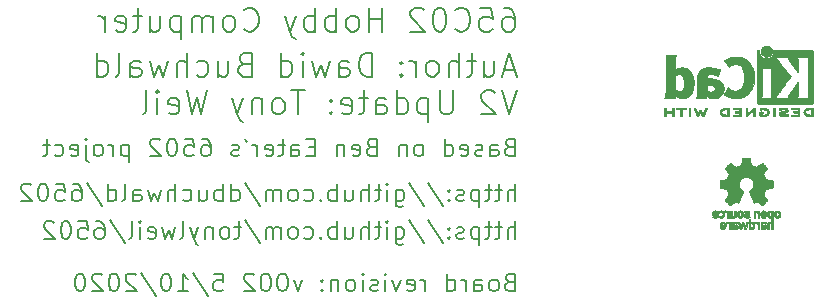
<source format=gbo>
G04 #@! TF.GenerationSoftware,KiCad,Pcbnew,(5.1.5)-3*
G04 #@! TF.CreationDate,2020-05-14T23:23:47-04:00*
G04 #@! TF.ProjectId,65C02_Computer,36354330-325f-4436-9f6d-70757465722e,rev?*
G04 #@! TF.SameCoordinates,Original*
G04 #@! TF.FileFunction,Legend,Bot*
G04 #@! TF.FilePolarity,Positive*
%FSLAX46Y46*%
G04 Gerber Fmt 4.6, Leading zero omitted, Abs format (unit mm)*
G04 Created by KiCad (PCBNEW (5.1.5)-3) date 2020-05-14 23:23:47*
%MOMM*%
%LPD*%
G04 APERTURE LIST*
%ADD10C,0.200000*%
%ADD11C,0.010000*%
G04 APERTURE END LIST*
D10*
X143657857Y-114978571D02*
X143657857Y-113478571D01*
X143015000Y-114978571D02*
X143015000Y-114192857D01*
X143086428Y-114050000D01*
X143229285Y-113978571D01*
X143443571Y-113978571D01*
X143586428Y-114050000D01*
X143657857Y-114121428D01*
X142515000Y-113978571D02*
X141943571Y-113978571D01*
X142300714Y-113478571D02*
X142300714Y-114764285D01*
X142229285Y-114907142D01*
X142086428Y-114978571D01*
X141943571Y-114978571D01*
X141657857Y-113978571D02*
X141086428Y-113978571D01*
X141443571Y-113478571D02*
X141443571Y-114764285D01*
X141372142Y-114907142D01*
X141229285Y-114978571D01*
X141086428Y-114978571D01*
X140586428Y-113978571D02*
X140586428Y-115478571D01*
X140586428Y-114050000D02*
X140443571Y-113978571D01*
X140157857Y-113978571D01*
X140015000Y-114050000D01*
X139943571Y-114121428D01*
X139872142Y-114264285D01*
X139872142Y-114692857D01*
X139943571Y-114835714D01*
X140015000Y-114907142D01*
X140157857Y-114978571D01*
X140443571Y-114978571D01*
X140586428Y-114907142D01*
X139300714Y-114907142D02*
X139157857Y-114978571D01*
X138872142Y-114978571D01*
X138729285Y-114907142D01*
X138657857Y-114764285D01*
X138657857Y-114692857D01*
X138729285Y-114550000D01*
X138872142Y-114478571D01*
X139086428Y-114478571D01*
X139229285Y-114407142D01*
X139300714Y-114264285D01*
X139300714Y-114192857D01*
X139229285Y-114050000D01*
X139086428Y-113978571D01*
X138872142Y-113978571D01*
X138729285Y-114050000D01*
X138015000Y-114835714D02*
X137943571Y-114907142D01*
X138015000Y-114978571D01*
X138086428Y-114907142D01*
X138015000Y-114835714D01*
X138015000Y-114978571D01*
X138015000Y-114050000D02*
X137943571Y-114121428D01*
X138015000Y-114192857D01*
X138086428Y-114121428D01*
X138015000Y-114050000D01*
X138015000Y-114192857D01*
X136229285Y-113407142D02*
X137515000Y-115335714D01*
X134657857Y-113407142D02*
X135943571Y-115335714D01*
X133515000Y-113978571D02*
X133515000Y-115192857D01*
X133586428Y-115335714D01*
X133657857Y-115407142D01*
X133800714Y-115478571D01*
X134015000Y-115478571D01*
X134157857Y-115407142D01*
X133515000Y-114907142D02*
X133657857Y-114978571D01*
X133943571Y-114978571D01*
X134086428Y-114907142D01*
X134157857Y-114835714D01*
X134229285Y-114692857D01*
X134229285Y-114264285D01*
X134157857Y-114121428D01*
X134086428Y-114050000D01*
X133943571Y-113978571D01*
X133657857Y-113978571D01*
X133515000Y-114050000D01*
X132800714Y-114978571D02*
X132800714Y-113978571D01*
X132800714Y-113478571D02*
X132872142Y-113550000D01*
X132800714Y-113621428D01*
X132729285Y-113550000D01*
X132800714Y-113478571D01*
X132800714Y-113621428D01*
X132300714Y-113978571D02*
X131729285Y-113978571D01*
X132086428Y-113478571D02*
X132086428Y-114764285D01*
X132015000Y-114907142D01*
X131872142Y-114978571D01*
X131729285Y-114978571D01*
X131229285Y-114978571D02*
X131229285Y-113478571D01*
X130586428Y-114978571D02*
X130586428Y-114192857D01*
X130657857Y-114050000D01*
X130800714Y-113978571D01*
X131015000Y-113978571D01*
X131157857Y-114050000D01*
X131229285Y-114121428D01*
X129229285Y-113978571D02*
X129229285Y-114978571D01*
X129872142Y-113978571D02*
X129872142Y-114764285D01*
X129800714Y-114907142D01*
X129657857Y-114978571D01*
X129443571Y-114978571D01*
X129300714Y-114907142D01*
X129229285Y-114835714D01*
X128515000Y-114978571D02*
X128515000Y-113478571D01*
X128515000Y-114050000D02*
X128372142Y-113978571D01*
X128086428Y-113978571D01*
X127943571Y-114050000D01*
X127872142Y-114121428D01*
X127800714Y-114264285D01*
X127800714Y-114692857D01*
X127872142Y-114835714D01*
X127943571Y-114907142D01*
X128086428Y-114978571D01*
X128372142Y-114978571D01*
X128515000Y-114907142D01*
X127157857Y-114835714D02*
X127086428Y-114907142D01*
X127157857Y-114978571D01*
X127229285Y-114907142D01*
X127157857Y-114835714D01*
X127157857Y-114978571D01*
X125800714Y-114907142D02*
X125943571Y-114978571D01*
X126229285Y-114978571D01*
X126372142Y-114907142D01*
X126443571Y-114835714D01*
X126515000Y-114692857D01*
X126515000Y-114264285D01*
X126443571Y-114121428D01*
X126372142Y-114050000D01*
X126229285Y-113978571D01*
X125943571Y-113978571D01*
X125800714Y-114050000D01*
X124943571Y-114978571D02*
X125086428Y-114907142D01*
X125157857Y-114835714D01*
X125229285Y-114692857D01*
X125229285Y-114264285D01*
X125157857Y-114121428D01*
X125086428Y-114050000D01*
X124943571Y-113978571D01*
X124729285Y-113978571D01*
X124586428Y-114050000D01*
X124515000Y-114121428D01*
X124443571Y-114264285D01*
X124443571Y-114692857D01*
X124515000Y-114835714D01*
X124586428Y-114907142D01*
X124729285Y-114978571D01*
X124943571Y-114978571D01*
X123800714Y-114978571D02*
X123800714Y-113978571D01*
X123800714Y-114121428D02*
X123729285Y-114050000D01*
X123586428Y-113978571D01*
X123372142Y-113978571D01*
X123229285Y-114050000D01*
X123157857Y-114192857D01*
X123157857Y-114978571D01*
X123157857Y-114192857D02*
X123086428Y-114050000D01*
X122943571Y-113978571D01*
X122729285Y-113978571D01*
X122586428Y-114050000D01*
X122515000Y-114192857D01*
X122515000Y-114978571D01*
X120729285Y-113407142D02*
X122015000Y-115335714D01*
X119586428Y-114978571D02*
X119586428Y-113478571D01*
X119586428Y-114907142D02*
X119729285Y-114978571D01*
X120015000Y-114978571D01*
X120157857Y-114907142D01*
X120229285Y-114835714D01*
X120300714Y-114692857D01*
X120300714Y-114264285D01*
X120229285Y-114121428D01*
X120157857Y-114050000D01*
X120015000Y-113978571D01*
X119729285Y-113978571D01*
X119586428Y-114050000D01*
X118872142Y-114978571D02*
X118872142Y-113478571D01*
X118872142Y-114050000D02*
X118729285Y-113978571D01*
X118443571Y-113978571D01*
X118300714Y-114050000D01*
X118229285Y-114121428D01*
X118157857Y-114264285D01*
X118157857Y-114692857D01*
X118229285Y-114835714D01*
X118300714Y-114907142D01*
X118443571Y-114978571D01*
X118729285Y-114978571D01*
X118872142Y-114907142D01*
X116872142Y-113978571D02*
X116872142Y-114978571D01*
X117515000Y-113978571D02*
X117515000Y-114764285D01*
X117443571Y-114907142D01*
X117300714Y-114978571D01*
X117086428Y-114978571D01*
X116943571Y-114907142D01*
X116872142Y-114835714D01*
X115515000Y-114907142D02*
X115657857Y-114978571D01*
X115943571Y-114978571D01*
X116086428Y-114907142D01*
X116157857Y-114835714D01*
X116229285Y-114692857D01*
X116229285Y-114264285D01*
X116157857Y-114121428D01*
X116086428Y-114050000D01*
X115943571Y-113978571D01*
X115657857Y-113978571D01*
X115515000Y-114050000D01*
X114872142Y-114978571D02*
X114872142Y-113478571D01*
X114229285Y-114978571D02*
X114229285Y-114192857D01*
X114300714Y-114050000D01*
X114443571Y-113978571D01*
X114657857Y-113978571D01*
X114800714Y-114050000D01*
X114872142Y-114121428D01*
X113657857Y-113978571D02*
X113372142Y-114978571D01*
X113086428Y-114264285D01*
X112800714Y-114978571D01*
X112515000Y-113978571D01*
X111300714Y-114978571D02*
X111300714Y-114192857D01*
X111372142Y-114050000D01*
X111515000Y-113978571D01*
X111800714Y-113978571D01*
X111943571Y-114050000D01*
X111300714Y-114907142D02*
X111443571Y-114978571D01*
X111800714Y-114978571D01*
X111943571Y-114907142D01*
X112015000Y-114764285D01*
X112015000Y-114621428D01*
X111943571Y-114478571D01*
X111800714Y-114407142D01*
X111443571Y-114407142D01*
X111300714Y-114335714D01*
X110372142Y-114978571D02*
X110515000Y-114907142D01*
X110586428Y-114764285D01*
X110586428Y-113478571D01*
X109157857Y-114978571D02*
X109157857Y-113478571D01*
X109157857Y-114907142D02*
X109300714Y-114978571D01*
X109586428Y-114978571D01*
X109729285Y-114907142D01*
X109800714Y-114835714D01*
X109872142Y-114692857D01*
X109872142Y-114264285D01*
X109800714Y-114121428D01*
X109729285Y-114050000D01*
X109586428Y-113978571D01*
X109300714Y-113978571D01*
X109157857Y-114050000D01*
X107372142Y-113407142D02*
X108657857Y-115335714D01*
X106229285Y-113478571D02*
X106515000Y-113478571D01*
X106657857Y-113550000D01*
X106729285Y-113621428D01*
X106872142Y-113835714D01*
X106943571Y-114121428D01*
X106943571Y-114692857D01*
X106872142Y-114835714D01*
X106800714Y-114907142D01*
X106657857Y-114978571D01*
X106372142Y-114978571D01*
X106229285Y-114907142D01*
X106157857Y-114835714D01*
X106086428Y-114692857D01*
X106086428Y-114335714D01*
X106157857Y-114192857D01*
X106229285Y-114121428D01*
X106372142Y-114050000D01*
X106657857Y-114050000D01*
X106800714Y-114121428D01*
X106872142Y-114192857D01*
X106943571Y-114335714D01*
X104729285Y-113478571D02*
X105443571Y-113478571D01*
X105515000Y-114192857D01*
X105443571Y-114121428D01*
X105300714Y-114050000D01*
X104943571Y-114050000D01*
X104800714Y-114121428D01*
X104729285Y-114192857D01*
X104657857Y-114335714D01*
X104657857Y-114692857D01*
X104729285Y-114835714D01*
X104800714Y-114907142D01*
X104943571Y-114978571D01*
X105300714Y-114978571D01*
X105443571Y-114907142D01*
X105515000Y-114835714D01*
X103729285Y-113478571D02*
X103586428Y-113478571D01*
X103443571Y-113550000D01*
X103372142Y-113621428D01*
X103300714Y-113764285D01*
X103229285Y-114050000D01*
X103229285Y-114407142D01*
X103300714Y-114692857D01*
X103372142Y-114835714D01*
X103443571Y-114907142D01*
X103586428Y-114978571D01*
X103729285Y-114978571D01*
X103872142Y-114907142D01*
X103943571Y-114835714D01*
X104015000Y-114692857D01*
X104086428Y-114407142D01*
X104086428Y-114050000D01*
X104015000Y-113764285D01*
X103943571Y-113621428D01*
X103872142Y-113550000D01*
X103729285Y-113478571D01*
X102657857Y-113621428D02*
X102586428Y-113550000D01*
X102443571Y-113478571D01*
X102086428Y-113478571D01*
X101943571Y-113550000D01*
X101872142Y-113621428D01*
X101800714Y-113764285D01*
X101800714Y-113907142D01*
X101872142Y-114121428D01*
X102729285Y-114978571D01*
X101800714Y-114978571D01*
X143657857Y-118153571D02*
X143657857Y-116653571D01*
X143015000Y-118153571D02*
X143015000Y-117367857D01*
X143086428Y-117225000D01*
X143229285Y-117153571D01*
X143443571Y-117153571D01*
X143586428Y-117225000D01*
X143657857Y-117296428D01*
X142515000Y-117153571D02*
X141943571Y-117153571D01*
X142300714Y-116653571D02*
X142300714Y-117939285D01*
X142229285Y-118082142D01*
X142086428Y-118153571D01*
X141943571Y-118153571D01*
X141657857Y-117153571D02*
X141086428Y-117153571D01*
X141443571Y-116653571D02*
X141443571Y-117939285D01*
X141372142Y-118082142D01*
X141229285Y-118153571D01*
X141086428Y-118153571D01*
X140586428Y-117153571D02*
X140586428Y-118653571D01*
X140586428Y-117225000D02*
X140443571Y-117153571D01*
X140157857Y-117153571D01*
X140015000Y-117225000D01*
X139943571Y-117296428D01*
X139872142Y-117439285D01*
X139872142Y-117867857D01*
X139943571Y-118010714D01*
X140015000Y-118082142D01*
X140157857Y-118153571D01*
X140443571Y-118153571D01*
X140586428Y-118082142D01*
X139300714Y-118082142D02*
X139157857Y-118153571D01*
X138872142Y-118153571D01*
X138729285Y-118082142D01*
X138657857Y-117939285D01*
X138657857Y-117867857D01*
X138729285Y-117725000D01*
X138872142Y-117653571D01*
X139086428Y-117653571D01*
X139229285Y-117582142D01*
X139300714Y-117439285D01*
X139300714Y-117367857D01*
X139229285Y-117225000D01*
X139086428Y-117153571D01*
X138872142Y-117153571D01*
X138729285Y-117225000D01*
X138015000Y-118010714D02*
X137943571Y-118082142D01*
X138015000Y-118153571D01*
X138086428Y-118082142D01*
X138015000Y-118010714D01*
X138015000Y-118153571D01*
X138015000Y-117225000D02*
X137943571Y-117296428D01*
X138015000Y-117367857D01*
X138086428Y-117296428D01*
X138015000Y-117225000D01*
X138015000Y-117367857D01*
X136229285Y-116582142D02*
X137515000Y-118510714D01*
X134657857Y-116582142D02*
X135943571Y-118510714D01*
X133515000Y-117153571D02*
X133515000Y-118367857D01*
X133586428Y-118510714D01*
X133657857Y-118582142D01*
X133800714Y-118653571D01*
X134015000Y-118653571D01*
X134157857Y-118582142D01*
X133515000Y-118082142D02*
X133657857Y-118153571D01*
X133943571Y-118153571D01*
X134086428Y-118082142D01*
X134157857Y-118010714D01*
X134229285Y-117867857D01*
X134229285Y-117439285D01*
X134157857Y-117296428D01*
X134086428Y-117225000D01*
X133943571Y-117153571D01*
X133657857Y-117153571D01*
X133515000Y-117225000D01*
X132800714Y-118153571D02*
X132800714Y-117153571D01*
X132800714Y-116653571D02*
X132872142Y-116725000D01*
X132800714Y-116796428D01*
X132729285Y-116725000D01*
X132800714Y-116653571D01*
X132800714Y-116796428D01*
X132300714Y-117153571D02*
X131729285Y-117153571D01*
X132086428Y-116653571D02*
X132086428Y-117939285D01*
X132015000Y-118082142D01*
X131872142Y-118153571D01*
X131729285Y-118153571D01*
X131229285Y-118153571D02*
X131229285Y-116653571D01*
X130586428Y-118153571D02*
X130586428Y-117367857D01*
X130657857Y-117225000D01*
X130800714Y-117153571D01*
X131015000Y-117153571D01*
X131157857Y-117225000D01*
X131229285Y-117296428D01*
X129229285Y-117153571D02*
X129229285Y-118153571D01*
X129872142Y-117153571D02*
X129872142Y-117939285D01*
X129800714Y-118082142D01*
X129657857Y-118153571D01*
X129443571Y-118153571D01*
X129300714Y-118082142D01*
X129229285Y-118010714D01*
X128514999Y-118153571D02*
X128514999Y-116653571D01*
X128514999Y-117225000D02*
X128372142Y-117153571D01*
X128086428Y-117153571D01*
X127943571Y-117225000D01*
X127872142Y-117296428D01*
X127800714Y-117439285D01*
X127800714Y-117867857D01*
X127872142Y-118010714D01*
X127943571Y-118082142D01*
X128086428Y-118153571D01*
X128372142Y-118153571D01*
X128514999Y-118082142D01*
X127157857Y-118010714D02*
X127086428Y-118082142D01*
X127157857Y-118153571D01*
X127229285Y-118082142D01*
X127157857Y-118010714D01*
X127157857Y-118153571D01*
X125800714Y-118082142D02*
X125943571Y-118153571D01*
X126229285Y-118153571D01*
X126372142Y-118082142D01*
X126443571Y-118010714D01*
X126514999Y-117867857D01*
X126514999Y-117439285D01*
X126443571Y-117296428D01*
X126372142Y-117225000D01*
X126229285Y-117153571D01*
X125943571Y-117153571D01*
X125800714Y-117225000D01*
X124943571Y-118153571D02*
X125086428Y-118082142D01*
X125157857Y-118010714D01*
X125229285Y-117867857D01*
X125229285Y-117439285D01*
X125157857Y-117296428D01*
X125086428Y-117225000D01*
X124943571Y-117153571D01*
X124729285Y-117153571D01*
X124586428Y-117225000D01*
X124514999Y-117296428D01*
X124443571Y-117439285D01*
X124443571Y-117867857D01*
X124514999Y-118010714D01*
X124586428Y-118082142D01*
X124729285Y-118153571D01*
X124943571Y-118153571D01*
X123800714Y-118153571D02*
X123800714Y-117153571D01*
X123800714Y-117296428D02*
X123729285Y-117225000D01*
X123586428Y-117153571D01*
X123372142Y-117153571D01*
X123229285Y-117225000D01*
X123157857Y-117367857D01*
X123157857Y-118153571D01*
X123157857Y-117367857D02*
X123086428Y-117225000D01*
X122943571Y-117153571D01*
X122729285Y-117153571D01*
X122586428Y-117225000D01*
X122514999Y-117367857D01*
X122514999Y-118153571D01*
X120729285Y-116582142D02*
X122014999Y-118510714D01*
X120443571Y-117153571D02*
X119872142Y-117153571D01*
X120229285Y-116653571D02*
X120229285Y-117939285D01*
X120157857Y-118082142D01*
X120014999Y-118153571D01*
X119872142Y-118153571D01*
X119157857Y-118153571D02*
X119300714Y-118082142D01*
X119372142Y-118010714D01*
X119443571Y-117867857D01*
X119443571Y-117439285D01*
X119372142Y-117296428D01*
X119300714Y-117225000D01*
X119157857Y-117153571D01*
X118943571Y-117153571D01*
X118800714Y-117225000D01*
X118729285Y-117296428D01*
X118657857Y-117439285D01*
X118657857Y-117867857D01*
X118729285Y-118010714D01*
X118800714Y-118082142D01*
X118943571Y-118153571D01*
X119157857Y-118153571D01*
X118014999Y-117153571D02*
X118014999Y-118153571D01*
X118014999Y-117296428D02*
X117943571Y-117225000D01*
X117800714Y-117153571D01*
X117586428Y-117153571D01*
X117443571Y-117225000D01*
X117372142Y-117367857D01*
X117372142Y-118153571D01*
X116800714Y-117153571D02*
X116443571Y-118153571D01*
X116086428Y-117153571D02*
X116443571Y-118153571D01*
X116586428Y-118510714D01*
X116657857Y-118582142D01*
X116800714Y-118653571D01*
X115300714Y-118153571D02*
X115443571Y-118082142D01*
X115514999Y-117939285D01*
X115514999Y-116653571D01*
X114872142Y-117153571D02*
X114586428Y-118153571D01*
X114300714Y-117439285D01*
X114014999Y-118153571D01*
X113729285Y-117153571D01*
X112586428Y-118082142D02*
X112729285Y-118153571D01*
X113014999Y-118153571D01*
X113157857Y-118082142D01*
X113229285Y-117939285D01*
X113229285Y-117367857D01*
X113157857Y-117225000D01*
X113014999Y-117153571D01*
X112729285Y-117153571D01*
X112586428Y-117225000D01*
X112514999Y-117367857D01*
X112514999Y-117510714D01*
X113229285Y-117653571D01*
X111872142Y-118153571D02*
X111872142Y-117153571D01*
X111872142Y-116653571D02*
X111943571Y-116725000D01*
X111872142Y-116796428D01*
X111800714Y-116725000D01*
X111872142Y-116653571D01*
X111872142Y-116796428D01*
X110943571Y-118153571D02*
X111086428Y-118082142D01*
X111157857Y-117939285D01*
X111157857Y-116653571D01*
X109300714Y-116582142D02*
X110586428Y-118510714D01*
X108157857Y-116653571D02*
X108443571Y-116653571D01*
X108586428Y-116725000D01*
X108657857Y-116796428D01*
X108800714Y-117010714D01*
X108872142Y-117296428D01*
X108872142Y-117867857D01*
X108800714Y-118010714D01*
X108729285Y-118082142D01*
X108586428Y-118153571D01*
X108300714Y-118153571D01*
X108157857Y-118082142D01*
X108086428Y-118010714D01*
X108014999Y-117867857D01*
X108014999Y-117510714D01*
X108086428Y-117367857D01*
X108157857Y-117296428D01*
X108300714Y-117225000D01*
X108586428Y-117225000D01*
X108729285Y-117296428D01*
X108800714Y-117367857D01*
X108872142Y-117510714D01*
X106657857Y-116653571D02*
X107372142Y-116653571D01*
X107443571Y-117367857D01*
X107372142Y-117296428D01*
X107229285Y-117225000D01*
X106872142Y-117225000D01*
X106729285Y-117296428D01*
X106657857Y-117367857D01*
X106586428Y-117510714D01*
X106586428Y-117867857D01*
X106657857Y-118010714D01*
X106729285Y-118082142D01*
X106872142Y-118153571D01*
X107229285Y-118153571D01*
X107372142Y-118082142D01*
X107443571Y-118010714D01*
X105657857Y-116653571D02*
X105515000Y-116653571D01*
X105372142Y-116725000D01*
X105300714Y-116796428D01*
X105229285Y-116939285D01*
X105157857Y-117225000D01*
X105157857Y-117582142D01*
X105229285Y-117867857D01*
X105300714Y-118010714D01*
X105372142Y-118082142D01*
X105515000Y-118153571D01*
X105657857Y-118153571D01*
X105800714Y-118082142D01*
X105872142Y-118010714D01*
X105943571Y-117867857D01*
X106015000Y-117582142D01*
X106015000Y-117225000D01*
X105943571Y-116939285D01*
X105872142Y-116796428D01*
X105800714Y-116725000D01*
X105657857Y-116653571D01*
X104586428Y-116796428D02*
X104515000Y-116725000D01*
X104372142Y-116653571D01*
X104015000Y-116653571D01*
X103872142Y-116725000D01*
X103800714Y-116796428D01*
X103729285Y-116939285D01*
X103729285Y-117082142D01*
X103800714Y-117296428D01*
X104657857Y-118153571D01*
X103729285Y-118153571D01*
X143824523Y-105584761D02*
X143157857Y-107584761D01*
X142491190Y-105584761D01*
X141919761Y-105775238D02*
X141824523Y-105680000D01*
X141634047Y-105584761D01*
X141157857Y-105584761D01*
X140967380Y-105680000D01*
X140872142Y-105775238D01*
X140776904Y-105965714D01*
X140776904Y-106156190D01*
X140872142Y-106441904D01*
X142015000Y-107584761D01*
X140776904Y-107584761D01*
X138395952Y-105584761D02*
X138395952Y-107203809D01*
X138300714Y-107394285D01*
X138205476Y-107489523D01*
X138015000Y-107584761D01*
X137634047Y-107584761D01*
X137443571Y-107489523D01*
X137348333Y-107394285D01*
X137253095Y-107203809D01*
X137253095Y-105584761D01*
X136300714Y-106251428D02*
X136300714Y-108251428D01*
X136300714Y-106346666D02*
X136110238Y-106251428D01*
X135729285Y-106251428D01*
X135538809Y-106346666D01*
X135443571Y-106441904D01*
X135348333Y-106632380D01*
X135348333Y-107203809D01*
X135443571Y-107394285D01*
X135538809Y-107489523D01*
X135729285Y-107584761D01*
X136110238Y-107584761D01*
X136300714Y-107489523D01*
X133634047Y-107584761D02*
X133634047Y-105584761D01*
X133634047Y-107489523D02*
X133824523Y-107584761D01*
X134205476Y-107584761D01*
X134395952Y-107489523D01*
X134491190Y-107394285D01*
X134586428Y-107203809D01*
X134586428Y-106632380D01*
X134491190Y-106441904D01*
X134395952Y-106346666D01*
X134205476Y-106251428D01*
X133824523Y-106251428D01*
X133634047Y-106346666D01*
X131824523Y-107584761D02*
X131824523Y-106537142D01*
X131919761Y-106346666D01*
X132110238Y-106251428D01*
X132491190Y-106251428D01*
X132681666Y-106346666D01*
X131824523Y-107489523D02*
X132015000Y-107584761D01*
X132491190Y-107584761D01*
X132681666Y-107489523D01*
X132776904Y-107299047D01*
X132776904Y-107108571D01*
X132681666Y-106918095D01*
X132491190Y-106822857D01*
X132015000Y-106822857D01*
X131824523Y-106727619D01*
X131157857Y-106251428D02*
X130395952Y-106251428D01*
X130872142Y-105584761D02*
X130872142Y-107299047D01*
X130776904Y-107489523D01*
X130586428Y-107584761D01*
X130395952Y-107584761D01*
X128967380Y-107489523D02*
X129157857Y-107584761D01*
X129538809Y-107584761D01*
X129729285Y-107489523D01*
X129824523Y-107299047D01*
X129824523Y-106537142D01*
X129729285Y-106346666D01*
X129538809Y-106251428D01*
X129157857Y-106251428D01*
X128967380Y-106346666D01*
X128872142Y-106537142D01*
X128872142Y-106727619D01*
X129824523Y-106918095D01*
X128015000Y-107394285D02*
X127919761Y-107489523D01*
X128015000Y-107584761D01*
X128110238Y-107489523D01*
X128015000Y-107394285D01*
X128015000Y-107584761D01*
X128015000Y-106346666D02*
X127919761Y-106441904D01*
X128015000Y-106537142D01*
X128110238Y-106441904D01*
X128015000Y-106346666D01*
X128015000Y-106537142D01*
X125824523Y-105584761D02*
X124681666Y-105584761D01*
X125253095Y-107584761D02*
X125253095Y-105584761D01*
X123729285Y-107584761D02*
X123919761Y-107489523D01*
X124015000Y-107394285D01*
X124110238Y-107203809D01*
X124110238Y-106632380D01*
X124015000Y-106441904D01*
X123919761Y-106346666D01*
X123729285Y-106251428D01*
X123443571Y-106251428D01*
X123253095Y-106346666D01*
X123157857Y-106441904D01*
X123062619Y-106632380D01*
X123062619Y-107203809D01*
X123157857Y-107394285D01*
X123253095Y-107489523D01*
X123443571Y-107584761D01*
X123729285Y-107584761D01*
X122205476Y-106251428D02*
X122205476Y-107584761D01*
X122205476Y-106441904D02*
X122110238Y-106346666D01*
X121919761Y-106251428D01*
X121634047Y-106251428D01*
X121443571Y-106346666D01*
X121348333Y-106537142D01*
X121348333Y-107584761D01*
X120586428Y-106251428D02*
X120110238Y-107584761D01*
X119634047Y-106251428D02*
X120110238Y-107584761D01*
X120300714Y-108060952D01*
X120395952Y-108156190D01*
X120586428Y-108251428D01*
X117538809Y-105584761D02*
X117062619Y-107584761D01*
X116681666Y-106156190D01*
X116300714Y-107584761D01*
X115824523Y-105584761D01*
X114300714Y-107489523D02*
X114491190Y-107584761D01*
X114872142Y-107584761D01*
X115062619Y-107489523D01*
X115157857Y-107299047D01*
X115157857Y-106537142D01*
X115062619Y-106346666D01*
X114872142Y-106251428D01*
X114491190Y-106251428D01*
X114300714Y-106346666D01*
X114205476Y-106537142D01*
X114205476Y-106727619D01*
X115157857Y-106918095D01*
X113348333Y-107584761D02*
X113348333Y-106251428D01*
X113348333Y-105584761D02*
X113443571Y-105680000D01*
X113348333Y-105775238D01*
X113253095Y-105680000D01*
X113348333Y-105584761D01*
X113348333Y-105775238D01*
X112110238Y-107584761D02*
X112300714Y-107489523D01*
X112395952Y-107299047D01*
X112395952Y-105584761D01*
X143634047Y-103838333D02*
X142681666Y-103838333D01*
X143824523Y-104409761D02*
X143157857Y-102409761D01*
X142491190Y-104409761D01*
X140967380Y-103076428D02*
X140967380Y-104409761D01*
X141824523Y-103076428D02*
X141824523Y-104124047D01*
X141729285Y-104314523D01*
X141538809Y-104409761D01*
X141253095Y-104409761D01*
X141062619Y-104314523D01*
X140967380Y-104219285D01*
X140300714Y-103076428D02*
X139538809Y-103076428D01*
X140015000Y-102409761D02*
X140015000Y-104124047D01*
X139919761Y-104314523D01*
X139729285Y-104409761D01*
X139538809Y-104409761D01*
X138872142Y-104409761D02*
X138872142Y-102409761D01*
X138015000Y-104409761D02*
X138015000Y-103362142D01*
X138110238Y-103171666D01*
X138300714Y-103076428D01*
X138586428Y-103076428D01*
X138776904Y-103171666D01*
X138872142Y-103266904D01*
X136776904Y-104409761D02*
X136967380Y-104314523D01*
X137062619Y-104219285D01*
X137157857Y-104028809D01*
X137157857Y-103457380D01*
X137062619Y-103266904D01*
X136967380Y-103171666D01*
X136776904Y-103076428D01*
X136491190Y-103076428D01*
X136300714Y-103171666D01*
X136205476Y-103266904D01*
X136110238Y-103457380D01*
X136110238Y-104028809D01*
X136205476Y-104219285D01*
X136300714Y-104314523D01*
X136491190Y-104409761D01*
X136776904Y-104409761D01*
X135253095Y-104409761D02*
X135253095Y-103076428D01*
X135253095Y-103457380D02*
X135157857Y-103266904D01*
X135062619Y-103171666D01*
X134872142Y-103076428D01*
X134681666Y-103076428D01*
X134014999Y-104219285D02*
X133919761Y-104314523D01*
X134014999Y-104409761D01*
X134110238Y-104314523D01*
X134014999Y-104219285D01*
X134014999Y-104409761D01*
X134014999Y-103171666D02*
X133919761Y-103266904D01*
X134014999Y-103362142D01*
X134110238Y-103266904D01*
X134014999Y-103171666D01*
X134014999Y-103362142D01*
X131538809Y-104409761D02*
X131538809Y-102409761D01*
X131062619Y-102409761D01*
X130776904Y-102505000D01*
X130586428Y-102695476D01*
X130491190Y-102885952D01*
X130395952Y-103266904D01*
X130395952Y-103552619D01*
X130491190Y-103933571D01*
X130586428Y-104124047D01*
X130776904Y-104314523D01*
X131062619Y-104409761D01*
X131538809Y-104409761D01*
X128681666Y-104409761D02*
X128681666Y-103362142D01*
X128776904Y-103171666D01*
X128967380Y-103076428D01*
X129348333Y-103076428D01*
X129538809Y-103171666D01*
X128681666Y-104314523D02*
X128872142Y-104409761D01*
X129348333Y-104409761D01*
X129538809Y-104314523D01*
X129634047Y-104124047D01*
X129634047Y-103933571D01*
X129538809Y-103743095D01*
X129348333Y-103647857D01*
X128872142Y-103647857D01*
X128681666Y-103552619D01*
X127919761Y-103076428D02*
X127538809Y-104409761D01*
X127157857Y-103457380D01*
X126776904Y-104409761D01*
X126395952Y-103076428D01*
X125634047Y-104409761D02*
X125634047Y-103076428D01*
X125634047Y-102409761D02*
X125729285Y-102505000D01*
X125634047Y-102600238D01*
X125538809Y-102505000D01*
X125634047Y-102409761D01*
X125634047Y-102600238D01*
X123824523Y-104409761D02*
X123824523Y-102409761D01*
X123824523Y-104314523D02*
X124015000Y-104409761D01*
X124395952Y-104409761D01*
X124586428Y-104314523D01*
X124681666Y-104219285D01*
X124776904Y-104028809D01*
X124776904Y-103457380D01*
X124681666Y-103266904D01*
X124586428Y-103171666D01*
X124395952Y-103076428D01*
X124015000Y-103076428D01*
X123824523Y-103171666D01*
X120681666Y-103362142D02*
X120395952Y-103457380D01*
X120300714Y-103552619D01*
X120205476Y-103743095D01*
X120205476Y-104028809D01*
X120300714Y-104219285D01*
X120395952Y-104314523D01*
X120586428Y-104409761D01*
X121348333Y-104409761D01*
X121348333Y-102409761D01*
X120681666Y-102409761D01*
X120491190Y-102505000D01*
X120395952Y-102600238D01*
X120300714Y-102790714D01*
X120300714Y-102981190D01*
X120395952Y-103171666D01*
X120491190Y-103266904D01*
X120681666Y-103362142D01*
X121348333Y-103362142D01*
X118491190Y-103076428D02*
X118491190Y-104409761D01*
X119348333Y-103076428D02*
X119348333Y-104124047D01*
X119253095Y-104314523D01*
X119062619Y-104409761D01*
X118776904Y-104409761D01*
X118586428Y-104314523D01*
X118491190Y-104219285D01*
X116681666Y-104314523D02*
X116872142Y-104409761D01*
X117253095Y-104409761D01*
X117443571Y-104314523D01*
X117538809Y-104219285D01*
X117634047Y-104028809D01*
X117634047Y-103457380D01*
X117538809Y-103266904D01*
X117443571Y-103171666D01*
X117253095Y-103076428D01*
X116872142Y-103076428D01*
X116681666Y-103171666D01*
X115824523Y-104409761D02*
X115824523Y-102409761D01*
X114967380Y-104409761D02*
X114967380Y-103362142D01*
X115062619Y-103171666D01*
X115253095Y-103076428D01*
X115538809Y-103076428D01*
X115729285Y-103171666D01*
X115824523Y-103266904D01*
X114205476Y-103076428D02*
X113824523Y-104409761D01*
X113443571Y-103457380D01*
X113062619Y-104409761D01*
X112681666Y-103076428D01*
X111062619Y-104409761D02*
X111062619Y-103362142D01*
X111157857Y-103171666D01*
X111348333Y-103076428D01*
X111729285Y-103076428D01*
X111919761Y-103171666D01*
X111062619Y-104314523D02*
X111253095Y-104409761D01*
X111729285Y-104409761D01*
X111919761Y-104314523D01*
X112015000Y-104124047D01*
X112015000Y-103933571D01*
X111919761Y-103743095D01*
X111729285Y-103647857D01*
X111253095Y-103647857D01*
X111062619Y-103552619D01*
X109824523Y-104409761D02*
X110015000Y-104314523D01*
X110110238Y-104124047D01*
X110110238Y-102409761D01*
X108205476Y-104409761D02*
X108205476Y-102409761D01*
X108205476Y-104314523D02*
X108395952Y-104409761D01*
X108776904Y-104409761D01*
X108967380Y-104314523D01*
X109062619Y-104219285D01*
X109157857Y-104028809D01*
X109157857Y-103457380D01*
X109062619Y-103266904D01*
X108967380Y-103171666D01*
X108776904Y-103076428D01*
X108395952Y-103076428D01*
X108205476Y-103171666D01*
X142681666Y-98599761D02*
X143062619Y-98599761D01*
X143253095Y-98695000D01*
X143348333Y-98790238D01*
X143538809Y-99075952D01*
X143634047Y-99456904D01*
X143634047Y-100218809D01*
X143538809Y-100409285D01*
X143443571Y-100504523D01*
X143253095Y-100599761D01*
X142872142Y-100599761D01*
X142681666Y-100504523D01*
X142586428Y-100409285D01*
X142491190Y-100218809D01*
X142491190Y-99742619D01*
X142586428Y-99552142D01*
X142681666Y-99456904D01*
X142872142Y-99361666D01*
X143253095Y-99361666D01*
X143443571Y-99456904D01*
X143538809Y-99552142D01*
X143634047Y-99742619D01*
X140681666Y-98599761D02*
X141634047Y-98599761D01*
X141729285Y-99552142D01*
X141634047Y-99456904D01*
X141443571Y-99361666D01*
X140967380Y-99361666D01*
X140776904Y-99456904D01*
X140681666Y-99552142D01*
X140586428Y-99742619D01*
X140586428Y-100218809D01*
X140681666Y-100409285D01*
X140776904Y-100504523D01*
X140967380Y-100599761D01*
X141443571Y-100599761D01*
X141634047Y-100504523D01*
X141729285Y-100409285D01*
X138586428Y-100409285D02*
X138681666Y-100504523D01*
X138967380Y-100599761D01*
X139157857Y-100599761D01*
X139443571Y-100504523D01*
X139634047Y-100314047D01*
X139729285Y-100123571D01*
X139824523Y-99742619D01*
X139824523Y-99456904D01*
X139729285Y-99075952D01*
X139634047Y-98885476D01*
X139443571Y-98695000D01*
X139157857Y-98599761D01*
X138967380Y-98599761D01*
X138681666Y-98695000D01*
X138586428Y-98790238D01*
X137348333Y-98599761D02*
X137157857Y-98599761D01*
X136967380Y-98695000D01*
X136872142Y-98790238D01*
X136776904Y-98980714D01*
X136681666Y-99361666D01*
X136681666Y-99837857D01*
X136776904Y-100218809D01*
X136872142Y-100409285D01*
X136967380Y-100504523D01*
X137157857Y-100599761D01*
X137348333Y-100599761D01*
X137538809Y-100504523D01*
X137634047Y-100409285D01*
X137729285Y-100218809D01*
X137824523Y-99837857D01*
X137824523Y-99361666D01*
X137729285Y-98980714D01*
X137634047Y-98790238D01*
X137538809Y-98695000D01*
X137348333Y-98599761D01*
X135919761Y-98790238D02*
X135824523Y-98695000D01*
X135634047Y-98599761D01*
X135157857Y-98599761D01*
X134967380Y-98695000D01*
X134872142Y-98790238D01*
X134776904Y-98980714D01*
X134776904Y-99171190D01*
X134872142Y-99456904D01*
X136015000Y-100599761D01*
X134776904Y-100599761D01*
X132395952Y-100599761D02*
X132395952Y-98599761D01*
X132395952Y-99552142D02*
X131253095Y-99552142D01*
X131253095Y-100599761D02*
X131253095Y-98599761D01*
X130015000Y-100599761D02*
X130205476Y-100504523D01*
X130300714Y-100409285D01*
X130395952Y-100218809D01*
X130395952Y-99647380D01*
X130300714Y-99456904D01*
X130205476Y-99361666D01*
X130015000Y-99266428D01*
X129729285Y-99266428D01*
X129538809Y-99361666D01*
X129443571Y-99456904D01*
X129348333Y-99647380D01*
X129348333Y-100218809D01*
X129443571Y-100409285D01*
X129538809Y-100504523D01*
X129729285Y-100599761D01*
X130015000Y-100599761D01*
X128491190Y-100599761D02*
X128491190Y-98599761D01*
X128491190Y-99361666D02*
X128300714Y-99266428D01*
X127919761Y-99266428D01*
X127729285Y-99361666D01*
X127634047Y-99456904D01*
X127538809Y-99647380D01*
X127538809Y-100218809D01*
X127634047Y-100409285D01*
X127729285Y-100504523D01*
X127919761Y-100599761D01*
X128300714Y-100599761D01*
X128491190Y-100504523D01*
X126681666Y-100599761D02*
X126681666Y-98599761D01*
X126681666Y-99361666D02*
X126491190Y-99266428D01*
X126110238Y-99266428D01*
X125919761Y-99361666D01*
X125824523Y-99456904D01*
X125729285Y-99647380D01*
X125729285Y-100218809D01*
X125824523Y-100409285D01*
X125919761Y-100504523D01*
X126110238Y-100599761D01*
X126491190Y-100599761D01*
X126681666Y-100504523D01*
X125062619Y-99266428D02*
X124586428Y-100599761D01*
X124110238Y-99266428D02*
X124586428Y-100599761D01*
X124776904Y-101075952D01*
X124872142Y-101171190D01*
X125062619Y-101266428D01*
X120681666Y-100409285D02*
X120776904Y-100504523D01*
X121062619Y-100599761D01*
X121253095Y-100599761D01*
X121538809Y-100504523D01*
X121729285Y-100314047D01*
X121824523Y-100123571D01*
X121919761Y-99742619D01*
X121919761Y-99456904D01*
X121824523Y-99075952D01*
X121729285Y-98885476D01*
X121538809Y-98695000D01*
X121253095Y-98599761D01*
X121062619Y-98599761D01*
X120776904Y-98695000D01*
X120681666Y-98790238D01*
X119538809Y-100599761D02*
X119729285Y-100504523D01*
X119824523Y-100409285D01*
X119919761Y-100218809D01*
X119919761Y-99647380D01*
X119824523Y-99456904D01*
X119729285Y-99361666D01*
X119538809Y-99266428D01*
X119253095Y-99266428D01*
X119062619Y-99361666D01*
X118967380Y-99456904D01*
X118872142Y-99647380D01*
X118872142Y-100218809D01*
X118967380Y-100409285D01*
X119062619Y-100504523D01*
X119253095Y-100599761D01*
X119538809Y-100599761D01*
X118015000Y-100599761D02*
X118015000Y-99266428D01*
X118015000Y-99456904D02*
X117919761Y-99361666D01*
X117729285Y-99266428D01*
X117443571Y-99266428D01*
X117253095Y-99361666D01*
X117157857Y-99552142D01*
X117157857Y-100599761D01*
X117157857Y-99552142D02*
X117062619Y-99361666D01*
X116872142Y-99266428D01*
X116586428Y-99266428D01*
X116395952Y-99361666D01*
X116300714Y-99552142D01*
X116300714Y-100599761D01*
X115348333Y-99266428D02*
X115348333Y-101266428D01*
X115348333Y-99361666D02*
X115157857Y-99266428D01*
X114776904Y-99266428D01*
X114586428Y-99361666D01*
X114491190Y-99456904D01*
X114395952Y-99647380D01*
X114395952Y-100218809D01*
X114491190Y-100409285D01*
X114586428Y-100504523D01*
X114776904Y-100599761D01*
X115157857Y-100599761D01*
X115348333Y-100504523D01*
X112681666Y-99266428D02*
X112681666Y-100599761D01*
X113538809Y-99266428D02*
X113538809Y-100314047D01*
X113443571Y-100504523D01*
X113253095Y-100599761D01*
X112967380Y-100599761D01*
X112776904Y-100504523D01*
X112681666Y-100409285D01*
X112015000Y-99266428D02*
X111253095Y-99266428D01*
X111729285Y-98599761D02*
X111729285Y-100314047D01*
X111634047Y-100504523D01*
X111443571Y-100599761D01*
X111253095Y-100599761D01*
X109824523Y-100504523D02*
X110015000Y-100599761D01*
X110395952Y-100599761D01*
X110586428Y-100504523D01*
X110681666Y-100314047D01*
X110681666Y-99552142D01*
X110586428Y-99361666D01*
X110395952Y-99266428D01*
X110015000Y-99266428D01*
X109824523Y-99361666D01*
X109729285Y-99552142D01*
X109729285Y-99742619D01*
X110681666Y-99933095D01*
X108872142Y-100599761D02*
X108872142Y-99266428D01*
X108872142Y-99647380D02*
X108776904Y-99456904D01*
X108681666Y-99361666D01*
X108491190Y-99266428D01*
X108300714Y-99266428D01*
X143157857Y-121812857D02*
X142943571Y-121884285D01*
X142872142Y-121955714D01*
X142800714Y-122098571D01*
X142800714Y-122312857D01*
X142872142Y-122455714D01*
X142943571Y-122527142D01*
X143086428Y-122598571D01*
X143657857Y-122598571D01*
X143657857Y-121098571D01*
X143157857Y-121098571D01*
X143015000Y-121170000D01*
X142943571Y-121241428D01*
X142872142Y-121384285D01*
X142872142Y-121527142D01*
X142943571Y-121670000D01*
X143015000Y-121741428D01*
X143157857Y-121812857D01*
X143657857Y-121812857D01*
X141943571Y-122598571D02*
X142086428Y-122527142D01*
X142157857Y-122455714D01*
X142229285Y-122312857D01*
X142229285Y-121884285D01*
X142157857Y-121741428D01*
X142086428Y-121670000D01*
X141943571Y-121598571D01*
X141729285Y-121598571D01*
X141586428Y-121670000D01*
X141515000Y-121741428D01*
X141443571Y-121884285D01*
X141443571Y-122312857D01*
X141515000Y-122455714D01*
X141586428Y-122527142D01*
X141729285Y-122598571D01*
X141943571Y-122598571D01*
X140157857Y-122598571D02*
X140157857Y-121812857D01*
X140229285Y-121670000D01*
X140372142Y-121598571D01*
X140657857Y-121598571D01*
X140800714Y-121670000D01*
X140157857Y-122527142D02*
X140300714Y-122598571D01*
X140657857Y-122598571D01*
X140800714Y-122527142D01*
X140872142Y-122384285D01*
X140872142Y-122241428D01*
X140800714Y-122098571D01*
X140657857Y-122027142D01*
X140300714Y-122027142D01*
X140157857Y-121955714D01*
X139443571Y-122598571D02*
X139443571Y-121598571D01*
X139443571Y-121884285D02*
X139372142Y-121741428D01*
X139300714Y-121670000D01*
X139157857Y-121598571D01*
X139015000Y-121598571D01*
X137872142Y-122598571D02*
X137872142Y-121098571D01*
X137872142Y-122527142D02*
X138015000Y-122598571D01*
X138300714Y-122598571D01*
X138443571Y-122527142D01*
X138515000Y-122455714D01*
X138586428Y-122312857D01*
X138586428Y-121884285D01*
X138515000Y-121741428D01*
X138443571Y-121670000D01*
X138300714Y-121598571D01*
X138015000Y-121598571D01*
X137872142Y-121670000D01*
X136015000Y-122598571D02*
X136015000Y-121598571D01*
X136015000Y-121884285D02*
X135943571Y-121741428D01*
X135872142Y-121670000D01*
X135729285Y-121598571D01*
X135586428Y-121598571D01*
X134515000Y-122527142D02*
X134657857Y-122598571D01*
X134943571Y-122598571D01*
X135086428Y-122527142D01*
X135157857Y-122384285D01*
X135157857Y-121812857D01*
X135086428Y-121670000D01*
X134943571Y-121598571D01*
X134657857Y-121598571D01*
X134515000Y-121670000D01*
X134443571Y-121812857D01*
X134443571Y-121955714D01*
X135157857Y-122098571D01*
X133943571Y-121598571D02*
X133586428Y-122598571D01*
X133229285Y-121598571D01*
X132657857Y-122598571D02*
X132657857Y-121598571D01*
X132657857Y-121098571D02*
X132729285Y-121170000D01*
X132657857Y-121241428D01*
X132586428Y-121170000D01*
X132657857Y-121098571D01*
X132657857Y-121241428D01*
X132015000Y-122527142D02*
X131872142Y-122598571D01*
X131586428Y-122598571D01*
X131443571Y-122527142D01*
X131372142Y-122384285D01*
X131372142Y-122312857D01*
X131443571Y-122170000D01*
X131586428Y-122098571D01*
X131800714Y-122098571D01*
X131943571Y-122027142D01*
X132015000Y-121884285D01*
X132015000Y-121812857D01*
X131943571Y-121670000D01*
X131800714Y-121598571D01*
X131586428Y-121598571D01*
X131443571Y-121670000D01*
X130729285Y-122598571D02*
X130729285Y-121598571D01*
X130729285Y-121098571D02*
X130800714Y-121170000D01*
X130729285Y-121241428D01*
X130657857Y-121170000D01*
X130729285Y-121098571D01*
X130729285Y-121241428D01*
X129800714Y-122598571D02*
X129943571Y-122527142D01*
X130015000Y-122455714D01*
X130086428Y-122312857D01*
X130086428Y-121884285D01*
X130015000Y-121741428D01*
X129943571Y-121670000D01*
X129800714Y-121598571D01*
X129586428Y-121598571D01*
X129443571Y-121670000D01*
X129372142Y-121741428D01*
X129300714Y-121884285D01*
X129300714Y-122312857D01*
X129372142Y-122455714D01*
X129443571Y-122527142D01*
X129586428Y-122598571D01*
X129800714Y-122598571D01*
X128657857Y-121598571D02*
X128657857Y-122598571D01*
X128657857Y-121741428D02*
X128586428Y-121670000D01*
X128443571Y-121598571D01*
X128229285Y-121598571D01*
X128086428Y-121670000D01*
X128015000Y-121812857D01*
X128015000Y-122598571D01*
X127300714Y-122455714D02*
X127229285Y-122527142D01*
X127300714Y-122598571D01*
X127372142Y-122527142D01*
X127300714Y-122455714D01*
X127300714Y-122598571D01*
X127300714Y-121670000D02*
X127229285Y-121741428D01*
X127300714Y-121812857D01*
X127372142Y-121741428D01*
X127300714Y-121670000D01*
X127300714Y-121812857D01*
X125586428Y-121598571D02*
X125229285Y-122598571D01*
X124872142Y-121598571D01*
X124015000Y-121098571D02*
X123872142Y-121098571D01*
X123729285Y-121170000D01*
X123657857Y-121241428D01*
X123586428Y-121384285D01*
X123515000Y-121670000D01*
X123515000Y-122027142D01*
X123586428Y-122312857D01*
X123657857Y-122455714D01*
X123729285Y-122527142D01*
X123872142Y-122598571D01*
X124015000Y-122598571D01*
X124157857Y-122527142D01*
X124229285Y-122455714D01*
X124300714Y-122312857D01*
X124372142Y-122027142D01*
X124372142Y-121670000D01*
X124300714Y-121384285D01*
X124229285Y-121241428D01*
X124157857Y-121170000D01*
X124015000Y-121098571D01*
X122586428Y-121098571D02*
X122443571Y-121098571D01*
X122300714Y-121170000D01*
X122229285Y-121241428D01*
X122157857Y-121384285D01*
X122086428Y-121670000D01*
X122086428Y-122027142D01*
X122157857Y-122312857D01*
X122229285Y-122455714D01*
X122300714Y-122527142D01*
X122443571Y-122598571D01*
X122586428Y-122598571D01*
X122729285Y-122527142D01*
X122800714Y-122455714D01*
X122872142Y-122312857D01*
X122943571Y-122027142D01*
X122943571Y-121670000D01*
X122872142Y-121384285D01*
X122800714Y-121241428D01*
X122729285Y-121170000D01*
X122586428Y-121098571D01*
X121515000Y-121241428D02*
X121443571Y-121170000D01*
X121300714Y-121098571D01*
X120943571Y-121098571D01*
X120800714Y-121170000D01*
X120729285Y-121241428D01*
X120657857Y-121384285D01*
X120657857Y-121527142D01*
X120729285Y-121741428D01*
X121586428Y-122598571D01*
X120657857Y-122598571D01*
X118157857Y-121098571D02*
X118872142Y-121098571D01*
X118943571Y-121812857D01*
X118872142Y-121741428D01*
X118729285Y-121670000D01*
X118372142Y-121670000D01*
X118229285Y-121741428D01*
X118157857Y-121812857D01*
X118086428Y-121955714D01*
X118086428Y-122312857D01*
X118157857Y-122455714D01*
X118229285Y-122527142D01*
X118372142Y-122598571D01*
X118729285Y-122598571D01*
X118872142Y-122527142D01*
X118943571Y-122455714D01*
X116372142Y-121027142D02*
X117657857Y-122955714D01*
X115086428Y-122598571D02*
X115943571Y-122598571D01*
X115515000Y-122598571D02*
X115515000Y-121098571D01*
X115657857Y-121312857D01*
X115800714Y-121455714D01*
X115943571Y-121527142D01*
X114157857Y-121098571D02*
X114015000Y-121098571D01*
X113872142Y-121170000D01*
X113800714Y-121241428D01*
X113729285Y-121384285D01*
X113657857Y-121670000D01*
X113657857Y-122027142D01*
X113729285Y-122312857D01*
X113800714Y-122455714D01*
X113872142Y-122527142D01*
X114015000Y-122598571D01*
X114157857Y-122598571D01*
X114300714Y-122527142D01*
X114372142Y-122455714D01*
X114443571Y-122312857D01*
X114515000Y-122027142D01*
X114515000Y-121670000D01*
X114443571Y-121384285D01*
X114372142Y-121241428D01*
X114300714Y-121170000D01*
X114157857Y-121098571D01*
X111943571Y-121027142D02*
X113229285Y-122955714D01*
X111515000Y-121241428D02*
X111443571Y-121170000D01*
X111300714Y-121098571D01*
X110943571Y-121098571D01*
X110800714Y-121170000D01*
X110729285Y-121241428D01*
X110657857Y-121384285D01*
X110657857Y-121527142D01*
X110729285Y-121741428D01*
X111586428Y-122598571D01*
X110657857Y-122598571D01*
X109729285Y-121098571D02*
X109586428Y-121098571D01*
X109443571Y-121170000D01*
X109372142Y-121241428D01*
X109300714Y-121384285D01*
X109229285Y-121670000D01*
X109229285Y-122027142D01*
X109300714Y-122312857D01*
X109372142Y-122455714D01*
X109443571Y-122527142D01*
X109586428Y-122598571D01*
X109729285Y-122598571D01*
X109872142Y-122527142D01*
X109943571Y-122455714D01*
X110015000Y-122312857D01*
X110086428Y-122027142D01*
X110086428Y-121670000D01*
X110015000Y-121384285D01*
X109943571Y-121241428D01*
X109872142Y-121170000D01*
X109729285Y-121098571D01*
X108657857Y-121241428D02*
X108586428Y-121170000D01*
X108443571Y-121098571D01*
X108086428Y-121098571D01*
X107943571Y-121170000D01*
X107872142Y-121241428D01*
X107800714Y-121384285D01*
X107800714Y-121527142D01*
X107872142Y-121741428D01*
X108729285Y-122598571D01*
X107800714Y-122598571D01*
X106872142Y-121098571D02*
X106729285Y-121098571D01*
X106586428Y-121170000D01*
X106515000Y-121241428D01*
X106443571Y-121384285D01*
X106372142Y-121670000D01*
X106372142Y-122027142D01*
X106443571Y-122312857D01*
X106515000Y-122455714D01*
X106586428Y-122527142D01*
X106729285Y-122598571D01*
X106872142Y-122598571D01*
X107015000Y-122527142D01*
X107086428Y-122455714D01*
X107157857Y-122312857D01*
X107229285Y-122027142D01*
X107229285Y-121670000D01*
X107157857Y-121384285D01*
X107086428Y-121241428D01*
X107015000Y-121170000D01*
X106872142Y-121098571D01*
X143157857Y-110382857D02*
X142943571Y-110454285D01*
X142872142Y-110525714D01*
X142800714Y-110668571D01*
X142800714Y-110882857D01*
X142872142Y-111025714D01*
X142943571Y-111097142D01*
X143086428Y-111168571D01*
X143657857Y-111168571D01*
X143657857Y-109668571D01*
X143157857Y-109668571D01*
X143015000Y-109740000D01*
X142943571Y-109811428D01*
X142872142Y-109954285D01*
X142872142Y-110097142D01*
X142943571Y-110240000D01*
X143015000Y-110311428D01*
X143157857Y-110382857D01*
X143657857Y-110382857D01*
X141515000Y-111168571D02*
X141515000Y-110382857D01*
X141586428Y-110240000D01*
X141729285Y-110168571D01*
X142015000Y-110168571D01*
X142157857Y-110240000D01*
X141515000Y-111097142D02*
X141657857Y-111168571D01*
X142015000Y-111168571D01*
X142157857Y-111097142D01*
X142229285Y-110954285D01*
X142229285Y-110811428D01*
X142157857Y-110668571D01*
X142015000Y-110597142D01*
X141657857Y-110597142D01*
X141515000Y-110525714D01*
X140872142Y-111097142D02*
X140729285Y-111168571D01*
X140443571Y-111168571D01*
X140300714Y-111097142D01*
X140229285Y-110954285D01*
X140229285Y-110882857D01*
X140300714Y-110740000D01*
X140443571Y-110668571D01*
X140657857Y-110668571D01*
X140800714Y-110597142D01*
X140872142Y-110454285D01*
X140872142Y-110382857D01*
X140800714Y-110240000D01*
X140657857Y-110168571D01*
X140443571Y-110168571D01*
X140300714Y-110240000D01*
X139015000Y-111097142D02*
X139157857Y-111168571D01*
X139443571Y-111168571D01*
X139586428Y-111097142D01*
X139657857Y-110954285D01*
X139657857Y-110382857D01*
X139586428Y-110240000D01*
X139443571Y-110168571D01*
X139157857Y-110168571D01*
X139015000Y-110240000D01*
X138943571Y-110382857D01*
X138943571Y-110525714D01*
X139657857Y-110668571D01*
X137657857Y-111168571D02*
X137657857Y-109668571D01*
X137657857Y-111097142D02*
X137800714Y-111168571D01*
X138086428Y-111168571D01*
X138229285Y-111097142D01*
X138300714Y-111025714D01*
X138372142Y-110882857D01*
X138372142Y-110454285D01*
X138300714Y-110311428D01*
X138229285Y-110240000D01*
X138086428Y-110168571D01*
X137800714Y-110168571D01*
X137657857Y-110240000D01*
X135586428Y-111168571D02*
X135729285Y-111097142D01*
X135800714Y-111025714D01*
X135872142Y-110882857D01*
X135872142Y-110454285D01*
X135800714Y-110311428D01*
X135729285Y-110240000D01*
X135586428Y-110168571D01*
X135372142Y-110168571D01*
X135229285Y-110240000D01*
X135157857Y-110311428D01*
X135086428Y-110454285D01*
X135086428Y-110882857D01*
X135157857Y-111025714D01*
X135229285Y-111097142D01*
X135372142Y-111168571D01*
X135586428Y-111168571D01*
X134443571Y-110168571D02*
X134443571Y-111168571D01*
X134443571Y-110311428D02*
X134372142Y-110240000D01*
X134229285Y-110168571D01*
X134015000Y-110168571D01*
X133872142Y-110240000D01*
X133800714Y-110382857D01*
X133800714Y-111168571D01*
X131443571Y-110382857D02*
X131229285Y-110454285D01*
X131157857Y-110525714D01*
X131086428Y-110668571D01*
X131086428Y-110882857D01*
X131157857Y-111025714D01*
X131229285Y-111097142D01*
X131372142Y-111168571D01*
X131943571Y-111168571D01*
X131943571Y-109668571D01*
X131443571Y-109668571D01*
X131300714Y-109740000D01*
X131229285Y-109811428D01*
X131157857Y-109954285D01*
X131157857Y-110097142D01*
X131229285Y-110240000D01*
X131300714Y-110311428D01*
X131443571Y-110382857D01*
X131943571Y-110382857D01*
X129872142Y-111097142D02*
X130015000Y-111168571D01*
X130300714Y-111168571D01*
X130443571Y-111097142D01*
X130515000Y-110954285D01*
X130515000Y-110382857D01*
X130443571Y-110240000D01*
X130300714Y-110168571D01*
X130015000Y-110168571D01*
X129872142Y-110240000D01*
X129800714Y-110382857D01*
X129800714Y-110525714D01*
X130515000Y-110668571D01*
X129157857Y-110168571D02*
X129157857Y-111168571D01*
X129157857Y-110311428D02*
X129086428Y-110240000D01*
X128943571Y-110168571D01*
X128729285Y-110168571D01*
X128586428Y-110240000D01*
X128515000Y-110382857D01*
X128515000Y-111168571D01*
X126657857Y-110382857D02*
X126157857Y-110382857D01*
X125943571Y-111168571D02*
X126657857Y-111168571D01*
X126657857Y-109668571D01*
X125943571Y-109668571D01*
X124657857Y-111168571D02*
X124657857Y-110382857D01*
X124729285Y-110240000D01*
X124872142Y-110168571D01*
X125157857Y-110168571D01*
X125300714Y-110240000D01*
X124657857Y-111097142D02*
X124800714Y-111168571D01*
X125157857Y-111168571D01*
X125300714Y-111097142D01*
X125372142Y-110954285D01*
X125372142Y-110811428D01*
X125300714Y-110668571D01*
X125157857Y-110597142D01*
X124800714Y-110597142D01*
X124657857Y-110525714D01*
X124157857Y-110168571D02*
X123586428Y-110168571D01*
X123943571Y-109668571D02*
X123943571Y-110954285D01*
X123872142Y-111097142D01*
X123729285Y-111168571D01*
X123586428Y-111168571D01*
X122515000Y-111097142D02*
X122657857Y-111168571D01*
X122943571Y-111168571D01*
X123086428Y-111097142D01*
X123157857Y-110954285D01*
X123157857Y-110382857D01*
X123086428Y-110240000D01*
X122943571Y-110168571D01*
X122657857Y-110168571D01*
X122515000Y-110240000D01*
X122443571Y-110382857D01*
X122443571Y-110525714D01*
X123157857Y-110668571D01*
X121800714Y-111168571D02*
X121800714Y-110168571D01*
X121800714Y-110454285D02*
X121729285Y-110311428D01*
X121657857Y-110240000D01*
X121515000Y-110168571D01*
X121372142Y-110168571D01*
X120800714Y-109668571D02*
X120800714Y-109740000D01*
X120872142Y-109882857D01*
X120943571Y-109954285D01*
X120229285Y-111097142D02*
X120086428Y-111168571D01*
X119800714Y-111168571D01*
X119657857Y-111097142D01*
X119586428Y-110954285D01*
X119586428Y-110882857D01*
X119657857Y-110740000D01*
X119800714Y-110668571D01*
X120015000Y-110668571D01*
X120157857Y-110597142D01*
X120229285Y-110454285D01*
X120229285Y-110382857D01*
X120157857Y-110240000D01*
X120015000Y-110168571D01*
X119800714Y-110168571D01*
X119657857Y-110240000D01*
X117157857Y-109668571D02*
X117443571Y-109668571D01*
X117586428Y-109740000D01*
X117657857Y-109811428D01*
X117800714Y-110025714D01*
X117872142Y-110311428D01*
X117872142Y-110882857D01*
X117800714Y-111025714D01*
X117729285Y-111097142D01*
X117586428Y-111168571D01*
X117300714Y-111168571D01*
X117157857Y-111097142D01*
X117086428Y-111025714D01*
X117015000Y-110882857D01*
X117015000Y-110525714D01*
X117086428Y-110382857D01*
X117157857Y-110311428D01*
X117300714Y-110240000D01*
X117586428Y-110240000D01*
X117729285Y-110311428D01*
X117800714Y-110382857D01*
X117872142Y-110525714D01*
X115657857Y-109668571D02*
X116372142Y-109668571D01*
X116443571Y-110382857D01*
X116372142Y-110311428D01*
X116229285Y-110240000D01*
X115872142Y-110240000D01*
X115729285Y-110311428D01*
X115657857Y-110382857D01*
X115586428Y-110525714D01*
X115586428Y-110882857D01*
X115657857Y-111025714D01*
X115729285Y-111097142D01*
X115872142Y-111168571D01*
X116229285Y-111168571D01*
X116372142Y-111097142D01*
X116443571Y-111025714D01*
X114657857Y-109668571D02*
X114515000Y-109668571D01*
X114372142Y-109740000D01*
X114300714Y-109811428D01*
X114229285Y-109954285D01*
X114157857Y-110240000D01*
X114157857Y-110597142D01*
X114229285Y-110882857D01*
X114300714Y-111025714D01*
X114372142Y-111097142D01*
X114515000Y-111168571D01*
X114657857Y-111168571D01*
X114800714Y-111097142D01*
X114872142Y-111025714D01*
X114943571Y-110882857D01*
X115015000Y-110597142D01*
X115015000Y-110240000D01*
X114943571Y-109954285D01*
X114872142Y-109811428D01*
X114800714Y-109740000D01*
X114657857Y-109668571D01*
X113586428Y-109811428D02*
X113515000Y-109740000D01*
X113372142Y-109668571D01*
X113015000Y-109668571D01*
X112872142Y-109740000D01*
X112800714Y-109811428D01*
X112729285Y-109954285D01*
X112729285Y-110097142D01*
X112800714Y-110311428D01*
X113657857Y-111168571D01*
X112729285Y-111168571D01*
X110943571Y-110168571D02*
X110943571Y-111668571D01*
X110943571Y-110240000D02*
X110800714Y-110168571D01*
X110515000Y-110168571D01*
X110372142Y-110240000D01*
X110300714Y-110311428D01*
X110229285Y-110454285D01*
X110229285Y-110882857D01*
X110300714Y-111025714D01*
X110372142Y-111097142D01*
X110515000Y-111168571D01*
X110800714Y-111168571D01*
X110943571Y-111097142D01*
X109586428Y-111168571D02*
X109586428Y-110168571D01*
X109586428Y-110454285D02*
X109515000Y-110311428D01*
X109443571Y-110240000D01*
X109300714Y-110168571D01*
X109157857Y-110168571D01*
X108443571Y-111168571D02*
X108586428Y-111097142D01*
X108657857Y-111025714D01*
X108729285Y-110882857D01*
X108729285Y-110454285D01*
X108657857Y-110311428D01*
X108586428Y-110240000D01*
X108443571Y-110168571D01*
X108229285Y-110168571D01*
X108086428Y-110240000D01*
X108015000Y-110311428D01*
X107943571Y-110454285D01*
X107943571Y-110882857D01*
X108015000Y-111025714D01*
X108086428Y-111097142D01*
X108229285Y-111168571D01*
X108443571Y-111168571D01*
X107300714Y-110168571D02*
X107300714Y-111454285D01*
X107372142Y-111597142D01*
X107515000Y-111668571D01*
X107586428Y-111668571D01*
X107300714Y-109668571D02*
X107372142Y-109740000D01*
X107300714Y-109811428D01*
X107229285Y-109740000D01*
X107300714Y-109668571D01*
X107300714Y-109811428D01*
X106015000Y-111097142D02*
X106157857Y-111168571D01*
X106443571Y-111168571D01*
X106586428Y-111097142D01*
X106657857Y-110954285D01*
X106657857Y-110382857D01*
X106586428Y-110240000D01*
X106443571Y-110168571D01*
X106157857Y-110168571D01*
X106015000Y-110240000D01*
X105943571Y-110382857D01*
X105943571Y-110525714D01*
X106657857Y-110668571D01*
X104657857Y-111097142D02*
X104800714Y-111168571D01*
X105086428Y-111168571D01*
X105229285Y-111097142D01*
X105300714Y-111025714D01*
X105372142Y-110882857D01*
X105372142Y-110454285D01*
X105300714Y-110311428D01*
X105229285Y-110240000D01*
X105086428Y-110168571D01*
X104800714Y-110168571D01*
X104657857Y-110240000D01*
X104229285Y-110168571D02*
X103657857Y-110168571D01*
X104015000Y-109668571D02*
X104015000Y-110954285D01*
X103943571Y-111097142D01*
X103800714Y-111168571D01*
X103657857Y-111168571D01*
D11*
G36*
X165506400Y-102264054D02*
G01*
X165495535Y-102377993D01*
X165463918Y-102485616D01*
X165413015Y-102584615D01*
X165344293Y-102672684D01*
X165259219Y-102747516D01*
X165162232Y-102805384D01*
X165055964Y-102845005D01*
X164948950Y-102863573D01*
X164843300Y-102862434D01*
X164741125Y-102842930D01*
X164644534Y-102806406D01*
X164555638Y-102754205D01*
X164476546Y-102687673D01*
X164409369Y-102608152D01*
X164356217Y-102516987D01*
X164319199Y-102415523D01*
X164300427Y-102305102D01*
X164298489Y-102255206D01*
X164298489Y-102167267D01*
X164246560Y-102167267D01*
X164210253Y-102170111D01*
X164183355Y-102181911D01*
X164156249Y-102205649D01*
X164117867Y-102244031D01*
X164117867Y-104435602D01*
X164117876Y-104697739D01*
X164117908Y-104938241D01*
X164117972Y-105158048D01*
X164118076Y-105358101D01*
X164118227Y-105539344D01*
X164118434Y-105702716D01*
X164118706Y-105849160D01*
X164119050Y-105979617D01*
X164119474Y-106095029D01*
X164119987Y-106196338D01*
X164120597Y-106284484D01*
X164121312Y-106360410D01*
X164122140Y-106425057D01*
X164123089Y-106479367D01*
X164124167Y-106524280D01*
X164125383Y-106560740D01*
X164126745Y-106589687D01*
X164128261Y-106612063D01*
X164129938Y-106628809D01*
X164131786Y-106640868D01*
X164133813Y-106649180D01*
X164136025Y-106654687D01*
X164137108Y-106656537D01*
X164141271Y-106663549D01*
X164144805Y-106669996D01*
X164148635Y-106675900D01*
X164153682Y-106681286D01*
X164160871Y-106686178D01*
X164171123Y-106690598D01*
X164185364Y-106694572D01*
X164204514Y-106698121D01*
X164229499Y-106701270D01*
X164261240Y-106704042D01*
X164300662Y-106706461D01*
X164348686Y-106708551D01*
X164406237Y-106710335D01*
X164474237Y-106711837D01*
X164553610Y-106713080D01*
X164645279Y-106714089D01*
X164750166Y-106714885D01*
X164869196Y-106715494D01*
X165003290Y-106715939D01*
X165153373Y-106716243D01*
X165320367Y-106716430D01*
X165505196Y-106716524D01*
X165708783Y-106716548D01*
X165932050Y-106716525D01*
X166175922Y-106716480D01*
X166441321Y-106716437D01*
X166479704Y-106716432D01*
X166746682Y-106716389D01*
X166992002Y-106716318D01*
X167216583Y-106716213D01*
X167421345Y-106716066D01*
X167607206Y-106715869D01*
X167775088Y-106715616D01*
X167925908Y-106715300D01*
X168060587Y-106714913D01*
X168180044Y-106714447D01*
X168285199Y-106713897D01*
X168376971Y-106713253D01*
X168456279Y-106712511D01*
X168524043Y-106711661D01*
X168581182Y-106710697D01*
X168628617Y-106709611D01*
X168667266Y-106708397D01*
X168698049Y-106707047D01*
X168721885Y-106705555D01*
X168739694Y-106703911D01*
X168752395Y-106702111D01*
X168760908Y-106700145D01*
X168765266Y-106698477D01*
X168773728Y-106694906D01*
X168781497Y-106692270D01*
X168788602Y-106689634D01*
X168795073Y-106686062D01*
X168800939Y-106680621D01*
X168806229Y-106672375D01*
X168810974Y-106660390D01*
X168815202Y-106643731D01*
X168818943Y-106621463D01*
X168822227Y-106592652D01*
X168825083Y-106556363D01*
X168827540Y-106511661D01*
X168829629Y-106457611D01*
X168831378Y-106393279D01*
X168832817Y-106317730D01*
X168833976Y-106230030D01*
X168834883Y-106129243D01*
X168835569Y-106014434D01*
X168836063Y-105884670D01*
X168836395Y-105739015D01*
X168836593Y-105576535D01*
X168836687Y-105396295D01*
X168836708Y-105197360D01*
X168836685Y-104978796D01*
X168836646Y-104739668D01*
X168836622Y-104479040D01*
X168836622Y-104436889D01*
X168836636Y-104173992D01*
X168836661Y-103932732D01*
X168836671Y-103712165D01*
X168836642Y-103511352D01*
X168836548Y-103329349D01*
X168836362Y-103165216D01*
X168836059Y-103018011D01*
X168835614Y-102886792D01*
X168835034Y-102776867D01*
X168532197Y-102776867D01*
X168492407Y-102834711D01*
X168481236Y-102850479D01*
X168471166Y-102864441D01*
X168462138Y-102877784D01*
X168454097Y-102891693D01*
X168446986Y-102907356D01*
X168440747Y-102925958D01*
X168435325Y-102948686D01*
X168430662Y-102976727D01*
X168426701Y-103011267D01*
X168423385Y-103053492D01*
X168420659Y-103104589D01*
X168418464Y-103165744D01*
X168416745Y-103238144D01*
X168415444Y-103322975D01*
X168414505Y-103421422D01*
X168413870Y-103534674D01*
X168413484Y-103663916D01*
X168413288Y-103810334D01*
X168413227Y-103975116D01*
X168413243Y-104159447D01*
X168413280Y-104364513D01*
X168413289Y-104487133D01*
X168413265Y-104704082D01*
X168413231Y-104899642D01*
X168413243Y-105074999D01*
X168413358Y-105231341D01*
X168413630Y-105369857D01*
X168414118Y-105491734D01*
X168414876Y-105598160D01*
X168415962Y-105690322D01*
X168417431Y-105769409D01*
X168419340Y-105836608D01*
X168421744Y-105893107D01*
X168424701Y-105940093D01*
X168428266Y-105978755D01*
X168432495Y-106010280D01*
X168437446Y-106035855D01*
X168443173Y-106056670D01*
X168449733Y-106073911D01*
X168457183Y-106088765D01*
X168465579Y-106102422D01*
X168474976Y-106116069D01*
X168485432Y-106130893D01*
X168491523Y-106139783D01*
X168530296Y-106197400D01*
X167998732Y-106197400D01*
X167875483Y-106197365D01*
X167772987Y-106197215D01*
X167689420Y-106196878D01*
X167622956Y-106196286D01*
X167571771Y-106195367D01*
X167534041Y-106194051D01*
X167507940Y-106192269D01*
X167491644Y-106189951D01*
X167483328Y-106187026D01*
X167481168Y-106183424D01*
X167483339Y-106179075D01*
X167484535Y-106177645D01*
X167509685Y-106140573D01*
X167535583Y-106087772D01*
X167559192Y-106025770D01*
X167567461Y-105999357D01*
X167572078Y-105981416D01*
X167575979Y-105960355D01*
X167579248Y-105934089D01*
X167581966Y-105900532D01*
X167584215Y-105857599D01*
X167586077Y-105803204D01*
X167587636Y-105735262D01*
X167588972Y-105651688D01*
X167590169Y-105550395D01*
X167591308Y-105429300D01*
X167591685Y-105384600D01*
X167592702Y-105259449D01*
X167593460Y-105155082D01*
X167593903Y-105069707D01*
X167593970Y-105001533D01*
X167593605Y-104948765D01*
X167592748Y-104909614D01*
X167591341Y-104882285D01*
X167589325Y-104864986D01*
X167586643Y-104855926D01*
X167583236Y-104853312D01*
X167579044Y-104855351D01*
X167574571Y-104859667D01*
X167564216Y-104872602D01*
X167542158Y-104901676D01*
X167509957Y-104944759D01*
X167469174Y-104999718D01*
X167421370Y-105064423D01*
X167368105Y-105136742D01*
X167310940Y-105214544D01*
X167251437Y-105295698D01*
X167191155Y-105378072D01*
X167131655Y-105459536D01*
X167074498Y-105537957D01*
X167021245Y-105611204D01*
X166973457Y-105677147D01*
X166932693Y-105733654D01*
X166900516Y-105778593D01*
X166878485Y-105809834D01*
X166873917Y-105816466D01*
X166850996Y-105853369D01*
X166824188Y-105901359D01*
X166798789Y-105950897D01*
X166795568Y-105957577D01*
X166773890Y-106005772D01*
X166761304Y-106043334D01*
X166755574Y-106079160D01*
X166754456Y-106121200D01*
X166755090Y-106197400D01*
X165600651Y-106197400D01*
X165691815Y-106103669D01*
X165738612Y-106053775D01*
X165788899Y-105997295D01*
X165834944Y-105943026D01*
X165855369Y-105917673D01*
X165885807Y-105878128D01*
X165925862Y-105824916D01*
X165974361Y-105759667D01*
X166030135Y-105684011D01*
X166092011Y-105599577D01*
X166158819Y-105507994D01*
X166229387Y-105410892D01*
X166302545Y-105309901D01*
X166377121Y-105206650D01*
X166451944Y-105102768D01*
X166525843Y-104999885D01*
X166597646Y-104899631D01*
X166666184Y-104803636D01*
X166730284Y-104713527D01*
X166788775Y-104630936D01*
X166840486Y-104557492D01*
X166884247Y-104494824D01*
X166918885Y-104444561D01*
X166943230Y-104408334D01*
X166956111Y-104387771D01*
X166957869Y-104383668D01*
X166949910Y-104372342D01*
X166929115Y-104345162D01*
X166896847Y-104303829D01*
X166854470Y-104250044D01*
X166803347Y-104185506D01*
X166744841Y-104111918D01*
X166680314Y-104030978D01*
X166611131Y-103944388D01*
X166538653Y-103853848D01*
X166464246Y-103761060D01*
X166404517Y-103686702D01*
X165393511Y-103686702D01*
X165387602Y-103699659D01*
X165373272Y-103721908D01*
X165372225Y-103723391D01*
X165353438Y-103753544D01*
X165333791Y-103790375D01*
X165329892Y-103798511D01*
X165326356Y-103806940D01*
X165323230Y-103817059D01*
X165320486Y-103830260D01*
X165318092Y-103847938D01*
X165316019Y-103871484D01*
X165314235Y-103902293D01*
X165312712Y-103941757D01*
X165311419Y-103991269D01*
X165310326Y-104052223D01*
X165309403Y-104126011D01*
X165308619Y-104214028D01*
X165307945Y-104317665D01*
X165307350Y-104438316D01*
X165306805Y-104577374D01*
X165306279Y-104736232D01*
X165305745Y-104915089D01*
X165305206Y-105100207D01*
X165304772Y-105264145D01*
X165304509Y-105408303D01*
X165304484Y-105534079D01*
X165304765Y-105642871D01*
X165305419Y-105736077D01*
X165306514Y-105815097D01*
X165308118Y-105881328D01*
X165310297Y-105936170D01*
X165313119Y-105981021D01*
X165316651Y-106017278D01*
X165320961Y-106046341D01*
X165326117Y-106069609D01*
X165332185Y-106088479D01*
X165339233Y-106104351D01*
X165347329Y-106118622D01*
X165356540Y-106132691D01*
X165365040Y-106145158D01*
X165382176Y-106171452D01*
X165392322Y-106189037D01*
X165393511Y-106192257D01*
X165382604Y-106193334D01*
X165351411Y-106194335D01*
X165302223Y-106195235D01*
X165237333Y-106196010D01*
X165159030Y-106196637D01*
X165069607Y-106197091D01*
X164971356Y-106197349D01*
X164902445Y-106197400D01*
X164797452Y-106197180D01*
X164700610Y-106196548D01*
X164614107Y-106195549D01*
X164540132Y-106194227D01*
X164480874Y-106192626D01*
X164438520Y-106190791D01*
X164415260Y-106188765D01*
X164411378Y-106187493D01*
X164419076Y-106172591D01*
X164427074Y-106164560D01*
X164440246Y-106147434D01*
X164457485Y-106117183D01*
X164469407Y-106092622D01*
X164496045Y-106033711D01*
X164499120Y-104856845D01*
X164502195Y-103679978D01*
X164947853Y-103679978D01*
X165045670Y-103680142D01*
X165136064Y-103680611D01*
X165216630Y-103681347D01*
X165284962Y-103682316D01*
X165338656Y-103683480D01*
X165375305Y-103684803D01*
X165392504Y-103686249D01*
X165393511Y-103686702D01*
X166404517Y-103686702D01*
X166389270Y-103667722D01*
X166315090Y-103575537D01*
X166243069Y-103486204D01*
X166174569Y-103401424D01*
X166110955Y-103322898D01*
X166053588Y-103252326D01*
X166003833Y-103191409D01*
X165963052Y-103141847D01*
X165945888Y-103121178D01*
X165859596Y-103020516D01*
X165782997Y-102937259D01*
X165714183Y-102869438D01*
X165651248Y-102815089D01*
X165641867Y-102807722D01*
X165602356Y-102777117D01*
X166734116Y-102776867D01*
X166728827Y-102824844D01*
X166732130Y-102882188D01*
X166753661Y-102950463D01*
X166793635Y-103030212D01*
X166838943Y-103102495D01*
X166855161Y-103125140D01*
X166883214Y-103162696D01*
X166921430Y-103213021D01*
X166968137Y-103273973D01*
X167021661Y-103343411D01*
X167080331Y-103419194D01*
X167142475Y-103499180D01*
X167206421Y-103581228D01*
X167270495Y-103663196D01*
X167333027Y-103742943D01*
X167392343Y-103818327D01*
X167446771Y-103887207D01*
X167494639Y-103947442D01*
X167534275Y-103996889D01*
X167564006Y-104033408D01*
X167582161Y-104054858D01*
X167585220Y-104058156D01*
X167588079Y-104050149D01*
X167590293Y-104019855D01*
X167591857Y-103967556D01*
X167592767Y-103893531D01*
X167593020Y-103798063D01*
X167592613Y-103681434D01*
X167591704Y-103561445D01*
X167590382Y-103429333D01*
X167588857Y-103317594D01*
X167586881Y-103224025D01*
X167584206Y-103146419D01*
X167580582Y-103082574D01*
X167575761Y-103030283D01*
X167569494Y-102987344D01*
X167561532Y-102951551D01*
X167551627Y-102920700D01*
X167539531Y-102892586D01*
X167524993Y-102865005D01*
X167510311Y-102839966D01*
X167472314Y-102776867D01*
X168532197Y-102776867D01*
X168835034Y-102776867D01*
X168835001Y-102770617D01*
X168834195Y-102668544D01*
X168833170Y-102579633D01*
X168831900Y-102502941D01*
X168830360Y-102437527D01*
X168828524Y-102382449D01*
X168826367Y-102336765D01*
X168823863Y-102299534D01*
X168820987Y-102269813D01*
X168817713Y-102246662D01*
X168814015Y-102229139D01*
X168809869Y-102216301D01*
X168805247Y-102207208D01*
X168800126Y-102200918D01*
X168794478Y-102196488D01*
X168788279Y-102192978D01*
X168781504Y-102189445D01*
X168775508Y-102185876D01*
X168770275Y-102183300D01*
X168762099Y-102180972D01*
X168749886Y-102178878D01*
X168732541Y-102177007D01*
X168708969Y-102175347D01*
X168678077Y-102173884D01*
X168638768Y-102172608D01*
X168589950Y-102171504D01*
X168530527Y-102170561D01*
X168459404Y-102169767D01*
X168375488Y-102169109D01*
X168277683Y-102168575D01*
X168164894Y-102168153D01*
X168036029Y-102167829D01*
X167889991Y-102167592D01*
X167725686Y-102167430D01*
X167542020Y-102167330D01*
X167337897Y-102167280D01*
X167126753Y-102167267D01*
X165506400Y-102167267D01*
X165506400Y-102264054D01*
G37*
X165506400Y-102264054D02*
X165495535Y-102377993D01*
X165463918Y-102485616D01*
X165413015Y-102584615D01*
X165344293Y-102672684D01*
X165259219Y-102747516D01*
X165162232Y-102805384D01*
X165055964Y-102845005D01*
X164948950Y-102863573D01*
X164843300Y-102862434D01*
X164741125Y-102842930D01*
X164644534Y-102806406D01*
X164555638Y-102754205D01*
X164476546Y-102687673D01*
X164409369Y-102608152D01*
X164356217Y-102516987D01*
X164319199Y-102415523D01*
X164300427Y-102305102D01*
X164298489Y-102255206D01*
X164298489Y-102167267D01*
X164246560Y-102167267D01*
X164210253Y-102170111D01*
X164183355Y-102181911D01*
X164156249Y-102205649D01*
X164117867Y-102244031D01*
X164117867Y-104435602D01*
X164117876Y-104697739D01*
X164117908Y-104938241D01*
X164117972Y-105158048D01*
X164118076Y-105358101D01*
X164118227Y-105539344D01*
X164118434Y-105702716D01*
X164118706Y-105849160D01*
X164119050Y-105979617D01*
X164119474Y-106095029D01*
X164119987Y-106196338D01*
X164120597Y-106284484D01*
X164121312Y-106360410D01*
X164122140Y-106425057D01*
X164123089Y-106479367D01*
X164124167Y-106524280D01*
X164125383Y-106560740D01*
X164126745Y-106589687D01*
X164128261Y-106612063D01*
X164129938Y-106628809D01*
X164131786Y-106640868D01*
X164133813Y-106649180D01*
X164136025Y-106654687D01*
X164137108Y-106656537D01*
X164141271Y-106663549D01*
X164144805Y-106669996D01*
X164148635Y-106675900D01*
X164153682Y-106681286D01*
X164160871Y-106686178D01*
X164171123Y-106690598D01*
X164185364Y-106694572D01*
X164204514Y-106698121D01*
X164229499Y-106701270D01*
X164261240Y-106704042D01*
X164300662Y-106706461D01*
X164348686Y-106708551D01*
X164406237Y-106710335D01*
X164474237Y-106711837D01*
X164553610Y-106713080D01*
X164645279Y-106714089D01*
X164750166Y-106714885D01*
X164869196Y-106715494D01*
X165003290Y-106715939D01*
X165153373Y-106716243D01*
X165320367Y-106716430D01*
X165505196Y-106716524D01*
X165708783Y-106716548D01*
X165932050Y-106716525D01*
X166175922Y-106716480D01*
X166441321Y-106716437D01*
X166479704Y-106716432D01*
X166746682Y-106716389D01*
X166992002Y-106716318D01*
X167216583Y-106716213D01*
X167421345Y-106716066D01*
X167607206Y-106715869D01*
X167775088Y-106715616D01*
X167925908Y-106715300D01*
X168060587Y-106714913D01*
X168180044Y-106714447D01*
X168285199Y-106713897D01*
X168376971Y-106713253D01*
X168456279Y-106712511D01*
X168524043Y-106711661D01*
X168581182Y-106710697D01*
X168628617Y-106709611D01*
X168667266Y-106708397D01*
X168698049Y-106707047D01*
X168721885Y-106705555D01*
X168739694Y-106703911D01*
X168752395Y-106702111D01*
X168760908Y-106700145D01*
X168765266Y-106698477D01*
X168773728Y-106694906D01*
X168781497Y-106692270D01*
X168788602Y-106689634D01*
X168795073Y-106686062D01*
X168800939Y-106680621D01*
X168806229Y-106672375D01*
X168810974Y-106660390D01*
X168815202Y-106643731D01*
X168818943Y-106621463D01*
X168822227Y-106592652D01*
X168825083Y-106556363D01*
X168827540Y-106511661D01*
X168829629Y-106457611D01*
X168831378Y-106393279D01*
X168832817Y-106317730D01*
X168833976Y-106230030D01*
X168834883Y-106129243D01*
X168835569Y-106014434D01*
X168836063Y-105884670D01*
X168836395Y-105739015D01*
X168836593Y-105576535D01*
X168836687Y-105396295D01*
X168836708Y-105197360D01*
X168836685Y-104978796D01*
X168836646Y-104739668D01*
X168836622Y-104479040D01*
X168836622Y-104436889D01*
X168836636Y-104173992D01*
X168836661Y-103932732D01*
X168836671Y-103712165D01*
X168836642Y-103511352D01*
X168836548Y-103329349D01*
X168836362Y-103165216D01*
X168836059Y-103018011D01*
X168835614Y-102886792D01*
X168835034Y-102776867D01*
X168532197Y-102776867D01*
X168492407Y-102834711D01*
X168481236Y-102850479D01*
X168471166Y-102864441D01*
X168462138Y-102877784D01*
X168454097Y-102891693D01*
X168446986Y-102907356D01*
X168440747Y-102925958D01*
X168435325Y-102948686D01*
X168430662Y-102976727D01*
X168426701Y-103011267D01*
X168423385Y-103053492D01*
X168420659Y-103104589D01*
X168418464Y-103165744D01*
X168416745Y-103238144D01*
X168415444Y-103322975D01*
X168414505Y-103421422D01*
X168413870Y-103534674D01*
X168413484Y-103663916D01*
X168413288Y-103810334D01*
X168413227Y-103975116D01*
X168413243Y-104159447D01*
X168413280Y-104364513D01*
X168413289Y-104487133D01*
X168413265Y-104704082D01*
X168413231Y-104899642D01*
X168413243Y-105074999D01*
X168413358Y-105231341D01*
X168413630Y-105369857D01*
X168414118Y-105491734D01*
X168414876Y-105598160D01*
X168415962Y-105690322D01*
X168417431Y-105769409D01*
X168419340Y-105836608D01*
X168421744Y-105893107D01*
X168424701Y-105940093D01*
X168428266Y-105978755D01*
X168432495Y-106010280D01*
X168437446Y-106035855D01*
X168443173Y-106056670D01*
X168449733Y-106073911D01*
X168457183Y-106088765D01*
X168465579Y-106102422D01*
X168474976Y-106116069D01*
X168485432Y-106130893D01*
X168491523Y-106139783D01*
X168530296Y-106197400D01*
X167998732Y-106197400D01*
X167875483Y-106197365D01*
X167772987Y-106197215D01*
X167689420Y-106196878D01*
X167622956Y-106196286D01*
X167571771Y-106195367D01*
X167534041Y-106194051D01*
X167507940Y-106192269D01*
X167491644Y-106189951D01*
X167483328Y-106187026D01*
X167481168Y-106183424D01*
X167483339Y-106179075D01*
X167484535Y-106177645D01*
X167509685Y-106140573D01*
X167535583Y-106087772D01*
X167559192Y-106025770D01*
X167567461Y-105999357D01*
X167572078Y-105981416D01*
X167575979Y-105960355D01*
X167579248Y-105934089D01*
X167581966Y-105900532D01*
X167584215Y-105857599D01*
X167586077Y-105803204D01*
X167587636Y-105735262D01*
X167588972Y-105651688D01*
X167590169Y-105550395D01*
X167591308Y-105429300D01*
X167591685Y-105384600D01*
X167592702Y-105259449D01*
X167593460Y-105155082D01*
X167593903Y-105069707D01*
X167593970Y-105001533D01*
X167593605Y-104948765D01*
X167592748Y-104909614D01*
X167591341Y-104882285D01*
X167589325Y-104864986D01*
X167586643Y-104855926D01*
X167583236Y-104853312D01*
X167579044Y-104855351D01*
X167574571Y-104859667D01*
X167564216Y-104872602D01*
X167542158Y-104901676D01*
X167509957Y-104944759D01*
X167469174Y-104999718D01*
X167421370Y-105064423D01*
X167368105Y-105136742D01*
X167310940Y-105214544D01*
X167251437Y-105295698D01*
X167191155Y-105378072D01*
X167131655Y-105459536D01*
X167074498Y-105537957D01*
X167021245Y-105611204D01*
X166973457Y-105677147D01*
X166932693Y-105733654D01*
X166900516Y-105778593D01*
X166878485Y-105809834D01*
X166873917Y-105816466D01*
X166850996Y-105853369D01*
X166824188Y-105901359D01*
X166798789Y-105950897D01*
X166795568Y-105957577D01*
X166773890Y-106005772D01*
X166761304Y-106043334D01*
X166755574Y-106079160D01*
X166754456Y-106121200D01*
X166755090Y-106197400D01*
X165600651Y-106197400D01*
X165691815Y-106103669D01*
X165738612Y-106053775D01*
X165788899Y-105997295D01*
X165834944Y-105943026D01*
X165855369Y-105917673D01*
X165885807Y-105878128D01*
X165925862Y-105824916D01*
X165974361Y-105759667D01*
X166030135Y-105684011D01*
X166092011Y-105599577D01*
X166158819Y-105507994D01*
X166229387Y-105410892D01*
X166302545Y-105309901D01*
X166377121Y-105206650D01*
X166451944Y-105102768D01*
X166525843Y-104999885D01*
X166597646Y-104899631D01*
X166666184Y-104803636D01*
X166730284Y-104713527D01*
X166788775Y-104630936D01*
X166840486Y-104557492D01*
X166884247Y-104494824D01*
X166918885Y-104444561D01*
X166943230Y-104408334D01*
X166956111Y-104387771D01*
X166957869Y-104383668D01*
X166949910Y-104372342D01*
X166929115Y-104345162D01*
X166896847Y-104303829D01*
X166854470Y-104250044D01*
X166803347Y-104185506D01*
X166744841Y-104111918D01*
X166680314Y-104030978D01*
X166611131Y-103944388D01*
X166538653Y-103853848D01*
X166464246Y-103761060D01*
X166404517Y-103686702D01*
X165393511Y-103686702D01*
X165387602Y-103699659D01*
X165373272Y-103721908D01*
X165372225Y-103723391D01*
X165353438Y-103753544D01*
X165333791Y-103790375D01*
X165329892Y-103798511D01*
X165326356Y-103806940D01*
X165323230Y-103817059D01*
X165320486Y-103830260D01*
X165318092Y-103847938D01*
X165316019Y-103871484D01*
X165314235Y-103902293D01*
X165312712Y-103941757D01*
X165311419Y-103991269D01*
X165310326Y-104052223D01*
X165309403Y-104126011D01*
X165308619Y-104214028D01*
X165307945Y-104317665D01*
X165307350Y-104438316D01*
X165306805Y-104577374D01*
X165306279Y-104736232D01*
X165305745Y-104915089D01*
X165305206Y-105100207D01*
X165304772Y-105264145D01*
X165304509Y-105408303D01*
X165304484Y-105534079D01*
X165304765Y-105642871D01*
X165305419Y-105736077D01*
X165306514Y-105815097D01*
X165308118Y-105881328D01*
X165310297Y-105936170D01*
X165313119Y-105981021D01*
X165316651Y-106017278D01*
X165320961Y-106046341D01*
X165326117Y-106069609D01*
X165332185Y-106088479D01*
X165339233Y-106104351D01*
X165347329Y-106118622D01*
X165356540Y-106132691D01*
X165365040Y-106145158D01*
X165382176Y-106171452D01*
X165392322Y-106189037D01*
X165393511Y-106192257D01*
X165382604Y-106193334D01*
X165351411Y-106194335D01*
X165302223Y-106195235D01*
X165237333Y-106196010D01*
X165159030Y-106196637D01*
X165069607Y-106197091D01*
X164971356Y-106197349D01*
X164902445Y-106197400D01*
X164797452Y-106197180D01*
X164700610Y-106196548D01*
X164614107Y-106195549D01*
X164540132Y-106194227D01*
X164480874Y-106192626D01*
X164438520Y-106190791D01*
X164415260Y-106188765D01*
X164411378Y-106187493D01*
X164419076Y-106172591D01*
X164427074Y-106164560D01*
X164440246Y-106147434D01*
X164457485Y-106117183D01*
X164469407Y-106092622D01*
X164496045Y-106033711D01*
X164499120Y-104856845D01*
X164502195Y-103679978D01*
X164947853Y-103679978D01*
X165045670Y-103680142D01*
X165136064Y-103680611D01*
X165216630Y-103681347D01*
X165284962Y-103682316D01*
X165338656Y-103683480D01*
X165375305Y-103684803D01*
X165392504Y-103686249D01*
X165393511Y-103686702D01*
X166404517Y-103686702D01*
X166389270Y-103667722D01*
X166315090Y-103575537D01*
X166243069Y-103486204D01*
X166174569Y-103401424D01*
X166110955Y-103322898D01*
X166053588Y-103252326D01*
X166003833Y-103191409D01*
X165963052Y-103141847D01*
X165945888Y-103121178D01*
X165859596Y-103020516D01*
X165782997Y-102937259D01*
X165714183Y-102869438D01*
X165651248Y-102815089D01*
X165641867Y-102807722D01*
X165602356Y-102777117D01*
X166734116Y-102776867D01*
X166728827Y-102824844D01*
X166732130Y-102882188D01*
X166753661Y-102950463D01*
X166793635Y-103030212D01*
X166838943Y-103102495D01*
X166855161Y-103125140D01*
X166883214Y-103162696D01*
X166921430Y-103213021D01*
X166968137Y-103273973D01*
X167021661Y-103343411D01*
X167080331Y-103419194D01*
X167142475Y-103499180D01*
X167206421Y-103581228D01*
X167270495Y-103663196D01*
X167333027Y-103742943D01*
X167392343Y-103818327D01*
X167446771Y-103887207D01*
X167494639Y-103947442D01*
X167534275Y-103996889D01*
X167564006Y-104033408D01*
X167582161Y-104054858D01*
X167585220Y-104058156D01*
X167588079Y-104050149D01*
X167590293Y-104019855D01*
X167591857Y-103967556D01*
X167592767Y-103893531D01*
X167593020Y-103798063D01*
X167592613Y-103681434D01*
X167591704Y-103561445D01*
X167590382Y-103429333D01*
X167588857Y-103317594D01*
X167586881Y-103224025D01*
X167584206Y-103146419D01*
X167580582Y-103082574D01*
X167575761Y-103030283D01*
X167569494Y-102987344D01*
X167561532Y-102951551D01*
X167551627Y-102920700D01*
X167539531Y-102892586D01*
X167524993Y-102865005D01*
X167510311Y-102839966D01*
X167472314Y-102776867D01*
X168532197Y-102776867D01*
X168835034Y-102776867D01*
X168835001Y-102770617D01*
X168834195Y-102668544D01*
X168833170Y-102579633D01*
X168831900Y-102502941D01*
X168830360Y-102437527D01*
X168828524Y-102382449D01*
X168826367Y-102336765D01*
X168823863Y-102299534D01*
X168820987Y-102269813D01*
X168817713Y-102246662D01*
X168814015Y-102229139D01*
X168809869Y-102216301D01*
X168805247Y-102207208D01*
X168800126Y-102200918D01*
X168794478Y-102196488D01*
X168788279Y-102192978D01*
X168781504Y-102189445D01*
X168775508Y-102185876D01*
X168770275Y-102183300D01*
X168762099Y-102180972D01*
X168749886Y-102178878D01*
X168732541Y-102177007D01*
X168708969Y-102175347D01*
X168678077Y-102173884D01*
X168638768Y-102172608D01*
X168589950Y-102171504D01*
X168530527Y-102170561D01*
X168459404Y-102169767D01*
X168375488Y-102169109D01*
X168277683Y-102168575D01*
X168164894Y-102168153D01*
X168036029Y-102167829D01*
X167889991Y-102167592D01*
X167725686Y-102167430D01*
X167542020Y-102167330D01*
X167337897Y-102167280D01*
X167126753Y-102167267D01*
X165506400Y-102167267D01*
X165506400Y-102264054D01*
G36*
X162231571Y-102724071D02*
G01*
X162071430Y-102745245D01*
X161907490Y-102785385D01*
X161737687Y-102844889D01*
X161559957Y-102924154D01*
X161548690Y-102929699D01*
X161490995Y-102957725D01*
X161439448Y-102981802D01*
X161397809Y-103000249D01*
X161369838Y-103011386D01*
X161360267Y-103013933D01*
X161341050Y-103018941D01*
X161336439Y-103023147D01*
X161341542Y-103033580D01*
X161357582Y-103059868D01*
X161382712Y-103099257D01*
X161415086Y-103148991D01*
X161452857Y-103206315D01*
X161494178Y-103268476D01*
X161537202Y-103332718D01*
X161580083Y-103396285D01*
X161620974Y-103456425D01*
X161658029Y-103510380D01*
X161689400Y-103555397D01*
X161713241Y-103588721D01*
X161727706Y-103607597D01*
X161729691Y-103609787D01*
X161739809Y-103605138D01*
X161762150Y-103587962D01*
X161792720Y-103561440D01*
X161808464Y-103546964D01*
X161904953Y-103471682D01*
X162011664Y-103416241D01*
X162127168Y-103381141D01*
X162250038Y-103366880D01*
X162319439Y-103368051D01*
X162440577Y-103385212D01*
X162549795Y-103421094D01*
X162647418Y-103475959D01*
X162733772Y-103550070D01*
X162809185Y-103643688D01*
X162873982Y-103757076D01*
X162911399Y-103843667D01*
X162955252Y-103979366D01*
X162987572Y-104126850D01*
X163008443Y-104282314D01*
X163017949Y-104441956D01*
X163016173Y-104601973D01*
X163003197Y-104758561D01*
X162979106Y-104907918D01*
X162943982Y-105046240D01*
X162897908Y-105169724D01*
X162881627Y-105203978D01*
X162813380Y-105318064D01*
X162732921Y-105414557D01*
X162641430Y-105492670D01*
X162540089Y-105551617D01*
X162430080Y-105590612D01*
X162312585Y-105608868D01*
X162271117Y-105610211D01*
X162149559Y-105599290D01*
X162029122Y-105566474D01*
X161911334Y-105512439D01*
X161797723Y-105437865D01*
X161706315Y-105359539D01*
X161659785Y-105315008D01*
X161478517Y-105612271D01*
X161433420Y-105686433D01*
X161392181Y-105754646D01*
X161356265Y-105814459D01*
X161327134Y-105863420D01*
X161306250Y-105899079D01*
X161295076Y-105918984D01*
X161293625Y-105922079D01*
X161301854Y-105931718D01*
X161327433Y-105948999D01*
X161367127Y-105972283D01*
X161417703Y-105999934D01*
X161475926Y-106030315D01*
X161538563Y-106061790D01*
X161602379Y-106092722D01*
X161664140Y-106121473D01*
X161720612Y-106146408D01*
X161768562Y-106165889D01*
X161792014Y-106174318D01*
X161925779Y-106212133D01*
X162063673Y-106237136D01*
X162211378Y-106250140D01*
X162338167Y-106252468D01*
X162406122Y-106251373D01*
X162471723Y-106249275D01*
X162529153Y-106246434D01*
X162572597Y-106243106D01*
X162586702Y-106241422D01*
X162725716Y-106212587D01*
X162867243Y-106167468D01*
X163004725Y-106108750D01*
X163131606Y-106039120D01*
X163209111Y-105986441D01*
X163336519Y-105878239D01*
X163454822Y-105751671D01*
X163561828Y-105609866D01*
X163655348Y-105455951D01*
X163733190Y-105293053D01*
X163777044Y-105175756D01*
X163827292Y-104992128D01*
X163860791Y-104797581D01*
X163877551Y-104596325D01*
X163877584Y-104392568D01*
X163860899Y-104190521D01*
X163827507Y-103994392D01*
X163777420Y-103808391D01*
X163773603Y-103796803D01*
X163710719Y-103634750D01*
X163633972Y-103486832D01*
X163540758Y-103348865D01*
X163428473Y-103216661D01*
X163384608Y-103171399D01*
X163248466Y-103047457D01*
X163108509Y-102944915D01*
X162962589Y-102862656D01*
X162808558Y-102799564D01*
X162644268Y-102754523D01*
X162548711Y-102737033D01*
X162389977Y-102721466D01*
X162231571Y-102724071D01*
G37*
X162231571Y-102724071D02*
X162071430Y-102745245D01*
X161907490Y-102785385D01*
X161737687Y-102844889D01*
X161559957Y-102924154D01*
X161548690Y-102929699D01*
X161490995Y-102957725D01*
X161439448Y-102981802D01*
X161397809Y-103000249D01*
X161369838Y-103011386D01*
X161360267Y-103013933D01*
X161341050Y-103018941D01*
X161336439Y-103023147D01*
X161341542Y-103033580D01*
X161357582Y-103059868D01*
X161382712Y-103099257D01*
X161415086Y-103148991D01*
X161452857Y-103206315D01*
X161494178Y-103268476D01*
X161537202Y-103332718D01*
X161580083Y-103396285D01*
X161620974Y-103456425D01*
X161658029Y-103510380D01*
X161689400Y-103555397D01*
X161713241Y-103588721D01*
X161727706Y-103607597D01*
X161729691Y-103609787D01*
X161739809Y-103605138D01*
X161762150Y-103587962D01*
X161792720Y-103561440D01*
X161808464Y-103546964D01*
X161904953Y-103471682D01*
X162011664Y-103416241D01*
X162127168Y-103381141D01*
X162250038Y-103366880D01*
X162319439Y-103368051D01*
X162440577Y-103385212D01*
X162549795Y-103421094D01*
X162647418Y-103475959D01*
X162733772Y-103550070D01*
X162809185Y-103643688D01*
X162873982Y-103757076D01*
X162911399Y-103843667D01*
X162955252Y-103979366D01*
X162987572Y-104126850D01*
X163008443Y-104282314D01*
X163017949Y-104441956D01*
X163016173Y-104601973D01*
X163003197Y-104758561D01*
X162979106Y-104907918D01*
X162943982Y-105046240D01*
X162897908Y-105169724D01*
X162881627Y-105203978D01*
X162813380Y-105318064D01*
X162732921Y-105414557D01*
X162641430Y-105492670D01*
X162540089Y-105551617D01*
X162430080Y-105590612D01*
X162312585Y-105608868D01*
X162271117Y-105610211D01*
X162149559Y-105599290D01*
X162029122Y-105566474D01*
X161911334Y-105512439D01*
X161797723Y-105437865D01*
X161706315Y-105359539D01*
X161659785Y-105315008D01*
X161478517Y-105612271D01*
X161433420Y-105686433D01*
X161392181Y-105754646D01*
X161356265Y-105814459D01*
X161327134Y-105863420D01*
X161306250Y-105899079D01*
X161295076Y-105918984D01*
X161293625Y-105922079D01*
X161301854Y-105931718D01*
X161327433Y-105948999D01*
X161367127Y-105972283D01*
X161417703Y-105999934D01*
X161475926Y-106030315D01*
X161538563Y-106061790D01*
X161602379Y-106092722D01*
X161664140Y-106121473D01*
X161720612Y-106146408D01*
X161768562Y-106165889D01*
X161792014Y-106174318D01*
X161925779Y-106212133D01*
X162063673Y-106237136D01*
X162211378Y-106250140D01*
X162338167Y-106252468D01*
X162406122Y-106251373D01*
X162471723Y-106249275D01*
X162529153Y-106246434D01*
X162572597Y-106243106D01*
X162586702Y-106241422D01*
X162725716Y-106212587D01*
X162867243Y-106167468D01*
X163004725Y-106108750D01*
X163131606Y-106039120D01*
X163209111Y-105986441D01*
X163336519Y-105878239D01*
X163454822Y-105751671D01*
X163561828Y-105609866D01*
X163655348Y-105455951D01*
X163733190Y-105293053D01*
X163777044Y-105175756D01*
X163827292Y-104992128D01*
X163860791Y-104797581D01*
X163877551Y-104596325D01*
X163877584Y-104392568D01*
X163860899Y-104190521D01*
X163827507Y-103994392D01*
X163777420Y-103808391D01*
X163773603Y-103796803D01*
X163710719Y-103634750D01*
X163633972Y-103486832D01*
X163540758Y-103348865D01*
X163428473Y-103216661D01*
X163384608Y-103171399D01*
X163248466Y-103047457D01*
X163108509Y-102944915D01*
X162962589Y-102862656D01*
X162808558Y-102799564D01*
X162644268Y-102754523D01*
X162548711Y-102737033D01*
X162389977Y-102721466D01*
X162231571Y-102724071D01*
G36*
X159886426Y-103641552D02*
G01*
X159734508Y-103661567D01*
X159599244Y-103695202D01*
X159479761Y-103742725D01*
X159375185Y-103804405D01*
X159297576Y-103867965D01*
X159228735Y-103942099D01*
X159174994Y-104021871D01*
X159132090Y-104114091D01*
X159116616Y-104157161D01*
X159103756Y-104196142D01*
X159092554Y-104232289D01*
X159082880Y-104267434D01*
X159074604Y-104303410D01*
X159067597Y-104342050D01*
X159061728Y-104385185D01*
X159056869Y-104434649D01*
X159052890Y-104492273D01*
X159049660Y-104559891D01*
X159047051Y-104639334D01*
X159044933Y-104732436D01*
X159043176Y-104841027D01*
X159041651Y-104966942D01*
X159040228Y-105112012D01*
X159038975Y-105254778D01*
X159037649Y-105410968D01*
X159036444Y-105546239D01*
X159035234Y-105662246D01*
X159033894Y-105760645D01*
X159032300Y-105843093D01*
X159030325Y-105911246D01*
X159027844Y-105966760D01*
X159024731Y-106011292D01*
X159020862Y-106046498D01*
X159016111Y-106074034D01*
X159010352Y-106095556D01*
X159003461Y-106112722D01*
X158995311Y-106127186D01*
X158985777Y-106140606D01*
X158974734Y-106154638D01*
X158970434Y-106160071D01*
X158954614Y-106182910D01*
X158947578Y-106198463D01*
X158947556Y-106198922D01*
X158958433Y-106201121D01*
X158989418Y-106203147D01*
X159038043Y-106204942D01*
X159101837Y-106206451D01*
X159178331Y-106207616D01*
X159265056Y-106208380D01*
X159359543Y-106208686D01*
X159370450Y-106208689D01*
X159793343Y-106208689D01*
X159796605Y-106112622D01*
X159799867Y-106016556D01*
X159861956Y-106067543D01*
X159959286Y-106135057D01*
X160069187Y-106189749D01*
X160155651Y-106219978D01*
X160224722Y-106234666D01*
X160308075Y-106244659D01*
X160397841Y-106249646D01*
X160486155Y-106249313D01*
X160565149Y-106243351D01*
X160601378Y-106237638D01*
X160741397Y-106199776D01*
X160867822Y-106144932D01*
X160979740Y-106073924D01*
X161076238Y-105987568D01*
X161156400Y-105886679D01*
X161219313Y-105772076D01*
X161263688Y-105645984D01*
X161276022Y-105589401D01*
X161283632Y-105527202D01*
X161287261Y-105452363D01*
X161287755Y-105418467D01*
X161287690Y-105415282D01*
X160527752Y-105415282D01*
X160518459Y-105490333D01*
X160490272Y-105554160D01*
X160441803Y-105609798D01*
X160436746Y-105614211D01*
X160388452Y-105649037D01*
X160336743Y-105671620D01*
X160276011Y-105683540D01*
X160200648Y-105686383D01*
X160182541Y-105685978D01*
X160128722Y-105683325D01*
X160088692Y-105677909D01*
X160053676Y-105667745D01*
X160014897Y-105650850D01*
X160004255Y-105645672D01*
X159943604Y-105609844D01*
X159896785Y-105567212D01*
X159884048Y-105551973D01*
X159839378Y-105495462D01*
X159839378Y-105299586D01*
X159839914Y-105220939D01*
X159841604Y-105162988D01*
X159844572Y-105123875D01*
X159848943Y-105101741D01*
X159853028Y-105095274D01*
X159868953Y-105092111D01*
X159902736Y-105089488D01*
X159949660Y-105087655D01*
X160005007Y-105086857D01*
X160013894Y-105086842D01*
X160134670Y-105092096D01*
X160237340Y-105108263D01*
X160323894Y-105135961D01*
X160396319Y-105175808D01*
X160451249Y-105222758D01*
X160495796Y-105280645D01*
X160520520Y-105343693D01*
X160527752Y-105415282D01*
X161287690Y-105415282D01*
X161285822Y-105324712D01*
X161277478Y-105245812D01*
X161261232Y-105174590D01*
X161235595Y-105103864D01*
X161211599Y-105051493D01*
X161152980Y-104956196D01*
X161074883Y-104868170D01*
X160979685Y-104789017D01*
X160869762Y-104720340D01*
X160747490Y-104663741D01*
X160615245Y-104620821D01*
X160550578Y-104605882D01*
X160414396Y-104583777D01*
X160265951Y-104569194D01*
X160114495Y-104562813D01*
X159987936Y-104564445D01*
X159826050Y-104571224D01*
X159833470Y-104512245D01*
X159852762Y-104413092D01*
X159883896Y-104332372D01*
X159927731Y-104269466D01*
X159985129Y-104223756D01*
X160056952Y-104194622D01*
X160144059Y-104181447D01*
X160247314Y-104183611D01*
X160285289Y-104187612D01*
X160426480Y-104212780D01*
X160563293Y-104253814D01*
X160657822Y-104291815D01*
X160702982Y-104311190D01*
X160741415Y-104326760D01*
X160767766Y-104336405D01*
X160775454Y-104338452D01*
X160785198Y-104329374D01*
X160801917Y-104300405D01*
X160825768Y-104251217D01*
X160856907Y-104181484D01*
X160895493Y-104090879D01*
X160902090Y-104075089D01*
X160932147Y-104002772D01*
X160959126Y-103937425D01*
X160981864Y-103881906D01*
X160999194Y-103839072D01*
X161009952Y-103811781D01*
X161013059Y-103802942D01*
X161003060Y-103798187D01*
X160976783Y-103792910D01*
X160948511Y-103789231D01*
X160918354Y-103784474D01*
X160870567Y-103775028D01*
X160809388Y-103761820D01*
X160739054Y-103745776D01*
X160663806Y-103727820D01*
X160635245Y-103720797D01*
X160530184Y-103695209D01*
X160442520Y-103675147D01*
X160367932Y-103659969D01*
X160302097Y-103649035D01*
X160240693Y-103641704D01*
X160179398Y-103637335D01*
X160113890Y-103635287D01*
X160055872Y-103634889D01*
X159886426Y-103641552D01*
G37*
X159886426Y-103641552D02*
X159734508Y-103661567D01*
X159599244Y-103695202D01*
X159479761Y-103742725D01*
X159375185Y-103804405D01*
X159297576Y-103867965D01*
X159228735Y-103942099D01*
X159174994Y-104021871D01*
X159132090Y-104114091D01*
X159116616Y-104157161D01*
X159103756Y-104196142D01*
X159092554Y-104232289D01*
X159082880Y-104267434D01*
X159074604Y-104303410D01*
X159067597Y-104342050D01*
X159061728Y-104385185D01*
X159056869Y-104434649D01*
X159052890Y-104492273D01*
X159049660Y-104559891D01*
X159047051Y-104639334D01*
X159044933Y-104732436D01*
X159043176Y-104841027D01*
X159041651Y-104966942D01*
X159040228Y-105112012D01*
X159038975Y-105254778D01*
X159037649Y-105410968D01*
X159036444Y-105546239D01*
X159035234Y-105662246D01*
X159033894Y-105760645D01*
X159032300Y-105843093D01*
X159030325Y-105911246D01*
X159027844Y-105966760D01*
X159024731Y-106011292D01*
X159020862Y-106046498D01*
X159016111Y-106074034D01*
X159010352Y-106095556D01*
X159003461Y-106112722D01*
X158995311Y-106127186D01*
X158985777Y-106140606D01*
X158974734Y-106154638D01*
X158970434Y-106160071D01*
X158954614Y-106182910D01*
X158947578Y-106198463D01*
X158947556Y-106198922D01*
X158958433Y-106201121D01*
X158989418Y-106203147D01*
X159038043Y-106204942D01*
X159101837Y-106206451D01*
X159178331Y-106207616D01*
X159265056Y-106208380D01*
X159359543Y-106208686D01*
X159370450Y-106208689D01*
X159793343Y-106208689D01*
X159796605Y-106112622D01*
X159799867Y-106016556D01*
X159861956Y-106067543D01*
X159959286Y-106135057D01*
X160069187Y-106189749D01*
X160155651Y-106219978D01*
X160224722Y-106234666D01*
X160308075Y-106244659D01*
X160397841Y-106249646D01*
X160486155Y-106249313D01*
X160565149Y-106243351D01*
X160601378Y-106237638D01*
X160741397Y-106199776D01*
X160867822Y-106144932D01*
X160979740Y-106073924D01*
X161076238Y-105987568D01*
X161156400Y-105886679D01*
X161219313Y-105772076D01*
X161263688Y-105645984D01*
X161276022Y-105589401D01*
X161283632Y-105527202D01*
X161287261Y-105452363D01*
X161287755Y-105418467D01*
X161287690Y-105415282D01*
X160527752Y-105415282D01*
X160518459Y-105490333D01*
X160490272Y-105554160D01*
X160441803Y-105609798D01*
X160436746Y-105614211D01*
X160388452Y-105649037D01*
X160336743Y-105671620D01*
X160276011Y-105683540D01*
X160200648Y-105686383D01*
X160182541Y-105685978D01*
X160128722Y-105683325D01*
X160088692Y-105677909D01*
X160053676Y-105667745D01*
X160014897Y-105650850D01*
X160004255Y-105645672D01*
X159943604Y-105609844D01*
X159896785Y-105567212D01*
X159884048Y-105551973D01*
X159839378Y-105495462D01*
X159839378Y-105299586D01*
X159839914Y-105220939D01*
X159841604Y-105162988D01*
X159844572Y-105123875D01*
X159848943Y-105101741D01*
X159853028Y-105095274D01*
X159868953Y-105092111D01*
X159902736Y-105089488D01*
X159949660Y-105087655D01*
X160005007Y-105086857D01*
X160013894Y-105086842D01*
X160134670Y-105092096D01*
X160237340Y-105108263D01*
X160323894Y-105135961D01*
X160396319Y-105175808D01*
X160451249Y-105222758D01*
X160495796Y-105280645D01*
X160520520Y-105343693D01*
X160527752Y-105415282D01*
X161287690Y-105415282D01*
X161285822Y-105324712D01*
X161277478Y-105245812D01*
X161261232Y-105174590D01*
X161235595Y-105103864D01*
X161211599Y-105051493D01*
X161152980Y-104956196D01*
X161074883Y-104868170D01*
X160979685Y-104789017D01*
X160869762Y-104720340D01*
X160747490Y-104663741D01*
X160615245Y-104620821D01*
X160550578Y-104605882D01*
X160414396Y-104583777D01*
X160265951Y-104569194D01*
X160114495Y-104562813D01*
X159987936Y-104564445D01*
X159826050Y-104571224D01*
X159833470Y-104512245D01*
X159852762Y-104413092D01*
X159883896Y-104332372D01*
X159927731Y-104269466D01*
X159985129Y-104223756D01*
X160056952Y-104194622D01*
X160144059Y-104181447D01*
X160247314Y-104183611D01*
X160285289Y-104187612D01*
X160426480Y-104212780D01*
X160563293Y-104253814D01*
X160657822Y-104291815D01*
X160702982Y-104311190D01*
X160741415Y-104326760D01*
X160767766Y-104336405D01*
X160775454Y-104338452D01*
X160785198Y-104329374D01*
X160801917Y-104300405D01*
X160825768Y-104251217D01*
X160856907Y-104181484D01*
X160895493Y-104090879D01*
X160902090Y-104075089D01*
X160932147Y-104002772D01*
X160959126Y-103937425D01*
X160981864Y-103881906D01*
X160999194Y-103839072D01*
X161009952Y-103811781D01*
X161013059Y-103802942D01*
X161003060Y-103798187D01*
X160976783Y-103792910D01*
X160948511Y-103789231D01*
X160918354Y-103784474D01*
X160870567Y-103775028D01*
X160809388Y-103761820D01*
X160739054Y-103745776D01*
X160663806Y-103727820D01*
X160635245Y-103720797D01*
X160530184Y-103695209D01*
X160442520Y-103675147D01*
X160367932Y-103659969D01*
X160302097Y-103649035D01*
X160240693Y-103641704D01*
X160179398Y-103637335D01*
X160113890Y-103635287D01*
X160055872Y-103634889D01*
X159886426Y-103641552D01*
G36*
X156373493Y-104247245D02*
G01*
X156373474Y-104481662D01*
X156373448Y-104694603D01*
X156373375Y-104887168D01*
X156373218Y-105060459D01*
X156372936Y-105215576D01*
X156372491Y-105353620D01*
X156371844Y-105475692D01*
X156370955Y-105582894D01*
X156369787Y-105676326D01*
X156368299Y-105757090D01*
X156366454Y-105826286D01*
X156364211Y-105885015D01*
X156361531Y-105934379D01*
X156358377Y-105975478D01*
X156354708Y-106009413D01*
X156350487Y-106037286D01*
X156345673Y-106060198D01*
X156340227Y-106079249D01*
X156334112Y-106095540D01*
X156327288Y-106110173D01*
X156319715Y-106124249D01*
X156311355Y-106138868D01*
X156306161Y-106147974D01*
X156271896Y-106208689D01*
X157130045Y-106208689D01*
X157130045Y-106112733D01*
X157130776Y-106069370D01*
X157132728Y-106036205D01*
X157135537Y-106018424D01*
X157136779Y-106016778D01*
X157148201Y-106023662D01*
X157170916Y-106041505D01*
X157193615Y-106060879D01*
X157248200Y-106101614D01*
X157317679Y-106142617D01*
X157394730Y-106180123D01*
X157472035Y-106210364D01*
X157502887Y-106220012D01*
X157571384Y-106234578D01*
X157654236Y-106244539D01*
X157743629Y-106249583D01*
X157831752Y-106249396D01*
X157910793Y-106243666D01*
X157948489Y-106237858D01*
X158086586Y-106199797D01*
X158213887Y-106142073D01*
X158329708Y-106065211D01*
X158433363Y-105969739D01*
X158524167Y-105856179D01*
X158590969Y-105745381D01*
X158645836Y-105628625D01*
X158687837Y-105509276D01*
X158717833Y-105383283D01*
X158736689Y-105246594D01*
X158745268Y-105095158D01*
X158745994Y-105017711D01*
X158743900Y-104960934D01*
X157914783Y-104960934D01*
X157914576Y-105054002D01*
X157911663Y-105141692D01*
X157906000Y-105218772D01*
X157897545Y-105280009D01*
X157894962Y-105292350D01*
X157863160Y-105399633D01*
X157821502Y-105486658D01*
X157769637Y-105553642D01*
X157707219Y-105600805D01*
X157633900Y-105628365D01*
X157549331Y-105636541D01*
X157453165Y-105625551D01*
X157389689Y-105609829D01*
X157340546Y-105591639D01*
X157286417Y-105565791D01*
X157245756Y-105542089D01*
X157175200Y-105495721D01*
X157175200Y-104345530D01*
X157242608Y-104301962D01*
X157321133Y-104261040D01*
X157405319Y-104234389D01*
X157490443Y-104222465D01*
X157571784Y-104225722D01*
X157644620Y-104244615D01*
X157676574Y-104260184D01*
X157734499Y-104303181D01*
X157783456Y-104359953D01*
X157824610Y-104432575D01*
X157859126Y-104523121D01*
X157888167Y-104633666D01*
X157889448Y-104639533D01*
X157899619Y-104701788D01*
X157907261Y-104779594D01*
X157912330Y-104867720D01*
X157914783Y-104960934D01*
X158743900Y-104960934D01*
X158738143Y-104804895D01*
X158716198Y-104609059D01*
X158680214Y-104430332D01*
X158630241Y-104268845D01*
X158566332Y-104124726D01*
X158488538Y-103998106D01*
X158396911Y-103889115D01*
X158291503Y-103797883D01*
X158246338Y-103766932D01*
X158145389Y-103710785D01*
X158042099Y-103671174D01*
X157932011Y-103647014D01*
X157810670Y-103637219D01*
X157718164Y-103638265D01*
X157588510Y-103649231D01*
X157475916Y-103671046D01*
X157377125Y-103704714D01*
X157288879Y-103751236D01*
X157240014Y-103785448D01*
X157210647Y-103807362D01*
X157188957Y-103822333D01*
X157180747Y-103826733D01*
X157179132Y-103815904D01*
X157177841Y-103785251D01*
X157176862Y-103737526D01*
X157176183Y-103675479D01*
X157175790Y-103601862D01*
X157175670Y-103519427D01*
X157175812Y-103430925D01*
X157176203Y-103339107D01*
X157176829Y-103246724D01*
X157177680Y-103156528D01*
X157178740Y-103071271D01*
X157179999Y-102993703D01*
X157181444Y-102926576D01*
X157183062Y-102872641D01*
X157184839Y-102834650D01*
X157185331Y-102827667D01*
X157192908Y-102757251D01*
X157204469Y-102702102D01*
X157222208Y-102654981D01*
X157248318Y-102608647D01*
X157254585Y-102599067D01*
X157279017Y-102562378D01*
X156373689Y-102562378D01*
X156373493Y-104247245D01*
G37*
X156373493Y-104247245D02*
X156373474Y-104481662D01*
X156373448Y-104694603D01*
X156373375Y-104887168D01*
X156373218Y-105060459D01*
X156372936Y-105215576D01*
X156372491Y-105353620D01*
X156371844Y-105475692D01*
X156370955Y-105582894D01*
X156369787Y-105676326D01*
X156368299Y-105757090D01*
X156366454Y-105826286D01*
X156364211Y-105885015D01*
X156361531Y-105934379D01*
X156358377Y-105975478D01*
X156354708Y-106009413D01*
X156350487Y-106037286D01*
X156345673Y-106060198D01*
X156340227Y-106079249D01*
X156334112Y-106095540D01*
X156327288Y-106110173D01*
X156319715Y-106124249D01*
X156311355Y-106138868D01*
X156306161Y-106147974D01*
X156271896Y-106208689D01*
X157130045Y-106208689D01*
X157130045Y-106112733D01*
X157130776Y-106069370D01*
X157132728Y-106036205D01*
X157135537Y-106018424D01*
X157136779Y-106016778D01*
X157148201Y-106023662D01*
X157170916Y-106041505D01*
X157193615Y-106060879D01*
X157248200Y-106101614D01*
X157317679Y-106142617D01*
X157394730Y-106180123D01*
X157472035Y-106210364D01*
X157502887Y-106220012D01*
X157571384Y-106234578D01*
X157654236Y-106244539D01*
X157743629Y-106249583D01*
X157831752Y-106249396D01*
X157910793Y-106243666D01*
X157948489Y-106237858D01*
X158086586Y-106199797D01*
X158213887Y-106142073D01*
X158329708Y-106065211D01*
X158433363Y-105969739D01*
X158524167Y-105856179D01*
X158590969Y-105745381D01*
X158645836Y-105628625D01*
X158687837Y-105509276D01*
X158717833Y-105383283D01*
X158736689Y-105246594D01*
X158745268Y-105095158D01*
X158745994Y-105017711D01*
X158743900Y-104960934D01*
X157914783Y-104960934D01*
X157914576Y-105054002D01*
X157911663Y-105141692D01*
X157906000Y-105218772D01*
X157897545Y-105280009D01*
X157894962Y-105292350D01*
X157863160Y-105399633D01*
X157821502Y-105486658D01*
X157769637Y-105553642D01*
X157707219Y-105600805D01*
X157633900Y-105628365D01*
X157549331Y-105636541D01*
X157453165Y-105625551D01*
X157389689Y-105609829D01*
X157340546Y-105591639D01*
X157286417Y-105565791D01*
X157245756Y-105542089D01*
X157175200Y-105495721D01*
X157175200Y-104345530D01*
X157242608Y-104301962D01*
X157321133Y-104261040D01*
X157405319Y-104234389D01*
X157490443Y-104222465D01*
X157571784Y-104225722D01*
X157644620Y-104244615D01*
X157676574Y-104260184D01*
X157734499Y-104303181D01*
X157783456Y-104359953D01*
X157824610Y-104432575D01*
X157859126Y-104523121D01*
X157888167Y-104633666D01*
X157889448Y-104639533D01*
X157899619Y-104701788D01*
X157907261Y-104779594D01*
X157912330Y-104867720D01*
X157914783Y-104960934D01*
X158743900Y-104960934D01*
X158738143Y-104804895D01*
X158716198Y-104609059D01*
X158680214Y-104430332D01*
X158630241Y-104268845D01*
X158566332Y-104124726D01*
X158488538Y-103998106D01*
X158396911Y-103889115D01*
X158291503Y-103797883D01*
X158246338Y-103766932D01*
X158145389Y-103710785D01*
X158042099Y-103671174D01*
X157932011Y-103647014D01*
X157810670Y-103637219D01*
X157718164Y-103638265D01*
X157588510Y-103649231D01*
X157475916Y-103671046D01*
X157377125Y-103704714D01*
X157288879Y-103751236D01*
X157240014Y-103785448D01*
X157210647Y-103807362D01*
X157188957Y-103822333D01*
X157180747Y-103826733D01*
X157179132Y-103815904D01*
X157177841Y-103785251D01*
X157176862Y-103737526D01*
X157176183Y-103675479D01*
X157175790Y-103601862D01*
X157175670Y-103519427D01*
X157175812Y-103430925D01*
X157176203Y-103339107D01*
X157176829Y-103246724D01*
X157177680Y-103156528D01*
X157178740Y-103071271D01*
X157179999Y-102993703D01*
X157181444Y-102926576D01*
X157183062Y-102872641D01*
X157184839Y-102834650D01*
X157185331Y-102827667D01*
X157192908Y-102757251D01*
X157204469Y-102702102D01*
X157222208Y-102654981D01*
X157248318Y-102608647D01*
X157254585Y-102599067D01*
X157279017Y-102562378D01*
X156373689Y-102562378D01*
X156373493Y-104247245D01*
G36*
X164833043Y-101801571D02*
G01*
X164736768Y-101825809D01*
X164650184Y-101868641D01*
X164575373Y-101928419D01*
X164514418Y-102003494D01*
X164469399Y-102092220D01*
X164443136Y-102188530D01*
X164437286Y-102285795D01*
X164452140Y-102379654D01*
X164485840Y-102467511D01*
X164536528Y-102546770D01*
X164602345Y-102614836D01*
X164681434Y-102669112D01*
X164771934Y-102707002D01*
X164823200Y-102719426D01*
X164867698Y-102726947D01*
X164901999Y-102729919D01*
X164934960Y-102728094D01*
X164975434Y-102721225D01*
X165008531Y-102714250D01*
X165101947Y-102682741D01*
X165185619Y-102631617D01*
X165257665Y-102562429D01*
X165316200Y-102476728D01*
X165330148Y-102449489D01*
X165346586Y-102413122D01*
X165356894Y-102382582D01*
X165362460Y-102350450D01*
X165364669Y-102309307D01*
X165364948Y-102263222D01*
X165360861Y-102178865D01*
X165347446Y-102109586D01*
X165322256Y-102048961D01*
X165282846Y-101990567D01*
X165244298Y-101946302D01*
X165172406Y-101880484D01*
X165097313Y-101835053D01*
X165014562Y-101807850D01*
X164936928Y-101797576D01*
X164833043Y-101801571D01*
G37*
X164833043Y-101801571D02*
X164736768Y-101825809D01*
X164650184Y-101868641D01*
X164575373Y-101928419D01*
X164514418Y-102003494D01*
X164469399Y-102092220D01*
X164443136Y-102188530D01*
X164437286Y-102285795D01*
X164452140Y-102379654D01*
X164485840Y-102467511D01*
X164536528Y-102546770D01*
X164602345Y-102614836D01*
X164681434Y-102669112D01*
X164771934Y-102707002D01*
X164823200Y-102719426D01*
X164867698Y-102726947D01*
X164901999Y-102729919D01*
X164934960Y-102728094D01*
X164975434Y-102721225D01*
X165008531Y-102714250D01*
X165101947Y-102682741D01*
X165185619Y-102631617D01*
X165257665Y-102562429D01*
X165316200Y-102476728D01*
X165330148Y-102449489D01*
X165346586Y-102413122D01*
X165356894Y-102382582D01*
X165362460Y-102350450D01*
X165364669Y-102309307D01*
X165364948Y-102263222D01*
X165360861Y-102178865D01*
X165347446Y-102109586D01*
X165322256Y-102048961D01*
X165282846Y-101990567D01*
X165244298Y-101946302D01*
X165172406Y-101880484D01*
X165097313Y-101835053D01*
X165014562Y-101807850D01*
X164936928Y-101797576D01*
X164833043Y-101801571D01*
G36*
X168681371Y-107044066D02*
G01*
X168641889Y-107044467D01*
X168526200Y-107047259D01*
X168429311Y-107055550D01*
X168347919Y-107070232D01*
X168278723Y-107092193D01*
X168218420Y-107122322D01*
X168163708Y-107161510D01*
X168144167Y-107178532D01*
X168111750Y-107218363D01*
X168082520Y-107272413D01*
X168059991Y-107332323D01*
X168047679Y-107389739D01*
X168046400Y-107410956D01*
X168054417Y-107469769D01*
X168075899Y-107534013D01*
X168106999Y-107594821D01*
X168143866Y-107643330D01*
X168149854Y-107649182D01*
X168200579Y-107690321D01*
X168256125Y-107722435D01*
X168319696Y-107746365D01*
X168394494Y-107762953D01*
X168483722Y-107773041D01*
X168590582Y-107777469D01*
X168639528Y-107777845D01*
X168701762Y-107777545D01*
X168745528Y-107776292D01*
X168774931Y-107773554D01*
X168794079Y-107768801D01*
X168807077Y-107761501D01*
X168814045Y-107755267D01*
X168820626Y-107747694D01*
X168825788Y-107737924D01*
X168829703Y-107723340D01*
X168832543Y-107701326D01*
X168834480Y-107669264D01*
X168835684Y-107624536D01*
X168836328Y-107564526D01*
X168836583Y-107486617D01*
X168836622Y-107410956D01*
X168836870Y-107310041D01*
X168836817Y-107229427D01*
X168835857Y-107190822D01*
X168689867Y-107190822D01*
X168689867Y-107631089D01*
X168596734Y-107631004D01*
X168540693Y-107629396D01*
X168481999Y-107625256D01*
X168433028Y-107619464D01*
X168431538Y-107619226D01*
X168352392Y-107600090D01*
X168291002Y-107570287D01*
X168244305Y-107527878D01*
X168214635Y-107481961D01*
X168196353Y-107431026D01*
X168197771Y-107383200D01*
X168218988Y-107331933D01*
X168260489Y-107278899D01*
X168317998Y-107239600D01*
X168392750Y-107213331D01*
X168442708Y-107204035D01*
X168499416Y-107197507D01*
X168559519Y-107192782D01*
X168610639Y-107190817D01*
X168613667Y-107190808D01*
X168689867Y-107190822D01*
X168835857Y-107190822D01*
X168835260Y-107166851D01*
X168830998Y-107120055D01*
X168822830Y-107086778D01*
X168809556Y-107064759D01*
X168789974Y-107051739D01*
X168762883Y-107045457D01*
X168727082Y-107043653D01*
X168681371Y-107044066D01*
G37*
X168681371Y-107044066D02*
X168641889Y-107044467D01*
X168526200Y-107047259D01*
X168429311Y-107055550D01*
X168347919Y-107070232D01*
X168278723Y-107092193D01*
X168218420Y-107122322D01*
X168163708Y-107161510D01*
X168144167Y-107178532D01*
X168111750Y-107218363D01*
X168082520Y-107272413D01*
X168059991Y-107332323D01*
X168047679Y-107389739D01*
X168046400Y-107410956D01*
X168054417Y-107469769D01*
X168075899Y-107534013D01*
X168106999Y-107594821D01*
X168143866Y-107643330D01*
X168149854Y-107649182D01*
X168200579Y-107690321D01*
X168256125Y-107722435D01*
X168319696Y-107746365D01*
X168394494Y-107762953D01*
X168483722Y-107773041D01*
X168590582Y-107777469D01*
X168639528Y-107777845D01*
X168701762Y-107777545D01*
X168745528Y-107776292D01*
X168774931Y-107773554D01*
X168794079Y-107768801D01*
X168807077Y-107761501D01*
X168814045Y-107755267D01*
X168820626Y-107747694D01*
X168825788Y-107737924D01*
X168829703Y-107723340D01*
X168832543Y-107701326D01*
X168834480Y-107669264D01*
X168835684Y-107624536D01*
X168836328Y-107564526D01*
X168836583Y-107486617D01*
X168836622Y-107410956D01*
X168836870Y-107310041D01*
X168836817Y-107229427D01*
X168835857Y-107190822D01*
X168689867Y-107190822D01*
X168689867Y-107631089D01*
X168596734Y-107631004D01*
X168540693Y-107629396D01*
X168481999Y-107625256D01*
X168433028Y-107619464D01*
X168431538Y-107619226D01*
X168352392Y-107600090D01*
X168291002Y-107570287D01*
X168244305Y-107527878D01*
X168214635Y-107481961D01*
X168196353Y-107431026D01*
X168197771Y-107383200D01*
X168218988Y-107331933D01*
X168260489Y-107278899D01*
X168317998Y-107239600D01*
X168392750Y-107213331D01*
X168442708Y-107204035D01*
X168499416Y-107197507D01*
X168559519Y-107192782D01*
X168610639Y-107190817D01*
X168613667Y-107190808D01*
X168689867Y-107190822D01*
X168835857Y-107190822D01*
X168835260Y-107166851D01*
X168830998Y-107120055D01*
X168822830Y-107086778D01*
X168809556Y-107064759D01*
X168789974Y-107051739D01*
X168762883Y-107045457D01*
X168727082Y-107043653D01*
X168681371Y-107044066D01*
G36*
X167272794Y-107044146D02*
G01*
X167203386Y-107044518D01*
X167150997Y-107045385D01*
X167112847Y-107046946D01*
X167086159Y-107049403D01*
X167068153Y-107052957D01*
X167056049Y-107057810D01*
X167047069Y-107064161D01*
X167043818Y-107067084D01*
X167024043Y-107098142D01*
X167020482Y-107133828D01*
X167033491Y-107165510D01*
X167039506Y-107171913D01*
X167049235Y-107178121D01*
X167064901Y-107182910D01*
X167089408Y-107186514D01*
X167125661Y-107189164D01*
X167176565Y-107191095D01*
X167245026Y-107192539D01*
X167307617Y-107193418D01*
X167555334Y-107196467D01*
X167558719Y-107261378D01*
X167562105Y-107326289D01*
X167393958Y-107326289D01*
X167320959Y-107326919D01*
X167267517Y-107329553D01*
X167230628Y-107335309D01*
X167207288Y-107345304D01*
X167194494Y-107360656D01*
X167189242Y-107382482D01*
X167188445Y-107402738D01*
X167190923Y-107427592D01*
X167200277Y-107445906D01*
X167219383Y-107458637D01*
X167251118Y-107466741D01*
X167298359Y-107471176D01*
X167363983Y-107472899D01*
X167399801Y-107473045D01*
X167560978Y-107473045D01*
X167560978Y-107631089D01*
X167312622Y-107631089D01*
X167231213Y-107631202D01*
X167169342Y-107631712D01*
X167123968Y-107632870D01*
X167092054Y-107634930D01*
X167070559Y-107638146D01*
X167056443Y-107642772D01*
X167046668Y-107649059D01*
X167041689Y-107653667D01*
X167024610Y-107680560D01*
X167019111Y-107704467D01*
X167026963Y-107733667D01*
X167041689Y-107755267D01*
X167049546Y-107762066D01*
X167059688Y-107767346D01*
X167074844Y-107771298D01*
X167097741Y-107774113D01*
X167131109Y-107775982D01*
X167177675Y-107777098D01*
X167240167Y-107777651D01*
X167321314Y-107777833D01*
X167363422Y-107777845D01*
X167453598Y-107777765D01*
X167523924Y-107777398D01*
X167577129Y-107776552D01*
X167615940Y-107775036D01*
X167643087Y-107772659D01*
X167661298Y-107769229D01*
X167673300Y-107764554D01*
X167681822Y-107758444D01*
X167685156Y-107755267D01*
X167691755Y-107747670D01*
X167696927Y-107737870D01*
X167700846Y-107723239D01*
X167703684Y-107701152D01*
X167705615Y-107668982D01*
X167706812Y-107624103D01*
X167707448Y-107563889D01*
X167707697Y-107485713D01*
X167707734Y-107412923D01*
X167707700Y-107319707D01*
X167707465Y-107246431D01*
X167706830Y-107190458D01*
X167705594Y-107149151D01*
X167703556Y-107119872D01*
X167700517Y-107099984D01*
X167696277Y-107086850D01*
X167690635Y-107077832D01*
X167683391Y-107070293D01*
X167681606Y-107068612D01*
X167672945Y-107061172D01*
X167662882Y-107055409D01*
X167648625Y-107051112D01*
X167627383Y-107048064D01*
X167596364Y-107046051D01*
X167552777Y-107044860D01*
X167493831Y-107044275D01*
X167416734Y-107044083D01*
X167362001Y-107044067D01*
X167272794Y-107044146D01*
G37*
X167272794Y-107044146D02*
X167203386Y-107044518D01*
X167150997Y-107045385D01*
X167112847Y-107046946D01*
X167086159Y-107049403D01*
X167068153Y-107052957D01*
X167056049Y-107057810D01*
X167047069Y-107064161D01*
X167043818Y-107067084D01*
X167024043Y-107098142D01*
X167020482Y-107133828D01*
X167033491Y-107165510D01*
X167039506Y-107171913D01*
X167049235Y-107178121D01*
X167064901Y-107182910D01*
X167089408Y-107186514D01*
X167125661Y-107189164D01*
X167176565Y-107191095D01*
X167245026Y-107192539D01*
X167307617Y-107193418D01*
X167555334Y-107196467D01*
X167558719Y-107261378D01*
X167562105Y-107326289D01*
X167393958Y-107326289D01*
X167320959Y-107326919D01*
X167267517Y-107329553D01*
X167230628Y-107335309D01*
X167207288Y-107345304D01*
X167194494Y-107360656D01*
X167189242Y-107382482D01*
X167188445Y-107402738D01*
X167190923Y-107427592D01*
X167200277Y-107445906D01*
X167219383Y-107458637D01*
X167251118Y-107466741D01*
X167298359Y-107471176D01*
X167363983Y-107472899D01*
X167399801Y-107473045D01*
X167560978Y-107473045D01*
X167560978Y-107631089D01*
X167312622Y-107631089D01*
X167231213Y-107631202D01*
X167169342Y-107631712D01*
X167123968Y-107632870D01*
X167092054Y-107634930D01*
X167070559Y-107638146D01*
X167056443Y-107642772D01*
X167046668Y-107649059D01*
X167041689Y-107653667D01*
X167024610Y-107680560D01*
X167019111Y-107704467D01*
X167026963Y-107733667D01*
X167041689Y-107755267D01*
X167049546Y-107762066D01*
X167059688Y-107767346D01*
X167074844Y-107771298D01*
X167097741Y-107774113D01*
X167131109Y-107775982D01*
X167177675Y-107777098D01*
X167240167Y-107777651D01*
X167321314Y-107777833D01*
X167363422Y-107777845D01*
X167453598Y-107777765D01*
X167523924Y-107777398D01*
X167577129Y-107776552D01*
X167615940Y-107775036D01*
X167643087Y-107772659D01*
X167661298Y-107769229D01*
X167673300Y-107764554D01*
X167681822Y-107758444D01*
X167685156Y-107755267D01*
X167691755Y-107747670D01*
X167696927Y-107737870D01*
X167700846Y-107723239D01*
X167703684Y-107701152D01*
X167705615Y-107668982D01*
X167706812Y-107624103D01*
X167707448Y-107563889D01*
X167707697Y-107485713D01*
X167707734Y-107412923D01*
X167707700Y-107319707D01*
X167707465Y-107246431D01*
X167706830Y-107190458D01*
X167705594Y-107149151D01*
X167703556Y-107119872D01*
X167700517Y-107099984D01*
X167696277Y-107086850D01*
X167690635Y-107077832D01*
X167683391Y-107070293D01*
X167681606Y-107068612D01*
X167672945Y-107061172D01*
X167662882Y-107055409D01*
X167648625Y-107051112D01*
X167627383Y-107048064D01*
X167596364Y-107046051D01*
X167552777Y-107044860D01*
X167493831Y-107044275D01*
X167416734Y-107044083D01*
X167362001Y-107044067D01*
X167272794Y-107044146D01*
G36*
X166251703Y-107045351D02*
G01*
X166176888Y-107050581D01*
X166107306Y-107058750D01*
X166047002Y-107069550D01*
X166000020Y-107082673D01*
X165970406Y-107097813D01*
X165965860Y-107102269D01*
X165950054Y-107136850D01*
X165954847Y-107172351D01*
X165979364Y-107202725D01*
X165980534Y-107203596D01*
X165994954Y-107212954D01*
X166010008Y-107217876D01*
X166031005Y-107218473D01*
X166063257Y-107214861D01*
X166112073Y-107207154D01*
X166116000Y-107206505D01*
X166188739Y-107197569D01*
X166267217Y-107193161D01*
X166345927Y-107193119D01*
X166419361Y-107197279D01*
X166482011Y-107205479D01*
X166528370Y-107217557D01*
X166531416Y-107218771D01*
X166565048Y-107237615D01*
X166576864Y-107256685D01*
X166567614Y-107275439D01*
X166538047Y-107293337D01*
X166488911Y-107309837D01*
X166420957Y-107324396D01*
X166375645Y-107331406D01*
X166281456Y-107344889D01*
X166206544Y-107357214D01*
X166147717Y-107369449D01*
X166101785Y-107382661D01*
X166065555Y-107397917D01*
X166035838Y-107416285D01*
X166009442Y-107438831D01*
X165988230Y-107460971D01*
X165963065Y-107491819D01*
X165950681Y-107518345D01*
X165946808Y-107551026D01*
X165946667Y-107562995D01*
X165949576Y-107602712D01*
X165961202Y-107632259D01*
X165981323Y-107658486D01*
X166022216Y-107698576D01*
X166067817Y-107729149D01*
X166121513Y-107751203D01*
X166186692Y-107765735D01*
X166266744Y-107773741D01*
X166365057Y-107776218D01*
X166381289Y-107776177D01*
X166446849Y-107774818D01*
X166511866Y-107771730D01*
X166569252Y-107767356D01*
X166611922Y-107762140D01*
X166615372Y-107761541D01*
X166657796Y-107751491D01*
X166693780Y-107738796D01*
X166714150Y-107727190D01*
X166733107Y-107696572D01*
X166734427Y-107660918D01*
X166718085Y-107629144D01*
X166714429Y-107625551D01*
X166699315Y-107614876D01*
X166680415Y-107610276D01*
X166651162Y-107611059D01*
X166615651Y-107615127D01*
X166575970Y-107618762D01*
X166520345Y-107621828D01*
X166455406Y-107624053D01*
X166387785Y-107625164D01*
X166370000Y-107625237D01*
X166302128Y-107624964D01*
X166252454Y-107623646D01*
X166216610Y-107620827D01*
X166190224Y-107616050D01*
X166168926Y-107608857D01*
X166156126Y-107602867D01*
X166128000Y-107586233D01*
X166110068Y-107571168D01*
X166107447Y-107566897D01*
X166112976Y-107549263D01*
X166139260Y-107532192D01*
X166184478Y-107516458D01*
X166246808Y-107502838D01*
X166265171Y-107499804D01*
X166361090Y-107484738D01*
X166437641Y-107472146D01*
X166497780Y-107461111D01*
X166544460Y-107450720D01*
X166580637Y-107440056D01*
X166609265Y-107428205D01*
X166633298Y-107414251D01*
X166655692Y-107397281D01*
X166679402Y-107376378D01*
X166687380Y-107369049D01*
X166715353Y-107341699D01*
X166730160Y-107320029D01*
X166735952Y-107295232D01*
X166736889Y-107263983D01*
X166726575Y-107202705D01*
X166695752Y-107150640D01*
X166644595Y-107107958D01*
X166573283Y-107074825D01*
X166522400Y-107059964D01*
X166467100Y-107050366D01*
X166400853Y-107044936D01*
X166327706Y-107043367D01*
X166251703Y-107045351D01*
G37*
X166251703Y-107045351D02*
X166176888Y-107050581D01*
X166107306Y-107058750D01*
X166047002Y-107069550D01*
X166000020Y-107082673D01*
X165970406Y-107097813D01*
X165965860Y-107102269D01*
X165950054Y-107136850D01*
X165954847Y-107172351D01*
X165979364Y-107202725D01*
X165980534Y-107203596D01*
X165994954Y-107212954D01*
X166010008Y-107217876D01*
X166031005Y-107218473D01*
X166063257Y-107214861D01*
X166112073Y-107207154D01*
X166116000Y-107206505D01*
X166188739Y-107197569D01*
X166267217Y-107193161D01*
X166345927Y-107193119D01*
X166419361Y-107197279D01*
X166482011Y-107205479D01*
X166528370Y-107217557D01*
X166531416Y-107218771D01*
X166565048Y-107237615D01*
X166576864Y-107256685D01*
X166567614Y-107275439D01*
X166538047Y-107293337D01*
X166488911Y-107309837D01*
X166420957Y-107324396D01*
X166375645Y-107331406D01*
X166281456Y-107344889D01*
X166206544Y-107357214D01*
X166147717Y-107369449D01*
X166101785Y-107382661D01*
X166065555Y-107397917D01*
X166035838Y-107416285D01*
X166009442Y-107438831D01*
X165988230Y-107460971D01*
X165963065Y-107491819D01*
X165950681Y-107518345D01*
X165946808Y-107551026D01*
X165946667Y-107562995D01*
X165949576Y-107602712D01*
X165961202Y-107632259D01*
X165981323Y-107658486D01*
X166022216Y-107698576D01*
X166067817Y-107729149D01*
X166121513Y-107751203D01*
X166186692Y-107765735D01*
X166266744Y-107773741D01*
X166365057Y-107776218D01*
X166381289Y-107776177D01*
X166446849Y-107774818D01*
X166511866Y-107771730D01*
X166569252Y-107767356D01*
X166611922Y-107762140D01*
X166615372Y-107761541D01*
X166657796Y-107751491D01*
X166693780Y-107738796D01*
X166714150Y-107727190D01*
X166733107Y-107696572D01*
X166734427Y-107660918D01*
X166718085Y-107629144D01*
X166714429Y-107625551D01*
X166699315Y-107614876D01*
X166680415Y-107610276D01*
X166651162Y-107611059D01*
X166615651Y-107615127D01*
X166575970Y-107618762D01*
X166520345Y-107621828D01*
X166455406Y-107624053D01*
X166387785Y-107625164D01*
X166370000Y-107625237D01*
X166302128Y-107624964D01*
X166252454Y-107623646D01*
X166216610Y-107620827D01*
X166190224Y-107616050D01*
X166168926Y-107608857D01*
X166156126Y-107602867D01*
X166128000Y-107586233D01*
X166110068Y-107571168D01*
X166107447Y-107566897D01*
X166112976Y-107549263D01*
X166139260Y-107532192D01*
X166184478Y-107516458D01*
X166246808Y-107502838D01*
X166265171Y-107499804D01*
X166361090Y-107484738D01*
X166437641Y-107472146D01*
X166497780Y-107461111D01*
X166544460Y-107450720D01*
X166580637Y-107440056D01*
X166609265Y-107428205D01*
X166633298Y-107414251D01*
X166655692Y-107397281D01*
X166679402Y-107376378D01*
X166687380Y-107369049D01*
X166715353Y-107341699D01*
X166730160Y-107320029D01*
X166735952Y-107295232D01*
X166736889Y-107263983D01*
X166726575Y-107202705D01*
X166695752Y-107150640D01*
X166644595Y-107107958D01*
X166573283Y-107074825D01*
X166522400Y-107059964D01*
X166467100Y-107050366D01*
X166400853Y-107044936D01*
X166327706Y-107043367D01*
X166251703Y-107045351D01*
G36*
X165483822Y-107066645D02*
G01*
X165477242Y-107074218D01*
X165472079Y-107083987D01*
X165468164Y-107098571D01*
X165465324Y-107120585D01*
X165463387Y-107152648D01*
X165462183Y-107197375D01*
X165461539Y-107257385D01*
X165461284Y-107335294D01*
X165461245Y-107410956D01*
X165461314Y-107504802D01*
X165461638Y-107578689D01*
X165462386Y-107635232D01*
X165463732Y-107677049D01*
X165465846Y-107706757D01*
X165468900Y-107726973D01*
X165473066Y-107740314D01*
X165478516Y-107749398D01*
X165483822Y-107755267D01*
X165516826Y-107774947D01*
X165551991Y-107773181D01*
X165583455Y-107751717D01*
X165590684Y-107743337D01*
X165596334Y-107733614D01*
X165600599Y-107719861D01*
X165603673Y-107699389D01*
X165605752Y-107669512D01*
X165607030Y-107627541D01*
X165607701Y-107570789D01*
X165607959Y-107496567D01*
X165608000Y-107412537D01*
X165608000Y-107099485D01*
X165580291Y-107071776D01*
X165546137Y-107048463D01*
X165513006Y-107047623D01*
X165483822Y-107066645D01*
G37*
X165483822Y-107066645D02*
X165477242Y-107074218D01*
X165472079Y-107083987D01*
X165468164Y-107098571D01*
X165465324Y-107120585D01*
X165463387Y-107152648D01*
X165462183Y-107197375D01*
X165461539Y-107257385D01*
X165461284Y-107335294D01*
X165461245Y-107410956D01*
X165461314Y-107504802D01*
X165461638Y-107578689D01*
X165462386Y-107635232D01*
X165463732Y-107677049D01*
X165465846Y-107706757D01*
X165468900Y-107726973D01*
X165473066Y-107740314D01*
X165478516Y-107749398D01*
X165483822Y-107755267D01*
X165516826Y-107774947D01*
X165551991Y-107773181D01*
X165583455Y-107751717D01*
X165590684Y-107743337D01*
X165596334Y-107733614D01*
X165600599Y-107719861D01*
X165603673Y-107699389D01*
X165605752Y-107669512D01*
X165607030Y-107627541D01*
X165607701Y-107570789D01*
X165607959Y-107496567D01*
X165608000Y-107412537D01*
X165608000Y-107099485D01*
X165580291Y-107071776D01*
X165546137Y-107048463D01*
X165513006Y-107047623D01*
X165483822Y-107066645D01*
G36*
X164510081Y-107049599D02*
G01*
X164441565Y-107061095D01*
X164388943Y-107078967D01*
X164354708Y-107102499D01*
X164345379Y-107115924D01*
X164335893Y-107147148D01*
X164342277Y-107175395D01*
X164362430Y-107202182D01*
X164393745Y-107214713D01*
X164439183Y-107213696D01*
X164474326Y-107206906D01*
X164552419Y-107193971D01*
X164632226Y-107192742D01*
X164721555Y-107203241D01*
X164746229Y-107207690D01*
X164829291Y-107231108D01*
X164894273Y-107265945D01*
X164940461Y-107311604D01*
X164967145Y-107367494D01*
X164972663Y-107396388D01*
X164969051Y-107455012D01*
X164945729Y-107506879D01*
X164904824Y-107550978D01*
X164848459Y-107586299D01*
X164778760Y-107611829D01*
X164697852Y-107626559D01*
X164607860Y-107629478D01*
X164510910Y-107619575D01*
X164505436Y-107618641D01*
X164466875Y-107611459D01*
X164445494Y-107604521D01*
X164436227Y-107594227D01*
X164434006Y-107576976D01*
X164433956Y-107567841D01*
X164433956Y-107529489D01*
X164502431Y-107529489D01*
X164562900Y-107525347D01*
X164604165Y-107512147D01*
X164628175Y-107488730D01*
X164636877Y-107453936D01*
X164636983Y-107449394D01*
X164631892Y-107419654D01*
X164614433Y-107398419D01*
X164581939Y-107384366D01*
X164531743Y-107376173D01*
X164483123Y-107373161D01*
X164412456Y-107371433D01*
X164361198Y-107374070D01*
X164326239Y-107383800D01*
X164304470Y-107403353D01*
X164292780Y-107435456D01*
X164288060Y-107482838D01*
X164287200Y-107545071D01*
X164288609Y-107614535D01*
X164292848Y-107661786D01*
X164299936Y-107687012D01*
X164301311Y-107688988D01*
X164340228Y-107720508D01*
X164397286Y-107745470D01*
X164468869Y-107763340D01*
X164551358Y-107773586D01*
X164641139Y-107775673D01*
X164734592Y-107769068D01*
X164789556Y-107760956D01*
X164875766Y-107736554D01*
X164955892Y-107696662D01*
X165022977Y-107644887D01*
X165033173Y-107634539D01*
X165066302Y-107591035D01*
X165096194Y-107537118D01*
X165119357Y-107480592D01*
X165132298Y-107429259D01*
X165133858Y-107409544D01*
X165127218Y-107368419D01*
X165109568Y-107317252D01*
X165084297Y-107263394D01*
X165054789Y-107214195D01*
X165028719Y-107181334D01*
X164967765Y-107132452D01*
X164888969Y-107093545D01*
X164795157Y-107065494D01*
X164689150Y-107049179D01*
X164592000Y-107045192D01*
X164510081Y-107049599D01*
G37*
X164510081Y-107049599D02*
X164441565Y-107061095D01*
X164388943Y-107078967D01*
X164354708Y-107102499D01*
X164345379Y-107115924D01*
X164335893Y-107147148D01*
X164342277Y-107175395D01*
X164362430Y-107202182D01*
X164393745Y-107214713D01*
X164439183Y-107213696D01*
X164474326Y-107206906D01*
X164552419Y-107193971D01*
X164632226Y-107192742D01*
X164721555Y-107203241D01*
X164746229Y-107207690D01*
X164829291Y-107231108D01*
X164894273Y-107265945D01*
X164940461Y-107311604D01*
X164967145Y-107367494D01*
X164972663Y-107396388D01*
X164969051Y-107455012D01*
X164945729Y-107506879D01*
X164904824Y-107550978D01*
X164848459Y-107586299D01*
X164778760Y-107611829D01*
X164697852Y-107626559D01*
X164607860Y-107629478D01*
X164510910Y-107619575D01*
X164505436Y-107618641D01*
X164466875Y-107611459D01*
X164445494Y-107604521D01*
X164436227Y-107594227D01*
X164434006Y-107576976D01*
X164433956Y-107567841D01*
X164433956Y-107529489D01*
X164502431Y-107529489D01*
X164562900Y-107525347D01*
X164604165Y-107512147D01*
X164628175Y-107488730D01*
X164636877Y-107453936D01*
X164636983Y-107449394D01*
X164631892Y-107419654D01*
X164614433Y-107398419D01*
X164581939Y-107384366D01*
X164531743Y-107376173D01*
X164483123Y-107373161D01*
X164412456Y-107371433D01*
X164361198Y-107374070D01*
X164326239Y-107383800D01*
X164304470Y-107403353D01*
X164292780Y-107435456D01*
X164288060Y-107482838D01*
X164287200Y-107545071D01*
X164288609Y-107614535D01*
X164292848Y-107661786D01*
X164299936Y-107687012D01*
X164301311Y-107688988D01*
X164340228Y-107720508D01*
X164397286Y-107745470D01*
X164468869Y-107763340D01*
X164551358Y-107773586D01*
X164641139Y-107775673D01*
X164734592Y-107769068D01*
X164789556Y-107760956D01*
X164875766Y-107736554D01*
X164955892Y-107696662D01*
X165022977Y-107644887D01*
X165033173Y-107634539D01*
X165066302Y-107591035D01*
X165096194Y-107537118D01*
X165119357Y-107480592D01*
X165132298Y-107429259D01*
X165133858Y-107409544D01*
X165127218Y-107368419D01*
X165109568Y-107317252D01*
X165084297Y-107263394D01*
X165054789Y-107214195D01*
X165028719Y-107181334D01*
X164967765Y-107132452D01*
X164888969Y-107093545D01*
X164795157Y-107065494D01*
X164689150Y-107049179D01*
X164592000Y-107045192D01*
X164510081Y-107049599D01*
G36*
X163860114Y-107048448D02*
G01*
X163836548Y-107062273D01*
X163805735Y-107084881D01*
X163766078Y-107117338D01*
X163715980Y-107160708D01*
X163653843Y-107216058D01*
X163578072Y-107284451D01*
X163491334Y-107363084D01*
X163310711Y-107526878D01*
X163305067Y-107307029D01*
X163303029Y-107231351D01*
X163301063Y-107174994D01*
X163298734Y-107134706D01*
X163295606Y-107107235D01*
X163291245Y-107089329D01*
X163285216Y-107077737D01*
X163277084Y-107069208D01*
X163272772Y-107065623D01*
X163238241Y-107046670D01*
X163205383Y-107049441D01*
X163179318Y-107065633D01*
X163152667Y-107087199D01*
X163149352Y-107402151D01*
X163148435Y-107494779D01*
X163147968Y-107567544D01*
X163148113Y-107623161D01*
X163149032Y-107664342D01*
X163150887Y-107693803D01*
X163153839Y-107714255D01*
X163158050Y-107728413D01*
X163163682Y-107738991D01*
X163169927Y-107747474D01*
X163183439Y-107763207D01*
X163196883Y-107773636D01*
X163212124Y-107777639D01*
X163231026Y-107774094D01*
X163255455Y-107761879D01*
X163287273Y-107739871D01*
X163328348Y-107706949D01*
X163380542Y-107661991D01*
X163445722Y-107603875D01*
X163519556Y-107537099D01*
X163784845Y-107296458D01*
X163790489Y-107515589D01*
X163792531Y-107591128D01*
X163794502Y-107647354D01*
X163796839Y-107687524D01*
X163799981Y-107714896D01*
X163804364Y-107732728D01*
X163810424Y-107744279D01*
X163818600Y-107752807D01*
X163822784Y-107756282D01*
X163859765Y-107775372D01*
X163894708Y-107772493D01*
X163925136Y-107748100D01*
X163932097Y-107738286D01*
X163937523Y-107726826D01*
X163941603Y-107710968D01*
X163944529Y-107687963D01*
X163946492Y-107655062D01*
X163947683Y-107609516D01*
X163948292Y-107548573D01*
X163948511Y-107469486D01*
X163948534Y-107410956D01*
X163948460Y-107319407D01*
X163948113Y-107247687D01*
X163947301Y-107193045D01*
X163945833Y-107152732D01*
X163943519Y-107123998D01*
X163940167Y-107104093D01*
X163935588Y-107090268D01*
X163929589Y-107079772D01*
X163925136Y-107073811D01*
X163913850Y-107059691D01*
X163903301Y-107049029D01*
X163891893Y-107042892D01*
X163878030Y-107042343D01*
X163860114Y-107048448D01*
G37*
X163860114Y-107048448D02*
X163836548Y-107062273D01*
X163805735Y-107084881D01*
X163766078Y-107117338D01*
X163715980Y-107160708D01*
X163653843Y-107216058D01*
X163578072Y-107284451D01*
X163491334Y-107363084D01*
X163310711Y-107526878D01*
X163305067Y-107307029D01*
X163303029Y-107231351D01*
X163301063Y-107174994D01*
X163298734Y-107134706D01*
X163295606Y-107107235D01*
X163291245Y-107089329D01*
X163285216Y-107077737D01*
X163277084Y-107069208D01*
X163272772Y-107065623D01*
X163238241Y-107046670D01*
X163205383Y-107049441D01*
X163179318Y-107065633D01*
X163152667Y-107087199D01*
X163149352Y-107402151D01*
X163148435Y-107494779D01*
X163147968Y-107567544D01*
X163148113Y-107623161D01*
X163149032Y-107664342D01*
X163150887Y-107693803D01*
X163153839Y-107714255D01*
X163158050Y-107728413D01*
X163163682Y-107738991D01*
X163169927Y-107747474D01*
X163183439Y-107763207D01*
X163196883Y-107773636D01*
X163212124Y-107777639D01*
X163231026Y-107774094D01*
X163255455Y-107761879D01*
X163287273Y-107739871D01*
X163328348Y-107706949D01*
X163380542Y-107661991D01*
X163445722Y-107603875D01*
X163519556Y-107537099D01*
X163784845Y-107296458D01*
X163790489Y-107515589D01*
X163792531Y-107591128D01*
X163794502Y-107647354D01*
X163796839Y-107687524D01*
X163799981Y-107714896D01*
X163804364Y-107732728D01*
X163810424Y-107744279D01*
X163818600Y-107752807D01*
X163822784Y-107756282D01*
X163859765Y-107775372D01*
X163894708Y-107772493D01*
X163925136Y-107748100D01*
X163932097Y-107738286D01*
X163937523Y-107726826D01*
X163941603Y-107710968D01*
X163944529Y-107687963D01*
X163946492Y-107655062D01*
X163947683Y-107609516D01*
X163948292Y-107548573D01*
X163948511Y-107469486D01*
X163948534Y-107410956D01*
X163948460Y-107319407D01*
X163948113Y-107247687D01*
X163947301Y-107193045D01*
X163945833Y-107152732D01*
X163943519Y-107123998D01*
X163940167Y-107104093D01*
X163935588Y-107090268D01*
X163929589Y-107079772D01*
X163925136Y-107073811D01*
X163913850Y-107059691D01*
X163903301Y-107049029D01*
X163891893Y-107042892D01*
X163878030Y-107042343D01*
X163860114Y-107048448D01*
G36*
X162329657Y-107044260D02*
G01*
X162253299Y-107045174D01*
X162194783Y-107047311D01*
X162151745Y-107051175D01*
X162121817Y-107057267D01*
X162102632Y-107066090D01*
X162091824Y-107078146D01*
X162087027Y-107093939D01*
X162085873Y-107113970D01*
X162085867Y-107116335D01*
X162086869Y-107138992D01*
X162091604Y-107156503D01*
X162102667Y-107169574D01*
X162122652Y-107178913D01*
X162154154Y-107185227D01*
X162199768Y-107189222D01*
X162262087Y-107191606D01*
X162343707Y-107193086D01*
X162368723Y-107193414D01*
X162610800Y-107196467D01*
X162614186Y-107261378D01*
X162617571Y-107326289D01*
X162449424Y-107326289D01*
X162383734Y-107326531D01*
X162336828Y-107327556D01*
X162304917Y-107329811D01*
X162284209Y-107333742D01*
X162270916Y-107339798D01*
X162261245Y-107348424D01*
X162261183Y-107348493D01*
X162243644Y-107382112D01*
X162244278Y-107418448D01*
X162262686Y-107449423D01*
X162266329Y-107452607D01*
X162279259Y-107460812D01*
X162296976Y-107466521D01*
X162323430Y-107470162D01*
X162362568Y-107472167D01*
X162418338Y-107472964D01*
X162454006Y-107473045D01*
X162616445Y-107473045D01*
X162616445Y-107631089D01*
X162369839Y-107631089D01*
X162288420Y-107631231D01*
X162226590Y-107631814D01*
X162181363Y-107633068D01*
X162149752Y-107635227D01*
X162128769Y-107638523D01*
X162115427Y-107643189D01*
X162106739Y-107649457D01*
X162104550Y-107651733D01*
X162088386Y-107683280D01*
X162087203Y-107719168D01*
X162100464Y-107750285D01*
X162110957Y-107760271D01*
X162121871Y-107765769D01*
X162138783Y-107770022D01*
X162164367Y-107773180D01*
X162201299Y-107775392D01*
X162252254Y-107776806D01*
X162319906Y-107777572D01*
X162406931Y-107777838D01*
X162426606Y-107777845D01*
X162515089Y-107777787D01*
X162583773Y-107777467D01*
X162635436Y-107776667D01*
X162672855Y-107775167D01*
X162698810Y-107772749D01*
X162716078Y-107769194D01*
X162727438Y-107764282D01*
X162735668Y-107757795D01*
X162740183Y-107753138D01*
X162746979Y-107744889D01*
X162752288Y-107734669D01*
X162756294Y-107719800D01*
X162759179Y-107697602D01*
X162761126Y-107665393D01*
X162762319Y-107620496D01*
X162762939Y-107560228D01*
X162763171Y-107481911D01*
X162763200Y-107415994D01*
X162763129Y-107323628D01*
X162762792Y-107251117D01*
X162762002Y-107195737D01*
X162760574Y-107154765D01*
X162758321Y-107125478D01*
X162755057Y-107105153D01*
X162750596Y-107091066D01*
X162744752Y-107080495D01*
X162739803Y-107073811D01*
X162716406Y-107044067D01*
X162426226Y-107044067D01*
X162329657Y-107044260D01*
G37*
X162329657Y-107044260D02*
X162253299Y-107045174D01*
X162194783Y-107047311D01*
X162151745Y-107051175D01*
X162121817Y-107057267D01*
X162102632Y-107066090D01*
X162091824Y-107078146D01*
X162087027Y-107093939D01*
X162085873Y-107113970D01*
X162085867Y-107116335D01*
X162086869Y-107138992D01*
X162091604Y-107156503D01*
X162102667Y-107169574D01*
X162122652Y-107178913D01*
X162154154Y-107185227D01*
X162199768Y-107189222D01*
X162262087Y-107191606D01*
X162343707Y-107193086D01*
X162368723Y-107193414D01*
X162610800Y-107196467D01*
X162614186Y-107261378D01*
X162617571Y-107326289D01*
X162449424Y-107326289D01*
X162383734Y-107326531D01*
X162336828Y-107327556D01*
X162304917Y-107329811D01*
X162284209Y-107333742D01*
X162270916Y-107339798D01*
X162261245Y-107348424D01*
X162261183Y-107348493D01*
X162243644Y-107382112D01*
X162244278Y-107418448D01*
X162262686Y-107449423D01*
X162266329Y-107452607D01*
X162279259Y-107460812D01*
X162296976Y-107466521D01*
X162323430Y-107470162D01*
X162362568Y-107472167D01*
X162418338Y-107472964D01*
X162454006Y-107473045D01*
X162616445Y-107473045D01*
X162616445Y-107631089D01*
X162369839Y-107631089D01*
X162288420Y-107631231D01*
X162226590Y-107631814D01*
X162181363Y-107633068D01*
X162149752Y-107635227D01*
X162128769Y-107638523D01*
X162115427Y-107643189D01*
X162106739Y-107649457D01*
X162104550Y-107651733D01*
X162088386Y-107683280D01*
X162087203Y-107719168D01*
X162100464Y-107750285D01*
X162110957Y-107760271D01*
X162121871Y-107765769D01*
X162138783Y-107770022D01*
X162164367Y-107773180D01*
X162201299Y-107775392D01*
X162252254Y-107776806D01*
X162319906Y-107777572D01*
X162406931Y-107777838D01*
X162426606Y-107777845D01*
X162515089Y-107777787D01*
X162583773Y-107777467D01*
X162635436Y-107776667D01*
X162672855Y-107775167D01*
X162698810Y-107772749D01*
X162716078Y-107769194D01*
X162727438Y-107764282D01*
X162735668Y-107757795D01*
X162740183Y-107753138D01*
X162746979Y-107744889D01*
X162752288Y-107734669D01*
X162756294Y-107719800D01*
X162759179Y-107697602D01*
X162761126Y-107665393D01*
X162762319Y-107620496D01*
X162762939Y-107560228D01*
X162763171Y-107481911D01*
X162763200Y-107415994D01*
X162763129Y-107323628D01*
X162762792Y-107251117D01*
X162762002Y-107195737D01*
X162760574Y-107154765D01*
X162758321Y-107125478D01*
X162755057Y-107105153D01*
X162750596Y-107091066D01*
X162744752Y-107080495D01*
X162739803Y-107073811D01*
X162716406Y-107044067D01*
X162426226Y-107044067D01*
X162329657Y-107044260D01*
G36*
X161541691Y-107044275D02*
G01*
X161412712Y-107048636D01*
X161303009Y-107061861D01*
X161210774Y-107084741D01*
X161134198Y-107118070D01*
X161071473Y-107162638D01*
X161020788Y-107219236D01*
X160980337Y-107288658D01*
X160979541Y-107290351D01*
X160955399Y-107352483D01*
X160946797Y-107407509D01*
X160953769Y-107462887D01*
X160976346Y-107526073D01*
X160980628Y-107535689D01*
X161009828Y-107591966D01*
X161042644Y-107635451D01*
X161084998Y-107672417D01*
X161142810Y-107709135D01*
X161146169Y-107711052D01*
X161196496Y-107735227D01*
X161253379Y-107753282D01*
X161320473Y-107765839D01*
X161401435Y-107773522D01*
X161499918Y-107776953D01*
X161534714Y-107777251D01*
X161700406Y-107777845D01*
X161723803Y-107748100D01*
X161730743Y-107738319D01*
X161736158Y-107726897D01*
X161740235Y-107711095D01*
X161743163Y-107688175D01*
X161745133Y-107655396D01*
X161745775Y-107631089D01*
X161589156Y-107631089D01*
X161495274Y-107631089D01*
X161440336Y-107629483D01*
X161383940Y-107625255D01*
X161337655Y-107619292D01*
X161334861Y-107618790D01*
X161252652Y-107596736D01*
X161188886Y-107563600D01*
X161141548Y-107517847D01*
X161108618Y-107457939D01*
X161102892Y-107442061D01*
X161097279Y-107417333D01*
X161099709Y-107392902D01*
X161111533Y-107360400D01*
X161118660Y-107344434D01*
X161142000Y-107302006D01*
X161170120Y-107272240D01*
X161201060Y-107251511D01*
X161263034Y-107224537D01*
X161342349Y-107204998D01*
X161434747Y-107193746D01*
X161501667Y-107191270D01*
X161589156Y-107190822D01*
X161589156Y-107631089D01*
X161745775Y-107631089D01*
X161746332Y-107610021D01*
X161746950Y-107549311D01*
X161747175Y-107470526D01*
X161747200Y-107408920D01*
X161747200Y-107099485D01*
X161719491Y-107071776D01*
X161707194Y-107060544D01*
X161693897Y-107052853D01*
X161675328Y-107048040D01*
X161647214Y-107045446D01*
X161605283Y-107044410D01*
X161545263Y-107044270D01*
X161541691Y-107044275D01*
G37*
X161541691Y-107044275D02*
X161412712Y-107048636D01*
X161303009Y-107061861D01*
X161210774Y-107084741D01*
X161134198Y-107118070D01*
X161071473Y-107162638D01*
X161020788Y-107219236D01*
X160980337Y-107288658D01*
X160979541Y-107290351D01*
X160955399Y-107352483D01*
X160946797Y-107407509D01*
X160953769Y-107462887D01*
X160976346Y-107526073D01*
X160980628Y-107535689D01*
X161009828Y-107591966D01*
X161042644Y-107635451D01*
X161084998Y-107672417D01*
X161142810Y-107709135D01*
X161146169Y-107711052D01*
X161196496Y-107735227D01*
X161253379Y-107753282D01*
X161320473Y-107765839D01*
X161401435Y-107773522D01*
X161499918Y-107776953D01*
X161534714Y-107777251D01*
X161700406Y-107777845D01*
X161723803Y-107748100D01*
X161730743Y-107738319D01*
X161736158Y-107726897D01*
X161740235Y-107711095D01*
X161743163Y-107688175D01*
X161745133Y-107655396D01*
X161745775Y-107631089D01*
X161589156Y-107631089D01*
X161495274Y-107631089D01*
X161440336Y-107629483D01*
X161383940Y-107625255D01*
X161337655Y-107619292D01*
X161334861Y-107618790D01*
X161252652Y-107596736D01*
X161188886Y-107563600D01*
X161141548Y-107517847D01*
X161108618Y-107457939D01*
X161102892Y-107442061D01*
X161097279Y-107417333D01*
X161099709Y-107392902D01*
X161111533Y-107360400D01*
X161118660Y-107344434D01*
X161142000Y-107302006D01*
X161170120Y-107272240D01*
X161201060Y-107251511D01*
X161263034Y-107224537D01*
X161342349Y-107204998D01*
X161434747Y-107193746D01*
X161501667Y-107191270D01*
X161589156Y-107190822D01*
X161589156Y-107631089D01*
X161745775Y-107631089D01*
X161746332Y-107610021D01*
X161746950Y-107549311D01*
X161747175Y-107470526D01*
X161747200Y-107408920D01*
X161747200Y-107099485D01*
X161719491Y-107071776D01*
X161707194Y-107060544D01*
X161693897Y-107052853D01*
X161675328Y-107048040D01*
X161647214Y-107045446D01*
X161605283Y-107044410D01*
X161545263Y-107044270D01*
X161541691Y-107044275D01*
G36*
X158815335Y-107046034D02*
G01*
X158795745Y-107053035D01*
X158794990Y-107053377D01*
X158768387Y-107073678D01*
X158753730Y-107094561D01*
X158750862Y-107104352D01*
X158751004Y-107117361D01*
X158755039Y-107135895D01*
X158763854Y-107162257D01*
X158778331Y-107198752D01*
X158799355Y-107247687D01*
X158827812Y-107311365D01*
X158864585Y-107392093D01*
X158884825Y-107436216D01*
X158921375Y-107514985D01*
X158955685Y-107587423D01*
X158986448Y-107650880D01*
X159012352Y-107702708D01*
X159032090Y-107740259D01*
X159044350Y-107760884D01*
X159046776Y-107763733D01*
X159077817Y-107776302D01*
X159112879Y-107774619D01*
X159141000Y-107759332D01*
X159142146Y-107758089D01*
X159153332Y-107741154D01*
X159172096Y-107708170D01*
X159196125Y-107663380D01*
X159223103Y-107611032D01*
X159232799Y-107591742D01*
X159305986Y-107445150D01*
X159385760Y-107604393D01*
X159414233Y-107659415D01*
X159440650Y-107707132D01*
X159462852Y-107743893D01*
X159478681Y-107766044D01*
X159484046Y-107770741D01*
X159525743Y-107777102D01*
X159560151Y-107763733D01*
X159570272Y-107749446D01*
X159587786Y-107717692D01*
X159611265Y-107671597D01*
X159639280Y-107614285D01*
X159670401Y-107548880D01*
X159703201Y-107478507D01*
X159736250Y-107406291D01*
X159768119Y-107335355D01*
X159797381Y-107268825D01*
X159822605Y-107209826D01*
X159842364Y-107161481D01*
X159855228Y-107126915D01*
X159859769Y-107109253D01*
X159859723Y-107108613D01*
X159848674Y-107086388D01*
X159826590Y-107063753D01*
X159825290Y-107062768D01*
X159798147Y-107047425D01*
X159773042Y-107047574D01*
X159763632Y-107050466D01*
X159752166Y-107056718D01*
X159739990Y-107069014D01*
X159725643Y-107089908D01*
X159707664Y-107121949D01*
X159684593Y-107167688D01*
X159654970Y-107229677D01*
X159628255Y-107286898D01*
X159597520Y-107353226D01*
X159569979Y-107412874D01*
X159547062Y-107462725D01*
X159530202Y-107499664D01*
X159520827Y-107520573D01*
X159519460Y-107523845D01*
X159513311Y-107518497D01*
X159499178Y-107496109D01*
X159478943Y-107459946D01*
X159454485Y-107413277D01*
X159444752Y-107394022D01*
X159411783Y-107329004D01*
X159386357Y-107281654D01*
X159366388Y-107249219D01*
X159349790Y-107228946D01*
X159334476Y-107218082D01*
X159318360Y-107213875D01*
X159307857Y-107213400D01*
X159289330Y-107215042D01*
X159273096Y-107221831D01*
X159256965Y-107236566D01*
X159238749Y-107262044D01*
X159216261Y-107301061D01*
X159187311Y-107356414D01*
X159171338Y-107387903D01*
X159145430Y-107438087D01*
X159122833Y-107479704D01*
X159105542Y-107509242D01*
X159095550Y-107523189D01*
X159094191Y-107523770D01*
X159087739Y-107512793D01*
X159073292Y-107484290D01*
X159052297Y-107441244D01*
X159026203Y-107386638D01*
X158996454Y-107323454D01*
X158981820Y-107292071D01*
X158943750Y-107211078D01*
X158913095Y-107148756D01*
X158888263Y-107103071D01*
X158867663Y-107071989D01*
X158849702Y-107053478D01*
X158832790Y-107045504D01*
X158815335Y-107046034D01*
G37*
X158815335Y-107046034D02*
X158795745Y-107053035D01*
X158794990Y-107053377D01*
X158768387Y-107073678D01*
X158753730Y-107094561D01*
X158750862Y-107104352D01*
X158751004Y-107117361D01*
X158755039Y-107135895D01*
X158763854Y-107162257D01*
X158778331Y-107198752D01*
X158799355Y-107247687D01*
X158827812Y-107311365D01*
X158864585Y-107392093D01*
X158884825Y-107436216D01*
X158921375Y-107514985D01*
X158955685Y-107587423D01*
X158986448Y-107650880D01*
X159012352Y-107702708D01*
X159032090Y-107740259D01*
X159044350Y-107760884D01*
X159046776Y-107763733D01*
X159077817Y-107776302D01*
X159112879Y-107774619D01*
X159141000Y-107759332D01*
X159142146Y-107758089D01*
X159153332Y-107741154D01*
X159172096Y-107708170D01*
X159196125Y-107663380D01*
X159223103Y-107611032D01*
X159232799Y-107591742D01*
X159305986Y-107445150D01*
X159385760Y-107604393D01*
X159414233Y-107659415D01*
X159440650Y-107707132D01*
X159462852Y-107743893D01*
X159478681Y-107766044D01*
X159484046Y-107770741D01*
X159525743Y-107777102D01*
X159560151Y-107763733D01*
X159570272Y-107749446D01*
X159587786Y-107717692D01*
X159611265Y-107671597D01*
X159639280Y-107614285D01*
X159670401Y-107548880D01*
X159703201Y-107478507D01*
X159736250Y-107406291D01*
X159768119Y-107335355D01*
X159797381Y-107268825D01*
X159822605Y-107209826D01*
X159842364Y-107161481D01*
X159855228Y-107126915D01*
X159859769Y-107109253D01*
X159859723Y-107108613D01*
X159848674Y-107086388D01*
X159826590Y-107063753D01*
X159825290Y-107062768D01*
X159798147Y-107047425D01*
X159773042Y-107047574D01*
X159763632Y-107050466D01*
X159752166Y-107056718D01*
X159739990Y-107069014D01*
X159725643Y-107089908D01*
X159707664Y-107121949D01*
X159684593Y-107167688D01*
X159654970Y-107229677D01*
X159628255Y-107286898D01*
X159597520Y-107353226D01*
X159569979Y-107412874D01*
X159547062Y-107462725D01*
X159530202Y-107499664D01*
X159520827Y-107520573D01*
X159519460Y-107523845D01*
X159513311Y-107518497D01*
X159499178Y-107496109D01*
X159478943Y-107459946D01*
X159454485Y-107413277D01*
X159444752Y-107394022D01*
X159411783Y-107329004D01*
X159386357Y-107281654D01*
X159366388Y-107249219D01*
X159349790Y-107228946D01*
X159334476Y-107218082D01*
X159318360Y-107213875D01*
X159307857Y-107213400D01*
X159289330Y-107215042D01*
X159273096Y-107221831D01*
X159256965Y-107236566D01*
X159238749Y-107262044D01*
X159216261Y-107301061D01*
X159187311Y-107356414D01*
X159171338Y-107387903D01*
X159145430Y-107438087D01*
X159122833Y-107479704D01*
X159105542Y-107509242D01*
X159095550Y-107523189D01*
X159094191Y-107523770D01*
X159087739Y-107512793D01*
X159073292Y-107484290D01*
X159052297Y-107441244D01*
X159026203Y-107386638D01*
X158996454Y-107323454D01*
X158981820Y-107292071D01*
X158943750Y-107211078D01*
X158913095Y-107148756D01*
X158888263Y-107103071D01*
X158867663Y-107071989D01*
X158849702Y-107053478D01*
X158832790Y-107045504D01*
X158815335Y-107046034D01*
G36*
X158371386Y-107050877D02*
G01*
X158347673Y-107065647D01*
X158321022Y-107087227D01*
X158321022Y-107408773D01*
X158321107Y-107502830D01*
X158321471Y-107576932D01*
X158322276Y-107633704D01*
X158323687Y-107675768D01*
X158325867Y-107705748D01*
X158328979Y-107726267D01*
X158333186Y-107739949D01*
X158338652Y-107749416D01*
X158342528Y-107754082D01*
X158373966Y-107774575D01*
X158409767Y-107773739D01*
X158441127Y-107756264D01*
X158467778Y-107734684D01*
X158467778Y-107087227D01*
X158441127Y-107065647D01*
X158415406Y-107049949D01*
X158394400Y-107044067D01*
X158371386Y-107050877D01*
G37*
X158371386Y-107050877D02*
X158347673Y-107065647D01*
X158321022Y-107087227D01*
X158321022Y-107408773D01*
X158321107Y-107502830D01*
X158321471Y-107576932D01*
X158322276Y-107633704D01*
X158323687Y-107675768D01*
X158325867Y-107705748D01*
X158328979Y-107726267D01*
X158333186Y-107739949D01*
X158338652Y-107749416D01*
X158342528Y-107754082D01*
X158373966Y-107774575D01*
X158409767Y-107773739D01*
X158441127Y-107756264D01*
X158467778Y-107734684D01*
X158467778Y-107087227D01*
X158441127Y-107065647D01*
X158415406Y-107049949D01*
X158394400Y-107044067D01*
X158371386Y-107050877D01*
G36*
X157596935Y-107044163D02*
G01*
X157518228Y-107044542D01*
X157457137Y-107045333D01*
X157411183Y-107046670D01*
X157377886Y-107048683D01*
X157354764Y-107051506D01*
X157339338Y-107055269D01*
X157329129Y-107060105D01*
X157324187Y-107063822D01*
X157298543Y-107096358D01*
X157295441Y-107130138D01*
X157311289Y-107160826D01*
X157321652Y-107173089D01*
X157332804Y-107181450D01*
X157348965Y-107186657D01*
X157374358Y-107189457D01*
X157413202Y-107190596D01*
X157469720Y-107190821D01*
X157480820Y-107190822D01*
X157626756Y-107190822D01*
X157626756Y-107461756D01*
X157626852Y-107547154D01*
X157627289Y-107612864D01*
X157628288Y-107661774D01*
X157630072Y-107696773D01*
X157632863Y-107720749D01*
X157636883Y-107736593D01*
X157642355Y-107747191D01*
X157649334Y-107755267D01*
X157682266Y-107775112D01*
X157716646Y-107773548D01*
X157747824Y-107750906D01*
X157750114Y-107748100D01*
X157757571Y-107737492D01*
X157763253Y-107725081D01*
X157767399Y-107707850D01*
X157770250Y-107682784D01*
X157772046Y-107646867D01*
X157773028Y-107597083D01*
X157773436Y-107530417D01*
X157773511Y-107454589D01*
X157773511Y-107190822D01*
X157912873Y-107190822D01*
X157972678Y-107190418D01*
X158014082Y-107188840D01*
X158041252Y-107185547D01*
X158058354Y-107179992D01*
X158069557Y-107171631D01*
X158070917Y-107170178D01*
X158087275Y-107136939D01*
X158085828Y-107099362D01*
X158067022Y-107066645D01*
X158059750Y-107060298D01*
X158050373Y-107055266D01*
X158036391Y-107051396D01*
X158015304Y-107048537D01*
X157984611Y-107046535D01*
X157941811Y-107045239D01*
X157884405Y-107044498D01*
X157809890Y-107044158D01*
X157715767Y-107044068D01*
X157695740Y-107044067D01*
X157596935Y-107044163D01*
G37*
X157596935Y-107044163D02*
X157518228Y-107044542D01*
X157457137Y-107045333D01*
X157411183Y-107046670D01*
X157377886Y-107048683D01*
X157354764Y-107051506D01*
X157339338Y-107055269D01*
X157329129Y-107060105D01*
X157324187Y-107063822D01*
X157298543Y-107096358D01*
X157295441Y-107130138D01*
X157311289Y-107160826D01*
X157321652Y-107173089D01*
X157332804Y-107181450D01*
X157348965Y-107186657D01*
X157374358Y-107189457D01*
X157413202Y-107190596D01*
X157469720Y-107190821D01*
X157480820Y-107190822D01*
X157626756Y-107190822D01*
X157626756Y-107461756D01*
X157626852Y-107547154D01*
X157627289Y-107612864D01*
X157628288Y-107661774D01*
X157630072Y-107696773D01*
X157632863Y-107720749D01*
X157636883Y-107736593D01*
X157642355Y-107747191D01*
X157649334Y-107755267D01*
X157682266Y-107775112D01*
X157716646Y-107773548D01*
X157747824Y-107750906D01*
X157750114Y-107748100D01*
X157757571Y-107737492D01*
X157763253Y-107725081D01*
X157767399Y-107707850D01*
X157770250Y-107682784D01*
X157772046Y-107646867D01*
X157773028Y-107597083D01*
X157773436Y-107530417D01*
X157773511Y-107454589D01*
X157773511Y-107190822D01*
X157912873Y-107190822D01*
X157972678Y-107190418D01*
X158014082Y-107188840D01*
X158041252Y-107185547D01*
X158058354Y-107179992D01*
X158069557Y-107171631D01*
X158070917Y-107170178D01*
X158087275Y-107136939D01*
X158085828Y-107099362D01*
X158067022Y-107066645D01*
X158059750Y-107060298D01*
X158050373Y-107055266D01*
X158036391Y-107051396D01*
X158015304Y-107048537D01*
X157984611Y-107046535D01*
X157941811Y-107045239D01*
X157884405Y-107044498D01*
X157809890Y-107044158D01*
X157715767Y-107044068D01*
X157695740Y-107044067D01*
X157596935Y-107044163D01*
G36*
X156331177Y-107049533D02*
G01*
X156299798Y-107071776D01*
X156272089Y-107099485D01*
X156272089Y-107408920D01*
X156272162Y-107500799D01*
X156272505Y-107572840D01*
X156273308Y-107627780D01*
X156274759Y-107668360D01*
X156277048Y-107697317D01*
X156280364Y-107717391D01*
X156284895Y-107731321D01*
X156290831Y-107741845D01*
X156295486Y-107748100D01*
X156326217Y-107772673D01*
X156361504Y-107775341D01*
X156393755Y-107760271D01*
X156404412Y-107751374D01*
X156411536Y-107739557D01*
X156415833Y-107720526D01*
X156418009Y-107689992D01*
X156418772Y-107643662D01*
X156418845Y-107607871D01*
X156418845Y-107473045D01*
X156915556Y-107473045D01*
X156915556Y-107595700D01*
X156916069Y-107651787D01*
X156918124Y-107690333D01*
X156922492Y-107716361D01*
X156929944Y-107734897D01*
X156938953Y-107748100D01*
X156969856Y-107772604D01*
X157004804Y-107775506D01*
X157038262Y-107758089D01*
X157047396Y-107748959D01*
X157053848Y-107736855D01*
X157058103Y-107718001D01*
X157060648Y-107688620D01*
X157061971Y-107644937D01*
X157062557Y-107583175D01*
X157062625Y-107569000D01*
X157063109Y-107452631D01*
X157063359Y-107356727D01*
X157063277Y-107279177D01*
X157062769Y-107217869D01*
X157061738Y-107170690D01*
X157060087Y-107135530D01*
X157057721Y-107110276D01*
X157054543Y-107092817D01*
X157050456Y-107081041D01*
X157045366Y-107072835D01*
X157039734Y-107066645D01*
X157007872Y-107046844D01*
X156974643Y-107049533D01*
X156943265Y-107071776D01*
X156930567Y-107086126D01*
X156922474Y-107101978D01*
X156917958Y-107124554D01*
X156915994Y-107159078D01*
X156915556Y-107210776D01*
X156915556Y-107326289D01*
X156418845Y-107326289D01*
X156418845Y-107207756D01*
X156418338Y-107153148D01*
X156416302Y-107116275D01*
X156411965Y-107092307D01*
X156404553Y-107076415D01*
X156396267Y-107066645D01*
X156364406Y-107046844D01*
X156331177Y-107049533D01*
G37*
X156331177Y-107049533D02*
X156299798Y-107071776D01*
X156272089Y-107099485D01*
X156272089Y-107408920D01*
X156272162Y-107500799D01*
X156272505Y-107572840D01*
X156273308Y-107627780D01*
X156274759Y-107668360D01*
X156277048Y-107697317D01*
X156280364Y-107717391D01*
X156284895Y-107731321D01*
X156290831Y-107741845D01*
X156295486Y-107748100D01*
X156326217Y-107772673D01*
X156361504Y-107775341D01*
X156393755Y-107760271D01*
X156404412Y-107751374D01*
X156411536Y-107739557D01*
X156415833Y-107720526D01*
X156418009Y-107689992D01*
X156418772Y-107643662D01*
X156418845Y-107607871D01*
X156418845Y-107473045D01*
X156915556Y-107473045D01*
X156915556Y-107595700D01*
X156916069Y-107651787D01*
X156918124Y-107690333D01*
X156922492Y-107716361D01*
X156929944Y-107734897D01*
X156938953Y-107748100D01*
X156969856Y-107772604D01*
X157004804Y-107775506D01*
X157038262Y-107758089D01*
X157047396Y-107748959D01*
X157053848Y-107736855D01*
X157058103Y-107718001D01*
X157060648Y-107688620D01*
X157061971Y-107644937D01*
X157062557Y-107583175D01*
X157062625Y-107569000D01*
X157063109Y-107452631D01*
X157063359Y-107356727D01*
X157063277Y-107279177D01*
X157062769Y-107217869D01*
X157061738Y-107170690D01*
X157060087Y-107135530D01*
X157057721Y-107110276D01*
X157054543Y-107092817D01*
X157050456Y-107081041D01*
X157045366Y-107072835D01*
X157039734Y-107066645D01*
X157007872Y-107046844D01*
X156974643Y-107049533D01*
X156943265Y-107071776D01*
X156930567Y-107086126D01*
X156922474Y-107101978D01*
X156917958Y-107124554D01*
X156915994Y-107159078D01*
X156915556Y-107210776D01*
X156915556Y-107326289D01*
X156418845Y-107326289D01*
X156418845Y-107207756D01*
X156418338Y-107153148D01*
X156416302Y-107116275D01*
X156411965Y-107092307D01*
X156404553Y-107076415D01*
X156396267Y-107066645D01*
X156364406Y-107046844D01*
X156331177Y-107049533D01*
G36*
X165103759Y-115769184D02*
G01*
X165077247Y-115782282D01*
X165044553Y-115805106D01*
X165020725Y-115829996D01*
X165004406Y-115861249D01*
X164994240Y-115903166D01*
X164988872Y-115960044D01*
X164986944Y-116036184D01*
X164986831Y-116068917D01*
X164987161Y-116140656D01*
X164988527Y-116191927D01*
X164991500Y-116227404D01*
X164996649Y-116251763D01*
X165004543Y-116269680D01*
X165012757Y-116281902D01*
X165065187Y-116333905D01*
X165126930Y-116365184D01*
X165193536Y-116374592D01*
X165260558Y-116360980D01*
X165281792Y-116351354D01*
X165332624Y-116324859D01*
X165332624Y-116740052D01*
X165295525Y-116720868D01*
X165246643Y-116706025D01*
X165186561Y-116702222D01*
X165126564Y-116709243D01*
X165081256Y-116725013D01*
X165043675Y-116755047D01*
X165011564Y-116798024D01*
X165009150Y-116802436D01*
X164998967Y-116823221D01*
X164991530Y-116844170D01*
X164986411Y-116869548D01*
X164983181Y-116903618D01*
X164981413Y-116950641D01*
X164980677Y-117014882D01*
X164980544Y-117087176D01*
X164980544Y-117317822D01*
X165118861Y-117317822D01*
X165118861Y-116892533D01*
X165157549Y-116859979D01*
X165197738Y-116833940D01*
X165235797Y-116829205D01*
X165274066Y-116841389D01*
X165294462Y-116853320D01*
X165309642Y-116870313D01*
X165320438Y-116895995D01*
X165327683Y-116933991D01*
X165332208Y-116987926D01*
X165334844Y-117061425D01*
X165335772Y-117110347D01*
X165338911Y-117311535D01*
X165404926Y-117315336D01*
X165470940Y-117319136D01*
X165470940Y-116070650D01*
X165332624Y-116070650D01*
X165329097Y-116140254D01*
X165317215Y-116188569D01*
X165295020Y-116218631D01*
X165260559Y-116233471D01*
X165225742Y-116236436D01*
X165186329Y-116233028D01*
X165160171Y-116219617D01*
X165143814Y-116201896D01*
X165130937Y-116182835D01*
X165123272Y-116161601D01*
X165119861Y-116131849D01*
X165119749Y-116087236D01*
X165120897Y-116049880D01*
X165123532Y-115993604D01*
X165127456Y-115956658D01*
X165134063Y-115933223D01*
X165144749Y-115917480D01*
X165154833Y-115908380D01*
X165196970Y-115888537D01*
X165246840Y-115885332D01*
X165275476Y-115892168D01*
X165303828Y-115916464D01*
X165322609Y-115963728D01*
X165331712Y-116033624D01*
X165332624Y-116070650D01*
X165470940Y-116070650D01*
X165470940Y-115758614D01*
X165401782Y-115758614D01*
X165360260Y-115760256D01*
X165338838Y-115766087D01*
X165332626Y-115777461D01*
X165332624Y-115777798D01*
X165329742Y-115788938D01*
X165317030Y-115787673D01*
X165291757Y-115775433D01*
X165232869Y-115756707D01*
X165166615Y-115754739D01*
X165103759Y-115769184D01*
G37*
X165103759Y-115769184D02*
X165077247Y-115782282D01*
X165044553Y-115805106D01*
X165020725Y-115829996D01*
X165004406Y-115861249D01*
X164994240Y-115903166D01*
X164988872Y-115960044D01*
X164986944Y-116036184D01*
X164986831Y-116068917D01*
X164987161Y-116140656D01*
X164988527Y-116191927D01*
X164991500Y-116227404D01*
X164996649Y-116251763D01*
X165004543Y-116269680D01*
X165012757Y-116281902D01*
X165065187Y-116333905D01*
X165126930Y-116365184D01*
X165193536Y-116374592D01*
X165260558Y-116360980D01*
X165281792Y-116351354D01*
X165332624Y-116324859D01*
X165332624Y-116740052D01*
X165295525Y-116720868D01*
X165246643Y-116706025D01*
X165186561Y-116702222D01*
X165126564Y-116709243D01*
X165081256Y-116725013D01*
X165043675Y-116755047D01*
X165011564Y-116798024D01*
X165009150Y-116802436D01*
X164998967Y-116823221D01*
X164991530Y-116844170D01*
X164986411Y-116869548D01*
X164983181Y-116903618D01*
X164981413Y-116950641D01*
X164980677Y-117014882D01*
X164980544Y-117087176D01*
X164980544Y-117317822D01*
X165118861Y-117317822D01*
X165118861Y-116892533D01*
X165157549Y-116859979D01*
X165197738Y-116833940D01*
X165235797Y-116829205D01*
X165274066Y-116841389D01*
X165294462Y-116853320D01*
X165309642Y-116870313D01*
X165320438Y-116895995D01*
X165327683Y-116933991D01*
X165332208Y-116987926D01*
X165334844Y-117061425D01*
X165335772Y-117110347D01*
X165338911Y-117311535D01*
X165404926Y-117315336D01*
X165470940Y-117319136D01*
X165470940Y-116070650D01*
X165332624Y-116070650D01*
X165329097Y-116140254D01*
X165317215Y-116188569D01*
X165295020Y-116218631D01*
X165260559Y-116233471D01*
X165225742Y-116236436D01*
X165186329Y-116233028D01*
X165160171Y-116219617D01*
X165143814Y-116201896D01*
X165130937Y-116182835D01*
X165123272Y-116161601D01*
X165119861Y-116131849D01*
X165119749Y-116087236D01*
X165120897Y-116049880D01*
X165123532Y-115993604D01*
X165127456Y-115956658D01*
X165134063Y-115933223D01*
X165144749Y-115917480D01*
X165154833Y-115908380D01*
X165196970Y-115888537D01*
X165246840Y-115885332D01*
X165275476Y-115892168D01*
X165303828Y-115916464D01*
X165322609Y-115963728D01*
X165331712Y-116033624D01*
X165332624Y-116070650D01*
X165470940Y-116070650D01*
X165470940Y-115758614D01*
X165401782Y-115758614D01*
X165360260Y-115760256D01*
X165338838Y-115766087D01*
X165332626Y-115777461D01*
X165332624Y-115777798D01*
X165329742Y-115788938D01*
X165317030Y-115787673D01*
X165291757Y-115775433D01*
X165232869Y-115756707D01*
X165166615Y-115754739D01*
X165103759Y-115769184D01*
G36*
X164579210Y-116706555D02*
G01*
X164520055Y-116722339D01*
X164475023Y-116750948D01*
X164443246Y-116788419D01*
X164433366Y-116804411D01*
X164426073Y-116821163D01*
X164420974Y-116842592D01*
X164417679Y-116872616D01*
X164415797Y-116915154D01*
X164414937Y-116974122D01*
X164414707Y-117053440D01*
X164414703Y-117074484D01*
X164414703Y-117317822D01*
X164475059Y-117317822D01*
X164513557Y-117315126D01*
X164542023Y-117308295D01*
X164549155Y-117304083D01*
X164568652Y-117296813D01*
X164588566Y-117304083D01*
X164621353Y-117313160D01*
X164668978Y-117316813D01*
X164721764Y-117315228D01*
X164770036Y-117308589D01*
X164798218Y-117300072D01*
X164852753Y-117265063D01*
X164886835Y-117216479D01*
X164902157Y-117151882D01*
X164902299Y-117150223D01*
X164900955Y-117121566D01*
X164779356Y-117121566D01*
X164768726Y-117154161D01*
X164751410Y-117172505D01*
X164716652Y-117186379D01*
X164670773Y-117191917D01*
X164623988Y-117189191D01*
X164586514Y-117178274D01*
X164576015Y-117171269D01*
X164557668Y-117138904D01*
X164553020Y-117102111D01*
X164553020Y-117053763D01*
X164622582Y-117053763D01*
X164688667Y-117058850D01*
X164738764Y-117073263D01*
X164769929Y-117095729D01*
X164779356Y-117121566D01*
X164900955Y-117121566D01*
X164898987Y-117079647D01*
X164875710Y-117023845D01*
X164831948Y-116981647D01*
X164825899Y-116977808D01*
X164799907Y-116965309D01*
X164767735Y-116957740D01*
X164722760Y-116954061D01*
X164669331Y-116953216D01*
X164553020Y-116953169D01*
X164553020Y-116904411D01*
X164557953Y-116866581D01*
X164570543Y-116841236D01*
X164572017Y-116839887D01*
X164600034Y-116828800D01*
X164642326Y-116824503D01*
X164689064Y-116826615D01*
X164730418Y-116834756D01*
X164754957Y-116846965D01*
X164768253Y-116856746D01*
X164782294Y-116858613D01*
X164801671Y-116850600D01*
X164830976Y-116830739D01*
X164874803Y-116797063D01*
X164878825Y-116793909D01*
X164876764Y-116782236D01*
X164859568Y-116762822D01*
X164833433Y-116741248D01*
X164804552Y-116723096D01*
X164795478Y-116718809D01*
X164762380Y-116710256D01*
X164713880Y-116704155D01*
X164659695Y-116701708D01*
X164657161Y-116701703D01*
X164579210Y-116706555D01*
G37*
X164579210Y-116706555D02*
X164520055Y-116722339D01*
X164475023Y-116750948D01*
X164443246Y-116788419D01*
X164433366Y-116804411D01*
X164426073Y-116821163D01*
X164420974Y-116842592D01*
X164417679Y-116872616D01*
X164415797Y-116915154D01*
X164414937Y-116974122D01*
X164414707Y-117053440D01*
X164414703Y-117074484D01*
X164414703Y-117317822D01*
X164475059Y-117317822D01*
X164513557Y-117315126D01*
X164542023Y-117308295D01*
X164549155Y-117304083D01*
X164568652Y-117296813D01*
X164588566Y-117304083D01*
X164621353Y-117313160D01*
X164668978Y-117316813D01*
X164721764Y-117315228D01*
X164770036Y-117308589D01*
X164798218Y-117300072D01*
X164852753Y-117265063D01*
X164886835Y-117216479D01*
X164902157Y-117151882D01*
X164902299Y-117150223D01*
X164900955Y-117121566D01*
X164779356Y-117121566D01*
X164768726Y-117154161D01*
X164751410Y-117172505D01*
X164716652Y-117186379D01*
X164670773Y-117191917D01*
X164623988Y-117189191D01*
X164586514Y-117178274D01*
X164576015Y-117171269D01*
X164557668Y-117138904D01*
X164553020Y-117102111D01*
X164553020Y-117053763D01*
X164622582Y-117053763D01*
X164688667Y-117058850D01*
X164738764Y-117073263D01*
X164769929Y-117095729D01*
X164779356Y-117121566D01*
X164900955Y-117121566D01*
X164898987Y-117079647D01*
X164875710Y-117023845D01*
X164831948Y-116981647D01*
X164825899Y-116977808D01*
X164799907Y-116965309D01*
X164767735Y-116957740D01*
X164722760Y-116954061D01*
X164669331Y-116953216D01*
X164553020Y-116953169D01*
X164553020Y-116904411D01*
X164557953Y-116866581D01*
X164570543Y-116841236D01*
X164572017Y-116839887D01*
X164600034Y-116828800D01*
X164642326Y-116824503D01*
X164689064Y-116826615D01*
X164730418Y-116834756D01*
X164754957Y-116846965D01*
X164768253Y-116856746D01*
X164782294Y-116858613D01*
X164801671Y-116850600D01*
X164830976Y-116830739D01*
X164874803Y-116797063D01*
X164878825Y-116793909D01*
X164876764Y-116782236D01*
X164859568Y-116762822D01*
X164833433Y-116741248D01*
X164804552Y-116723096D01*
X164795478Y-116718809D01*
X164762380Y-116710256D01*
X164713880Y-116704155D01*
X164659695Y-116701708D01*
X164657161Y-116701703D01*
X164579210Y-116706555D01*
G36*
X164188356Y-116703020D02*
G01*
X164169539Y-116708660D01*
X164163473Y-116721053D01*
X164163218Y-116726647D01*
X164162129Y-116742230D01*
X164154632Y-116744676D01*
X164134381Y-116733993D01*
X164122351Y-116726694D01*
X164084400Y-116711063D01*
X164039072Y-116703334D01*
X163991544Y-116702740D01*
X163946995Y-116708513D01*
X163910602Y-116719884D01*
X163887543Y-116736088D01*
X163882996Y-116756355D01*
X163885291Y-116761843D01*
X163902020Y-116784626D01*
X163927963Y-116812647D01*
X163932655Y-116817177D01*
X163957383Y-116838005D01*
X163978718Y-116844735D01*
X164008555Y-116840038D01*
X164020508Y-116836917D01*
X164057705Y-116829421D01*
X164083859Y-116832792D01*
X164105946Y-116844681D01*
X164126178Y-116860635D01*
X164141079Y-116880700D01*
X164151434Y-116908702D01*
X164158029Y-116948467D01*
X164161649Y-117003823D01*
X164163078Y-117078594D01*
X164163218Y-117123740D01*
X164163218Y-117317822D01*
X164288960Y-117317822D01*
X164288960Y-116701683D01*
X164226089Y-116701683D01*
X164188356Y-116703020D01*
G37*
X164188356Y-116703020D02*
X164169539Y-116708660D01*
X164163473Y-116721053D01*
X164163218Y-116726647D01*
X164162129Y-116742230D01*
X164154632Y-116744676D01*
X164134381Y-116733993D01*
X164122351Y-116726694D01*
X164084400Y-116711063D01*
X164039072Y-116703334D01*
X163991544Y-116702740D01*
X163946995Y-116708513D01*
X163910602Y-116719884D01*
X163887543Y-116736088D01*
X163882996Y-116756355D01*
X163885291Y-116761843D01*
X163902020Y-116784626D01*
X163927963Y-116812647D01*
X163932655Y-116817177D01*
X163957383Y-116838005D01*
X163978718Y-116844735D01*
X164008555Y-116840038D01*
X164020508Y-116836917D01*
X164057705Y-116829421D01*
X164083859Y-116832792D01*
X164105946Y-116844681D01*
X164126178Y-116860635D01*
X164141079Y-116880700D01*
X164151434Y-116908702D01*
X164158029Y-116948467D01*
X164161649Y-117003823D01*
X164163078Y-117078594D01*
X164163218Y-117123740D01*
X164163218Y-117317822D01*
X164288960Y-117317822D01*
X164288960Y-116701683D01*
X164226089Y-116701683D01*
X164188356Y-116703020D01*
G36*
X163396188Y-117317822D02*
G01*
X163465346Y-117317822D01*
X163505488Y-117316645D01*
X163526394Y-117311772D01*
X163533922Y-117301186D01*
X163534505Y-117294029D01*
X163535774Y-117279676D01*
X163543779Y-117276923D01*
X163564815Y-117285771D01*
X163581173Y-117294029D01*
X163643977Y-117313597D01*
X163712248Y-117314729D01*
X163767752Y-117300135D01*
X163819438Y-117264877D01*
X163858838Y-117212835D01*
X163880413Y-117151450D01*
X163880962Y-117148018D01*
X163884167Y-117110571D01*
X163885761Y-117056813D01*
X163885633Y-117016155D01*
X163748279Y-117016155D01*
X163745097Y-117070194D01*
X163737859Y-117114735D01*
X163728060Y-117139888D01*
X163690989Y-117174260D01*
X163646974Y-117186582D01*
X163601584Y-117176618D01*
X163562797Y-117146895D01*
X163548108Y-117126905D01*
X163539519Y-117103050D01*
X163535496Y-117068230D01*
X163534505Y-117015930D01*
X163536278Y-116964139D01*
X163540963Y-116918634D01*
X163547603Y-116888181D01*
X163548710Y-116885452D01*
X163575491Y-116853000D01*
X163614579Y-116835183D01*
X163658315Y-116832306D01*
X163699038Y-116844674D01*
X163729087Y-116872593D01*
X163732204Y-116878148D01*
X163741961Y-116912022D01*
X163747277Y-116960728D01*
X163748279Y-117016155D01*
X163885633Y-117016155D01*
X163885568Y-116995540D01*
X163884664Y-116962563D01*
X163878514Y-116880981D01*
X163865733Y-116819730D01*
X163844471Y-116774449D01*
X163812878Y-116740779D01*
X163782207Y-116721014D01*
X163739354Y-116707120D01*
X163686056Y-116702354D01*
X163631480Y-116706236D01*
X163584792Y-116718282D01*
X163560124Y-116732693D01*
X163534505Y-116755878D01*
X163534505Y-116462773D01*
X163396188Y-116462773D01*
X163396188Y-117317822D01*
G37*
X163396188Y-117317822D02*
X163465346Y-117317822D01*
X163505488Y-117316645D01*
X163526394Y-117311772D01*
X163533922Y-117301186D01*
X163534505Y-117294029D01*
X163535774Y-117279676D01*
X163543779Y-117276923D01*
X163564815Y-117285771D01*
X163581173Y-117294029D01*
X163643977Y-117313597D01*
X163712248Y-117314729D01*
X163767752Y-117300135D01*
X163819438Y-117264877D01*
X163858838Y-117212835D01*
X163880413Y-117151450D01*
X163880962Y-117148018D01*
X163884167Y-117110571D01*
X163885761Y-117056813D01*
X163885633Y-117016155D01*
X163748279Y-117016155D01*
X163745097Y-117070194D01*
X163737859Y-117114735D01*
X163728060Y-117139888D01*
X163690989Y-117174260D01*
X163646974Y-117186582D01*
X163601584Y-117176618D01*
X163562797Y-117146895D01*
X163548108Y-117126905D01*
X163539519Y-117103050D01*
X163535496Y-117068230D01*
X163534505Y-117015930D01*
X163536278Y-116964139D01*
X163540963Y-116918634D01*
X163547603Y-116888181D01*
X163548710Y-116885452D01*
X163575491Y-116853000D01*
X163614579Y-116835183D01*
X163658315Y-116832306D01*
X163699038Y-116844674D01*
X163729087Y-116872593D01*
X163732204Y-116878148D01*
X163741961Y-116912022D01*
X163747277Y-116960728D01*
X163748279Y-117016155D01*
X163885633Y-117016155D01*
X163885568Y-116995540D01*
X163884664Y-116962563D01*
X163878514Y-116880981D01*
X163865733Y-116819730D01*
X163844471Y-116774449D01*
X163812878Y-116740779D01*
X163782207Y-116721014D01*
X163739354Y-116707120D01*
X163686056Y-116702354D01*
X163631480Y-116706236D01*
X163584792Y-116718282D01*
X163560124Y-116732693D01*
X163534505Y-116755878D01*
X163534505Y-116462773D01*
X163396188Y-116462773D01*
X163396188Y-117317822D01*
G36*
X162913476Y-116704237D02*
G01*
X162863745Y-116707971D01*
X162733709Y-117097773D01*
X162713322Y-117028614D01*
X162701054Y-116985874D01*
X162684915Y-116928115D01*
X162667488Y-116864625D01*
X162658274Y-116830570D01*
X162623612Y-116701683D01*
X162480609Y-116701683D01*
X162523354Y-116836857D01*
X162544404Y-116903342D01*
X162569833Y-116983539D01*
X162596390Y-117067193D01*
X162620098Y-117141782D01*
X162674098Y-117311535D01*
X162732402Y-117315328D01*
X162790705Y-117319122D01*
X162822321Y-117214734D01*
X162841818Y-117149889D01*
X162863096Y-117078400D01*
X162881692Y-117015263D01*
X162882426Y-117012750D01*
X162896316Y-116969969D01*
X162908571Y-116940779D01*
X162917154Y-116929741D01*
X162918918Y-116931018D01*
X162925109Y-116948130D01*
X162936872Y-116984787D01*
X162952775Y-117036378D01*
X162971386Y-117098294D01*
X162981457Y-117132352D01*
X163035993Y-117317822D01*
X163151736Y-117317822D01*
X163244263Y-117025471D01*
X163270256Y-116943462D01*
X163293934Y-116868987D01*
X163314180Y-116805544D01*
X163329874Y-116756632D01*
X163339898Y-116725749D01*
X163342945Y-116716726D01*
X163340533Y-116707487D01*
X163321592Y-116703441D01*
X163282177Y-116703846D01*
X163276007Y-116704152D01*
X163202914Y-116707971D01*
X163155043Y-116884010D01*
X163137447Y-116948211D01*
X163121723Y-117004649D01*
X163109254Y-117048422D01*
X163101426Y-117074630D01*
X163099980Y-117078903D01*
X163093986Y-117073990D01*
X163081899Y-117048532D01*
X163065107Y-117005997D01*
X163044997Y-116949850D01*
X163027997Y-116899130D01*
X162963206Y-116700504D01*
X162913476Y-116704237D01*
G37*
X162913476Y-116704237D02*
X162863745Y-116707971D01*
X162733709Y-117097773D01*
X162713322Y-117028614D01*
X162701054Y-116985874D01*
X162684915Y-116928115D01*
X162667488Y-116864625D01*
X162658274Y-116830570D01*
X162623612Y-116701683D01*
X162480609Y-116701683D01*
X162523354Y-116836857D01*
X162544404Y-116903342D01*
X162569833Y-116983539D01*
X162596390Y-117067193D01*
X162620098Y-117141782D01*
X162674098Y-117311535D01*
X162732402Y-117315328D01*
X162790705Y-117319122D01*
X162822321Y-117214734D01*
X162841818Y-117149889D01*
X162863096Y-117078400D01*
X162881692Y-117015263D01*
X162882426Y-117012750D01*
X162896316Y-116969969D01*
X162908571Y-116940779D01*
X162917154Y-116929741D01*
X162918918Y-116931018D01*
X162925109Y-116948130D01*
X162936872Y-116984787D01*
X162952775Y-117036378D01*
X162971386Y-117098294D01*
X162981457Y-117132352D01*
X163035993Y-117317822D01*
X163151736Y-117317822D01*
X163244263Y-117025471D01*
X163270256Y-116943462D01*
X163293934Y-116868987D01*
X163314180Y-116805544D01*
X163329874Y-116756632D01*
X163339898Y-116725749D01*
X163342945Y-116716726D01*
X163340533Y-116707487D01*
X163321592Y-116703441D01*
X163282177Y-116703846D01*
X163276007Y-116704152D01*
X163202914Y-116707971D01*
X163155043Y-116884010D01*
X163137447Y-116948211D01*
X163121723Y-117004649D01*
X163109254Y-117048422D01*
X163101426Y-117074630D01*
X163099980Y-117078903D01*
X163093986Y-117073990D01*
X163081899Y-117048532D01*
X163065107Y-117005997D01*
X163044997Y-116949850D01*
X163027997Y-116899130D01*
X162963206Y-116700504D01*
X162913476Y-116704237D01*
G36*
X162156589Y-116705417D02*
G01*
X162103589Y-116718290D01*
X162088269Y-116725110D01*
X162058572Y-116742974D01*
X162035780Y-116763093D01*
X162018917Y-116788962D01*
X162007002Y-116824073D01*
X161999058Y-116871920D01*
X161994106Y-116935996D01*
X161991169Y-117019794D01*
X161990053Y-117075768D01*
X161985948Y-117317822D01*
X162056068Y-117317822D01*
X162098607Y-117316038D01*
X162120524Y-117309942D01*
X162126188Y-117299706D01*
X162129179Y-117288637D01*
X162142549Y-117290754D01*
X162160767Y-117299629D01*
X162206376Y-117313233D01*
X162264993Y-117316899D01*
X162326646Y-117310903D01*
X162381362Y-117295521D01*
X162386270Y-117293386D01*
X162436277Y-117258255D01*
X162469244Y-117209419D01*
X162484413Y-117152333D01*
X162483254Y-117131824D01*
X162359492Y-117131824D01*
X162348587Y-117159425D01*
X162316255Y-117179204D01*
X162264090Y-117189819D01*
X162236213Y-117191228D01*
X162189753Y-117187620D01*
X162158871Y-117173597D01*
X162151336Y-117166931D01*
X162130924Y-117130666D01*
X162126188Y-117097773D01*
X162126188Y-117053763D01*
X162187487Y-117053763D01*
X162258744Y-117057395D01*
X162308724Y-117068818D01*
X162340304Y-117088824D01*
X162347374Y-117097743D01*
X162359492Y-117131824D01*
X162483254Y-117131824D01*
X162481029Y-117092456D01*
X162458337Y-117035244D01*
X162427376Y-116996580D01*
X162408624Y-116979864D01*
X162390267Y-116968878D01*
X162366381Y-116962180D01*
X162331043Y-116958326D01*
X162278331Y-116955873D01*
X162257423Y-116955168D01*
X162126188Y-116950879D01*
X162126380Y-116911158D01*
X162131463Y-116869405D01*
X162149838Y-116844158D01*
X162186961Y-116828030D01*
X162187957Y-116827742D01*
X162240590Y-116821400D01*
X162292094Y-116829684D01*
X162330370Y-116849827D01*
X162345728Y-116859773D01*
X162362270Y-116858397D01*
X162387725Y-116843987D01*
X162402672Y-116833817D01*
X162431909Y-116812088D01*
X162450020Y-116795800D01*
X162452926Y-116791137D01*
X162440960Y-116767005D01*
X162405604Y-116738185D01*
X162390247Y-116728461D01*
X162346099Y-116711714D01*
X162286602Y-116702227D01*
X162220513Y-116700095D01*
X162156589Y-116705417D01*
G37*
X162156589Y-116705417D02*
X162103589Y-116718290D01*
X162088269Y-116725110D01*
X162058572Y-116742974D01*
X162035780Y-116763093D01*
X162018917Y-116788962D01*
X162007002Y-116824073D01*
X161999058Y-116871920D01*
X161994106Y-116935996D01*
X161991169Y-117019794D01*
X161990053Y-117075768D01*
X161985948Y-117317822D01*
X162056068Y-117317822D01*
X162098607Y-117316038D01*
X162120524Y-117309942D01*
X162126188Y-117299706D01*
X162129179Y-117288637D01*
X162142549Y-117290754D01*
X162160767Y-117299629D01*
X162206376Y-117313233D01*
X162264993Y-117316899D01*
X162326646Y-117310903D01*
X162381362Y-117295521D01*
X162386270Y-117293386D01*
X162436277Y-117258255D01*
X162469244Y-117209419D01*
X162484413Y-117152333D01*
X162483254Y-117131824D01*
X162359492Y-117131824D01*
X162348587Y-117159425D01*
X162316255Y-117179204D01*
X162264090Y-117189819D01*
X162236213Y-117191228D01*
X162189753Y-117187620D01*
X162158871Y-117173597D01*
X162151336Y-117166931D01*
X162130924Y-117130666D01*
X162126188Y-117097773D01*
X162126188Y-117053763D01*
X162187487Y-117053763D01*
X162258744Y-117057395D01*
X162308724Y-117068818D01*
X162340304Y-117088824D01*
X162347374Y-117097743D01*
X162359492Y-117131824D01*
X162483254Y-117131824D01*
X162481029Y-117092456D01*
X162458337Y-117035244D01*
X162427376Y-116996580D01*
X162408624Y-116979864D01*
X162390267Y-116968878D01*
X162366381Y-116962180D01*
X162331043Y-116958326D01*
X162278331Y-116955873D01*
X162257423Y-116955168D01*
X162126188Y-116950879D01*
X162126380Y-116911158D01*
X162131463Y-116869405D01*
X162149838Y-116844158D01*
X162186961Y-116828030D01*
X162187957Y-116827742D01*
X162240590Y-116821400D01*
X162292094Y-116829684D01*
X162330370Y-116849827D01*
X162345728Y-116859773D01*
X162362270Y-116858397D01*
X162387725Y-116843987D01*
X162402672Y-116833817D01*
X162431909Y-116812088D01*
X162450020Y-116795800D01*
X162452926Y-116791137D01*
X162440960Y-116767005D01*
X162405604Y-116738185D01*
X162390247Y-116728461D01*
X162346099Y-116711714D01*
X162286602Y-116702227D01*
X162220513Y-116700095D01*
X162156589Y-116705417D01*
G36*
X161559745Y-116701486D02*
G01*
X161511405Y-116711015D01*
X161483886Y-116725125D01*
X161454936Y-116748568D01*
X161496124Y-116800571D01*
X161521518Y-116832064D01*
X161538762Y-116847428D01*
X161555898Y-116849776D01*
X161580973Y-116842217D01*
X161592743Y-116837941D01*
X161640730Y-116831631D01*
X161684676Y-116845156D01*
X161716940Y-116875710D01*
X161722181Y-116885452D01*
X161727888Y-116911258D01*
X161732294Y-116958817D01*
X161735189Y-117024758D01*
X161736369Y-117105710D01*
X161736386Y-117117226D01*
X161736386Y-117317822D01*
X161874703Y-117317822D01*
X161874703Y-116701683D01*
X161805544Y-116701683D01*
X161765667Y-116702725D01*
X161744893Y-116707358D01*
X161737211Y-116717849D01*
X161736386Y-116727745D01*
X161736386Y-116753806D01*
X161703255Y-116727745D01*
X161665265Y-116709965D01*
X161614230Y-116701174D01*
X161559745Y-116701486D01*
G37*
X161559745Y-116701486D02*
X161511405Y-116711015D01*
X161483886Y-116725125D01*
X161454936Y-116748568D01*
X161496124Y-116800571D01*
X161521518Y-116832064D01*
X161538762Y-116847428D01*
X161555898Y-116849776D01*
X161580973Y-116842217D01*
X161592743Y-116837941D01*
X161640730Y-116831631D01*
X161684676Y-116845156D01*
X161716940Y-116875710D01*
X161722181Y-116885452D01*
X161727888Y-116911258D01*
X161732294Y-116958817D01*
X161735189Y-117024758D01*
X161736369Y-117105710D01*
X161736386Y-117117226D01*
X161736386Y-117317822D01*
X161874703Y-117317822D01*
X161874703Y-116701683D01*
X161805544Y-116701683D01*
X161765667Y-116702725D01*
X161744893Y-116707358D01*
X161737211Y-116717849D01*
X161736386Y-116727745D01*
X161736386Y-116753806D01*
X161703255Y-116727745D01*
X161665265Y-116709965D01*
X161614230Y-116701174D01*
X161559745Y-116701486D01*
G36*
X161162419Y-116704970D02*
G01*
X161102315Y-116720597D01*
X161051979Y-116752848D01*
X161027607Y-116776940D01*
X160987655Y-116833895D01*
X160964758Y-116899965D01*
X160956892Y-116981182D01*
X160956852Y-116987748D01*
X160956782Y-117053763D01*
X161336736Y-117053763D01*
X161328637Y-117088342D01*
X161314013Y-117119659D01*
X161288419Y-117152291D01*
X161283065Y-117157500D01*
X161237057Y-117185694D01*
X161184590Y-117190475D01*
X161124197Y-117171926D01*
X161113960Y-117166931D01*
X161082561Y-117151745D01*
X161061530Y-117143094D01*
X161057861Y-117142293D01*
X161045052Y-117150063D01*
X161020622Y-117169072D01*
X161008221Y-117179460D01*
X160982524Y-117203321D01*
X160974085Y-117219077D01*
X160979942Y-117233571D01*
X160983072Y-117237534D01*
X161004275Y-117254879D01*
X161039262Y-117275959D01*
X161063663Y-117288265D01*
X161132928Y-117309946D01*
X161209612Y-117316971D01*
X161282235Y-117308647D01*
X161302574Y-117302686D01*
X161365524Y-117268952D01*
X161412185Y-117217045D01*
X161442827Y-117146459D01*
X161457718Y-117056692D01*
X161459353Y-117009753D01*
X161454579Y-116941413D01*
X161334010Y-116941413D01*
X161322348Y-116946465D01*
X161291002Y-116950429D01*
X161245429Y-116952768D01*
X161214554Y-116953169D01*
X161159019Y-116952783D01*
X161123967Y-116950975D01*
X161104738Y-116946773D01*
X161096670Y-116939203D01*
X161095099Y-116928218D01*
X161105879Y-116894381D01*
X161133020Y-116860940D01*
X161168723Y-116835272D01*
X161204440Y-116824772D01*
X161252952Y-116834086D01*
X161294947Y-116861013D01*
X161324064Y-116899827D01*
X161334010Y-116941413D01*
X161454579Y-116941413D01*
X161452401Y-116910236D01*
X161430945Y-116830949D01*
X161394530Y-116771263D01*
X161342703Y-116730549D01*
X161275010Y-116708179D01*
X161238338Y-116703871D01*
X161162419Y-116704970D01*
G37*
X161162419Y-116704970D02*
X161102315Y-116720597D01*
X161051979Y-116752848D01*
X161027607Y-116776940D01*
X160987655Y-116833895D01*
X160964758Y-116899965D01*
X160956892Y-116981182D01*
X160956852Y-116987748D01*
X160956782Y-117053763D01*
X161336736Y-117053763D01*
X161328637Y-117088342D01*
X161314013Y-117119659D01*
X161288419Y-117152291D01*
X161283065Y-117157500D01*
X161237057Y-117185694D01*
X161184590Y-117190475D01*
X161124197Y-117171926D01*
X161113960Y-117166931D01*
X161082561Y-117151745D01*
X161061530Y-117143094D01*
X161057861Y-117142293D01*
X161045052Y-117150063D01*
X161020622Y-117169072D01*
X161008221Y-117179460D01*
X160982524Y-117203321D01*
X160974085Y-117219077D01*
X160979942Y-117233571D01*
X160983072Y-117237534D01*
X161004275Y-117254879D01*
X161039262Y-117275959D01*
X161063663Y-117288265D01*
X161132928Y-117309946D01*
X161209612Y-117316971D01*
X161282235Y-117308647D01*
X161302574Y-117302686D01*
X161365524Y-117268952D01*
X161412185Y-117217045D01*
X161442827Y-117146459D01*
X161457718Y-117056692D01*
X161459353Y-117009753D01*
X161454579Y-116941413D01*
X161334010Y-116941413D01*
X161322348Y-116946465D01*
X161291002Y-116950429D01*
X161245429Y-116952768D01*
X161214554Y-116953169D01*
X161159019Y-116952783D01*
X161123967Y-116950975D01*
X161104738Y-116946773D01*
X161096670Y-116939203D01*
X161095099Y-116928218D01*
X161105879Y-116894381D01*
X161133020Y-116860940D01*
X161168723Y-116835272D01*
X161204440Y-116824772D01*
X161252952Y-116834086D01*
X161294947Y-116861013D01*
X161324064Y-116899827D01*
X161334010Y-116941413D01*
X161454579Y-116941413D01*
X161452401Y-116910236D01*
X161430945Y-116830949D01*
X161394530Y-116771263D01*
X161342703Y-116730549D01*
X161275010Y-116708179D01*
X161238338Y-116703871D01*
X161162419Y-116704970D01*
G36*
X165733261Y-115765148D02*
G01*
X165667479Y-115794231D01*
X165617540Y-115842793D01*
X165583374Y-115910908D01*
X165564907Y-115998651D01*
X165563583Y-116012351D01*
X165562546Y-116108939D01*
X165575993Y-116193602D01*
X165603108Y-116262221D01*
X165617627Y-116284294D01*
X165668201Y-116331011D01*
X165732609Y-116361268D01*
X165804666Y-116373824D01*
X165878185Y-116367439D01*
X165934072Y-116347772D01*
X165982132Y-116314629D01*
X166021412Y-116271175D01*
X166022092Y-116270158D01*
X166038044Y-116243338D01*
X166048410Y-116216368D01*
X166054688Y-116182332D01*
X166058373Y-116134310D01*
X166059997Y-116094931D01*
X166060672Y-116059219D01*
X165934955Y-116059219D01*
X165933726Y-116094770D01*
X165929266Y-116142094D01*
X165921397Y-116172465D01*
X165907207Y-116194072D01*
X165893917Y-116206694D01*
X165846802Y-116233122D01*
X165797505Y-116236653D01*
X165751593Y-116217639D01*
X165728638Y-116196331D01*
X165712096Y-116174859D01*
X165702421Y-116154313D01*
X165698174Y-116127574D01*
X165697920Y-116087523D01*
X165699228Y-116050638D01*
X165702043Y-115997947D01*
X165706505Y-115963772D01*
X165714548Y-115941480D01*
X165728103Y-115924442D01*
X165738845Y-115914703D01*
X165783777Y-115889123D01*
X165832249Y-115887847D01*
X165872894Y-115902999D01*
X165907567Y-115934642D01*
X165928224Y-115986620D01*
X165934955Y-116059219D01*
X166060672Y-116059219D01*
X166061479Y-116016621D01*
X166058948Y-115958056D01*
X166051362Y-115914007D01*
X166037681Y-115879248D01*
X166016865Y-115848551D01*
X166009147Y-115839436D01*
X165960889Y-115794021D01*
X165909128Y-115767493D01*
X165845828Y-115756379D01*
X165814961Y-115755471D01*
X165733261Y-115765148D01*
G37*
X165733261Y-115765148D02*
X165667479Y-115794231D01*
X165617540Y-115842793D01*
X165583374Y-115910908D01*
X165564907Y-115998651D01*
X165563583Y-116012351D01*
X165562546Y-116108939D01*
X165575993Y-116193602D01*
X165603108Y-116262221D01*
X165617627Y-116284294D01*
X165668201Y-116331011D01*
X165732609Y-116361268D01*
X165804666Y-116373824D01*
X165878185Y-116367439D01*
X165934072Y-116347772D01*
X165982132Y-116314629D01*
X166021412Y-116271175D01*
X166022092Y-116270158D01*
X166038044Y-116243338D01*
X166048410Y-116216368D01*
X166054688Y-116182332D01*
X166058373Y-116134310D01*
X166059997Y-116094931D01*
X166060672Y-116059219D01*
X165934955Y-116059219D01*
X165933726Y-116094770D01*
X165929266Y-116142094D01*
X165921397Y-116172465D01*
X165907207Y-116194072D01*
X165893917Y-116206694D01*
X165846802Y-116233122D01*
X165797505Y-116236653D01*
X165751593Y-116217639D01*
X165728638Y-116196331D01*
X165712096Y-116174859D01*
X165702421Y-116154313D01*
X165698174Y-116127574D01*
X165697920Y-116087523D01*
X165699228Y-116050638D01*
X165702043Y-115997947D01*
X165706505Y-115963772D01*
X165714548Y-115941480D01*
X165728103Y-115924442D01*
X165738845Y-115914703D01*
X165783777Y-115889123D01*
X165832249Y-115887847D01*
X165872894Y-115902999D01*
X165907567Y-115934642D01*
X165928224Y-115986620D01*
X165934955Y-116059219D01*
X166060672Y-116059219D01*
X166061479Y-116016621D01*
X166058948Y-115958056D01*
X166051362Y-115914007D01*
X166037681Y-115879248D01*
X166016865Y-115848551D01*
X166009147Y-115839436D01*
X165960889Y-115794021D01*
X165909128Y-115767493D01*
X165845828Y-115756379D01*
X165814961Y-115755471D01*
X165733261Y-115765148D01*
G36*
X164551699Y-115772614D02*
G01*
X164539168Y-115778514D01*
X164495799Y-115810283D01*
X164454790Y-115856646D01*
X164424168Y-115907696D01*
X164415459Y-115931166D01*
X164407512Y-115973091D01*
X164402774Y-116023757D01*
X164402199Y-116044679D01*
X164402129Y-116110693D01*
X164782083Y-116110693D01*
X164773983Y-116145273D01*
X164754104Y-116186170D01*
X164719347Y-116221514D01*
X164677998Y-116244282D01*
X164651649Y-116249010D01*
X164615916Y-116243273D01*
X164573282Y-116228882D01*
X164558799Y-116222262D01*
X164505240Y-116195513D01*
X164459533Y-116230376D01*
X164433158Y-116253955D01*
X164419124Y-116273417D01*
X164418414Y-116279129D01*
X164430951Y-116292973D01*
X164458428Y-116314012D01*
X164483366Y-116330425D01*
X164550664Y-116359930D01*
X164626110Y-116373284D01*
X164700888Y-116369812D01*
X164760495Y-116351663D01*
X164821941Y-116312784D01*
X164865608Y-116261595D01*
X164892926Y-116195367D01*
X164905322Y-116111371D01*
X164906421Y-116072936D01*
X164902022Y-115984861D01*
X164901482Y-115982299D01*
X164775582Y-115982299D01*
X164772115Y-115990558D01*
X164757863Y-115995113D01*
X164728470Y-115997065D01*
X164679575Y-115997517D01*
X164660748Y-115997525D01*
X164603467Y-115996843D01*
X164567141Y-115994364D01*
X164547604Y-115989443D01*
X164540690Y-115981434D01*
X164540445Y-115978862D01*
X164548336Y-115958423D01*
X164568085Y-115929789D01*
X164576575Y-115919763D01*
X164608094Y-115891408D01*
X164640949Y-115880259D01*
X164658651Y-115879327D01*
X164706539Y-115890981D01*
X164746699Y-115922285D01*
X164772173Y-115967752D01*
X164772625Y-115969233D01*
X164775582Y-115982299D01*
X164901482Y-115982299D01*
X164887392Y-115915510D01*
X164861038Y-115860025D01*
X164828807Y-115820639D01*
X164769217Y-115777931D01*
X164699168Y-115755109D01*
X164624661Y-115753046D01*
X164551699Y-115772614D01*
G37*
X164551699Y-115772614D02*
X164539168Y-115778514D01*
X164495799Y-115810283D01*
X164454790Y-115856646D01*
X164424168Y-115907696D01*
X164415459Y-115931166D01*
X164407512Y-115973091D01*
X164402774Y-116023757D01*
X164402199Y-116044679D01*
X164402129Y-116110693D01*
X164782083Y-116110693D01*
X164773983Y-116145273D01*
X164754104Y-116186170D01*
X164719347Y-116221514D01*
X164677998Y-116244282D01*
X164651649Y-116249010D01*
X164615916Y-116243273D01*
X164573282Y-116228882D01*
X164558799Y-116222262D01*
X164505240Y-116195513D01*
X164459533Y-116230376D01*
X164433158Y-116253955D01*
X164419124Y-116273417D01*
X164418414Y-116279129D01*
X164430951Y-116292973D01*
X164458428Y-116314012D01*
X164483366Y-116330425D01*
X164550664Y-116359930D01*
X164626110Y-116373284D01*
X164700888Y-116369812D01*
X164760495Y-116351663D01*
X164821941Y-116312784D01*
X164865608Y-116261595D01*
X164892926Y-116195367D01*
X164905322Y-116111371D01*
X164906421Y-116072936D01*
X164902022Y-115984861D01*
X164901482Y-115982299D01*
X164775582Y-115982299D01*
X164772115Y-115990558D01*
X164757863Y-115995113D01*
X164728470Y-115997065D01*
X164679575Y-115997517D01*
X164660748Y-115997525D01*
X164603467Y-115996843D01*
X164567141Y-115994364D01*
X164547604Y-115989443D01*
X164540690Y-115981434D01*
X164540445Y-115978862D01*
X164548336Y-115958423D01*
X164568085Y-115929789D01*
X164576575Y-115919763D01*
X164608094Y-115891408D01*
X164640949Y-115880259D01*
X164658651Y-115879327D01*
X164706539Y-115890981D01*
X164746699Y-115922285D01*
X164772173Y-115967752D01*
X164772625Y-115969233D01*
X164775582Y-115982299D01*
X164901482Y-115982299D01*
X164887392Y-115915510D01*
X164861038Y-115860025D01*
X164828807Y-115820639D01*
X164769217Y-115777931D01*
X164699168Y-115755109D01*
X164624661Y-115753046D01*
X164551699Y-115772614D01*
G36*
X163180983Y-115756452D02*
G01*
X163133366Y-115765482D01*
X163083966Y-115784370D01*
X163078688Y-115786777D01*
X163041226Y-115806476D01*
X163015283Y-115824781D01*
X163006897Y-115836508D01*
X163014883Y-115855632D01*
X163034280Y-115883850D01*
X163042890Y-115894384D01*
X163078372Y-115935847D01*
X163124115Y-115908858D01*
X163167650Y-115890878D01*
X163217950Y-115881267D01*
X163266188Y-115880660D01*
X163303533Y-115889691D01*
X163312495Y-115895327D01*
X163329563Y-115921171D01*
X163331637Y-115950941D01*
X163318866Y-115974197D01*
X163311312Y-115978708D01*
X163288675Y-115984309D01*
X163248885Y-115990892D01*
X163199834Y-115997183D01*
X163190785Y-115998170D01*
X163112004Y-116011798D01*
X163054864Y-116034946D01*
X163016970Y-116069752D01*
X162995921Y-116118354D01*
X162989365Y-116177718D01*
X162998423Y-116245198D01*
X163027836Y-116298188D01*
X163077722Y-116336783D01*
X163148200Y-116361081D01*
X163226435Y-116370667D01*
X163290234Y-116370552D01*
X163341984Y-116361845D01*
X163377327Y-116349825D01*
X163421983Y-116328880D01*
X163463253Y-116304574D01*
X163477921Y-116293876D01*
X163515643Y-116263084D01*
X163470148Y-116217049D01*
X163424653Y-116171013D01*
X163372928Y-116205243D01*
X163321048Y-116230952D01*
X163265649Y-116244399D01*
X163212395Y-116245818D01*
X163166951Y-116235443D01*
X163134984Y-116213507D01*
X163124662Y-116194998D01*
X163126211Y-116165314D01*
X163151860Y-116142615D01*
X163201540Y-116126940D01*
X163255969Y-116119695D01*
X163339736Y-116105873D01*
X163401967Y-116079796D01*
X163443493Y-116040699D01*
X163465147Y-115987820D01*
X163468147Y-115925126D01*
X163453329Y-115859642D01*
X163419546Y-115810144D01*
X163366495Y-115776408D01*
X163293874Y-115758207D01*
X163240072Y-115754639D01*
X163180983Y-115756452D01*
G37*
X163180983Y-115756452D02*
X163133366Y-115765482D01*
X163083966Y-115784370D01*
X163078688Y-115786777D01*
X163041226Y-115806476D01*
X163015283Y-115824781D01*
X163006897Y-115836508D01*
X163014883Y-115855632D01*
X163034280Y-115883850D01*
X163042890Y-115894384D01*
X163078372Y-115935847D01*
X163124115Y-115908858D01*
X163167650Y-115890878D01*
X163217950Y-115881267D01*
X163266188Y-115880660D01*
X163303533Y-115889691D01*
X163312495Y-115895327D01*
X163329563Y-115921171D01*
X163331637Y-115950941D01*
X163318866Y-115974197D01*
X163311312Y-115978708D01*
X163288675Y-115984309D01*
X163248885Y-115990892D01*
X163199834Y-115997183D01*
X163190785Y-115998170D01*
X163112004Y-116011798D01*
X163054864Y-116034946D01*
X163016970Y-116069752D01*
X162995921Y-116118354D01*
X162989365Y-116177718D01*
X162998423Y-116245198D01*
X163027836Y-116298188D01*
X163077722Y-116336783D01*
X163148200Y-116361081D01*
X163226435Y-116370667D01*
X163290234Y-116370552D01*
X163341984Y-116361845D01*
X163377327Y-116349825D01*
X163421983Y-116328880D01*
X163463253Y-116304574D01*
X163477921Y-116293876D01*
X163515643Y-116263084D01*
X163470148Y-116217049D01*
X163424653Y-116171013D01*
X163372928Y-116205243D01*
X163321048Y-116230952D01*
X163265649Y-116244399D01*
X163212395Y-116245818D01*
X163166951Y-116235443D01*
X163134984Y-116213507D01*
X163124662Y-116194998D01*
X163126211Y-116165314D01*
X163151860Y-116142615D01*
X163201540Y-116126940D01*
X163255969Y-116119695D01*
X163339736Y-116105873D01*
X163401967Y-116079796D01*
X163443493Y-116040699D01*
X163465147Y-115987820D01*
X163468147Y-115925126D01*
X163453329Y-115859642D01*
X163419546Y-115810144D01*
X163366495Y-115776408D01*
X163293874Y-115758207D01*
X163240072Y-115754639D01*
X163180983Y-115756452D01*
G36*
X162584238Y-115766055D02*
G01*
X162520637Y-115800692D01*
X162470877Y-115855372D01*
X162447432Y-115899842D01*
X162437366Y-115939121D01*
X162430844Y-115995116D01*
X162428049Y-116059621D01*
X162429164Y-116124429D01*
X162434374Y-116181334D01*
X162440459Y-116211727D01*
X162460986Y-116253306D01*
X162496537Y-116297468D01*
X162539381Y-116336087D01*
X162581789Y-116361034D01*
X162582823Y-116361430D01*
X162635447Y-116372331D01*
X162697812Y-116372601D01*
X162757076Y-116362676D01*
X162779960Y-116354722D01*
X162838898Y-116321300D01*
X162881110Y-116277511D01*
X162908844Y-116219538D01*
X162924349Y-116143565D01*
X162927857Y-116103771D01*
X162927410Y-116053766D01*
X162792624Y-116053766D01*
X162788083Y-116126732D01*
X162775014Y-116182334D01*
X162754244Y-116217861D01*
X162739448Y-116228020D01*
X162701536Y-116235104D01*
X162656473Y-116233007D01*
X162617513Y-116222812D01*
X162607296Y-116217204D01*
X162580341Y-116184538D01*
X162562549Y-116134545D01*
X162554976Y-116073705D01*
X162558675Y-116008497D01*
X162566943Y-115969253D01*
X162590680Y-115923805D01*
X162628151Y-115895396D01*
X162673280Y-115885573D01*
X162719989Y-115895887D01*
X162755868Y-115921112D01*
X162774723Y-115941925D01*
X162785728Y-115962439D01*
X162790974Y-115990203D01*
X162792551Y-116032762D01*
X162792624Y-116053766D01*
X162927410Y-116053766D01*
X162926906Y-115997580D01*
X162909612Y-115910501D01*
X162875971Y-115842530D01*
X162825982Y-115793664D01*
X162759644Y-115763899D01*
X162745399Y-115760448D01*
X162659790Y-115752345D01*
X162584238Y-115766055D01*
G37*
X162584238Y-115766055D02*
X162520637Y-115800692D01*
X162470877Y-115855372D01*
X162447432Y-115899842D01*
X162437366Y-115939121D01*
X162430844Y-115995116D01*
X162428049Y-116059621D01*
X162429164Y-116124429D01*
X162434374Y-116181334D01*
X162440459Y-116211727D01*
X162460986Y-116253306D01*
X162496537Y-116297468D01*
X162539381Y-116336087D01*
X162581789Y-116361034D01*
X162582823Y-116361430D01*
X162635447Y-116372331D01*
X162697812Y-116372601D01*
X162757076Y-116362676D01*
X162779960Y-116354722D01*
X162838898Y-116321300D01*
X162881110Y-116277511D01*
X162908844Y-116219538D01*
X162924349Y-116143565D01*
X162927857Y-116103771D01*
X162927410Y-116053766D01*
X162792624Y-116053766D01*
X162788083Y-116126732D01*
X162775014Y-116182334D01*
X162754244Y-116217861D01*
X162739448Y-116228020D01*
X162701536Y-116235104D01*
X162656473Y-116233007D01*
X162617513Y-116222812D01*
X162607296Y-116217204D01*
X162580341Y-116184538D01*
X162562549Y-116134545D01*
X162554976Y-116073705D01*
X162558675Y-116008497D01*
X162566943Y-115969253D01*
X162590680Y-115923805D01*
X162628151Y-115895396D01*
X162673280Y-115885573D01*
X162719989Y-115895887D01*
X162755868Y-115921112D01*
X162774723Y-115941925D01*
X162785728Y-115962439D01*
X162790974Y-115990203D01*
X162792551Y-116032762D01*
X162792624Y-116053766D01*
X162927410Y-116053766D01*
X162926906Y-115997580D01*
X162909612Y-115910501D01*
X162875971Y-115842530D01*
X162825982Y-115793664D01*
X162759644Y-115763899D01*
X162745399Y-115760448D01*
X162659790Y-115752345D01*
X162584238Y-115766055D01*
G36*
X162201633Y-115954342D02*
G01*
X162200445Y-116046563D01*
X162196103Y-116116610D01*
X162187442Y-116167381D01*
X162173296Y-116201772D01*
X162152500Y-116222679D01*
X162123890Y-116233000D01*
X162088465Y-116235636D01*
X162051364Y-116232682D01*
X162023182Y-116221889D01*
X162002757Y-116200360D01*
X161988921Y-116165199D01*
X161980509Y-116113510D01*
X161976357Y-116042394D01*
X161975297Y-115954342D01*
X161975297Y-115758614D01*
X161836980Y-115758614D01*
X161836980Y-116362179D01*
X161906138Y-116362179D01*
X161947830Y-116360489D01*
X161969299Y-116354556D01*
X161975297Y-116343293D01*
X161978909Y-116333261D01*
X161993286Y-116335383D01*
X162022264Y-116349580D01*
X162088681Y-116371480D01*
X162159125Y-116369928D01*
X162226623Y-116346147D01*
X162258767Y-116327362D01*
X162283285Y-116307022D01*
X162301196Y-116281573D01*
X162313521Y-116247458D01*
X162321277Y-116201121D01*
X162325484Y-116139007D01*
X162327160Y-116057561D01*
X162327376Y-115994578D01*
X162327376Y-115758614D01*
X162201633Y-115758614D01*
X162201633Y-115954342D01*
G37*
X162201633Y-115954342D02*
X162200445Y-116046563D01*
X162196103Y-116116610D01*
X162187442Y-116167381D01*
X162173296Y-116201772D01*
X162152500Y-116222679D01*
X162123890Y-116233000D01*
X162088465Y-116235636D01*
X162051364Y-116232682D01*
X162023182Y-116221889D01*
X162002757Y-116200360D01*
X161988921Y-116165199D01*
X161980509Y-116113510D01*
X161976357Y-116042394D01*
X161975297Y-115954342D01*
X161975297Y-115758614D01*
X161836980Y-115758614D01*
X161836980Y-116362179D01*
X161906138Y-116362179D01*
X161947830Y-116360489D01*
X161969299Y-116354556D01*
X161975297Y-116343293D01*
X161978909Y-116333261D01*
X161993286Y-116335383D01*
X162022264Y-116349580D01*
X162088681Y-116371480D01*
X162159125Y-116369928D01*
X162226623Y-116346147D01*
X162258767Y-116327362D01*
X162283285Y-116307022D01*
X162301196Y-116281573D01*
X162313521Y-116247458D01*
X162321277Y-116201121D01*
X162325484Y-116139007D01*
X162327160Y-116057561D01*
X162327376Y-115994578D01*
X162327376Y-115758614D01*
X162201633Y-115758614D01*
X162201633Y-115954342D01*
G36*
X160977774Y-115763880D02*
G01*
X160904920Y-115794830D01*
X160881973Y-115809895D01*
X160852646Y-115833048D01*
X160834236Y-115851253D01*
X160831039Y-115857183D01*
X160840065Y-115870340D01*
X160863163Y-115892667D01*
X160881656Y-115908250D01*
X160932272Y-115948926D01*
X160972240Y-115915295D01*
X161003126Y-115893584D01*
X161033241Y-115886090D01*
X161067708Y-115887920D01*
X161122439Y-115901528D01*
X161160114Y-115929772D01*
X161183009Y-115975433D01*
X161193403Y-116041289D01*
X161193405Y-116041331D01*
X161192506Y-116114939D01*
X161178537Y-116168946D01*
X161150672Y-116205716D01*
X161131675Y-116218168D01*
X161081224Y-116233673D01*
X161027337Y-116233683D01*
X160980454Y-116218638D01*
X160969356Y-116211287D01*
X160941524Y-116192511D01*
X160919764Y-116189434D01*
X160896296Y-116203409D01*
X160870351Y-116228510D01*
X160829284Y-116270880D01*
X160874879Y-116308464D01*
X160945326Y-116350882D01*
X161024767Y-116371785D01*
X161107785Y-
... [27585 chars truncated]
</source>
